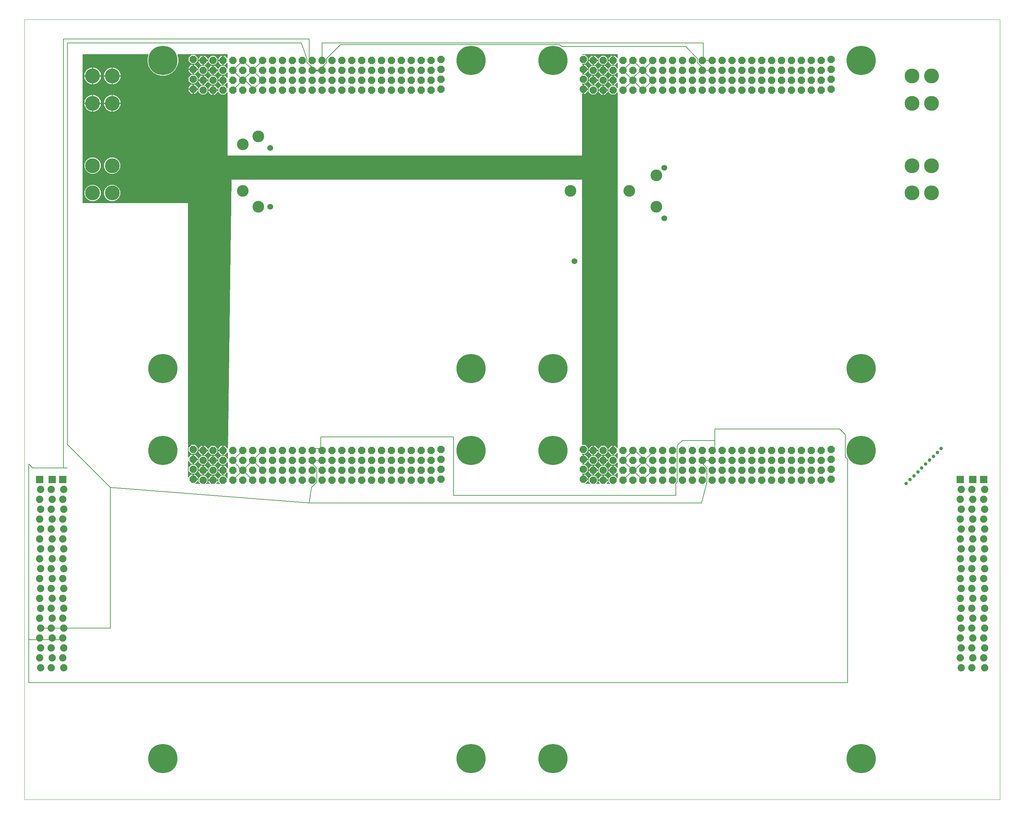
<source format=gbl>
G75*
%MOIN*%
%OFA0B0*%
%FSLAX25Y25*%
%IPPOS*%
%LPD*%
%AMOC8*
5,1,8,0,0,1.08239X$1,22.5*
%
%ADD10C,0.00000*%
%ADD11C,0.29528*%
%ADD12OC8,0.07400*%
%ADD13C,0.15000*%
%ADD14R,0.07400X0.07400*%
%ADD15C,0.07400*%
%ADD16C,0.00800*%
%ADD17C,0.11811*%
%ADD18C,0.00600*%
%ADD19C,0.05906*%
%ADD20C,0.03569*%
%ADD21C,0.01600*%
D10*
X0001000Y0002000D02*
X0001000Y0789402D01*
X0985252Y0789402D01*
X0985252Y0002000D01*
X0001000Y0002000D01*
D11*
X0140764Y0043339D03*
X0451787Y0043339D03*
X0534465Y0043339D03*
X0845488Y0043339D03*
X0845488Y0354362D03*
X0845488Y0437039D03*
X0534465Y0437039D03*
X0451787Y0437039D03*
X0451787Y0354362D03*
X0534465Y0354362D03*
X0140764Y0354362D03*
X0140764Y0437039D03*
X0140764Y0748063D03*
X0451787Y0748063D03*
X0534465Y0748063D03*
X0845488Y0748063D03*
D12*
X0814976Y0749063D03*
X0814976Y0739063D03*
X0814976Y0729063D03*
X0804976Y0728063D03*
X0794976Y0728063D03*
X0784976Y0728063D03*
X0774976Y0728063D03*
X0764976Y0728063D03*
X0754976Y0728063D03*
X0744976Y0728063D03*
X0734976Y0728063D03*
X0724976Y0728063D03*
X0714976Y0728063D03*
X0704976Y0728063D03*
X0694976Y0728063D03*
X0684976Y0728063D03*
X0674976Y0728063D03*
X0664976Y0728063D03*
X0654976Y0728063D03*
X0644976Y0728063D03*
X0634976Y0728063D03*
X0624976Y0728063D03*
X0614976Y0728063D03*
X0604976Y0728063D03*
X0594976Y0728063D03*
X0584976Y0728063D03*
X0574976Y0728063D03*
X0574976Y0738063D03*
X0574976Y0748063D03*
X0584976Y0748063D03*
X0584976Y0738063D03*
X0594976Y0738063D03*
X0594976Y0748063D03*
X0604976Y0748063D03*
X0604976Y0738063D03*
X0614976Y0738063D03*
X0614976Y0748063D03*
X0624976Y0748063D03*
X0624976Y0738063D03*
X0634976Y0738063D03*
X0634976Y0748063D03*
X0644976Y0748063D03*
X0644976Y0738063D03*
X0654976Y0738063D03*
X0654976Y0748063D03*
X0664976Y0748063D03*
X0664976Y0738063D03*
X0674976Y0738063D03*
X0674976Y0748063D03*
X0684976Y0748063D03*
X0684976Y0738063D03*
X0694976Y0738063D03*
X0694976Y0748063D03*
X0704976Y0748063D03*
X0704976Y0738063D03*
X0714976Y0738063D03*
X0714976Y0748063D03*
X0724976Y0748063D03*
X0724976Y0738063D03*
X0734976Y0738063D03*
X0734976Y0748063D03*
X0744976Y0748063D03*
X0744976Y0738063D03*
X0754976Y0738063D03*
X0754976Y0748063D03*
X0764976Y0748063D03*
X0764976Y0738063D03*
X0774976Y0738063D03*
X0774976Y0748063D03*
X0784976Y0748063D03*
X0784976Y0738063D03*
X0794976Y0738063D03*
X0794976Y0748063D03*
X0804976Y0748063D03*
X0804976Y0738063D03*
X0804976Y0718063D03*
X0794976Y0718063D03*
X0784976Y0718063D03*
X0774976Y0718063D03*
X0764976Y0718063D03*
X0754976Y0718063D03*
X0744976Y0718063D03*
X0734976Y0718063D03*
X0724976Y0718063D03*
X0714976Y0718063D03*
X0704976Y0718063D03*
X0694976Y0718063D03*
X0684976Y0718063D03*
X0674976Y0718063D03*
X0664976Y0718063D03*
X0654976Y0718063D03*
X0644976Y0718063D03*
X0634976Y0718063D03*
X0624976Y0718063D03*
X0614976Y0718063D03*
X0604976Y0718063D03*
X0594976Y0718063D03*
X0584976Y0718063D03*
X0574976Y0718063D03*
X0564976Y0719063D03*
X0564976Y0729063D03*
X0564976Y0739063D03*
X0564976Y0749063D03*
X0421276Y0749063D03*
X0421276Y0739063D03*
X0421276Y0729063D03*
X0411276Y0728063D03*
X0411276Y0738063D03*
X0411276Y0748063D03*
X0401276Y0748063D03*
X0401276Y0738063D03*
X0401276Y0728063D03*
X0391276Y0728063D03*
X0391276Y0738063D03*
X0391276Y0748063D03*
X0381276Y0748063D03*
X0381276Y0738063D03*
X0381276Y0728063D03*
X0371276Y0728063D03*
X0371276Y0738063D03*
X0371276Y0748063D03*
X0361276Y0748063D03*
X0361276Y0738063D03*
X0361276Y0728063D03*
X0351276Y0728063D03*
X0351276Y0738063D03*
X0351276Y0748063D03*
X0341276Y0748063D03*
X0341276Y0738063D03*
X0341276Y0728063D03*
X0331276Y0728063D03*
X0331276Y0738063D03*
X0331276Y0748063D03*
X0321276Y0748063D03*
X0321276Y0738063D03*
X0321276Y0728063D03*
X0311276Y0728063D03*
X0311276Y0738063D03*
X0311276Y0748063D03*
X0301276Y0748063D03*
X0301276Y0738063D03*
X0301276Y0728063D03*
X0291276Y0728063D03*
X0291276Y0738063D03*
X0291276Y0748063D03*
X0281276Y0748063D03*
X0281276Y0738063D03*
X0281276Y0728063D03*
X0271276Y0728063D03*
X0271276Y0738063D03*
X0271276Y0748063D03*
X0261276Y0748063D03*
X0261276Y0738063D03*
X0261276Y0728063D03*
X0251276Y0728063D03*
X0251276Y0738063D03*
X0251276Y0748063D03*
X0241276Y0748063D03*
X0241276Y0738063D03*
X0241276Y0728063D03*
X0231276Y0728063D03*
X0231276Y0738063D03*
X0231276Y0748063D03*
X0221276Y0748063D03*
X0221276Y0738063D03*
X0221276Y0728063D03*
X0211276Y0728063D03*
X0211276Y0738063D03*
X0211276Y0748063D03*
X0201276Y0748063D03*
X0201276Y0738063D03*
X0201276Y0728063D03*
X0191276Y0728063D03*
X0191276Y0738063D03*
X0191276Y0748063D03*
X0181276Y0748063D03*
X0181276Y0738063D03*
X0181276Y0728063D03*
X0171276Y0729063D03*
X0171276Y0739063D03*
X0171276Y0749063D03*
X0171276Y0719063D03*
X0181276Y0718063D03*
X0191276Y0718063D03*
X0201276Y0718063D03*
X0211276Y0718063D03*
X0221276Y0718063D03*
X0231276Y0718063D03*
X0241276Y0718063D03*
X0251276Y0718063D03*
X0261276Y0718063D03*
X0271276Y0718063D03*
X0281276Y0718063D03*
X0291276Y0718063D03*
X0301276Y0718063D03*
X0311276Y0718063D03*
X0321276Y0718063D03*
X0331276Y0718063D03*
X0341276Y0718063D03*
X0351276Y0718063D03*
X0361276Y0718063D03*
X0371276Y0718063D03*
X0381276Y0718063D03*
X0391276Y0718063D03*
X0401276Y0718063D03*
X0411276Y0718063D03*
X0421276Y0719063D03*
X0814976Y0719063D03*
X0814976Y0355362D03*
X0814976Y0345362D03*
X0814976Y0335362D03*
X0814976Y0325362D03*
X0804976Y0324362D03*
X0794976Y0324362D03*
X0784976Y0324362D03*
X0774976Y0324362D03*
X0764976Y0324362D03*
X0754976Y0324362D03*
X0744976Y0324362D03*
X0734976Y0324362D03*
X0724976Y0324362D03*
X0714976Y0324362D03*
X0704976Y0324362D03*
X0694976Y0324362D03*
X0684976Y0324362D03*
X0674976Y0324362D03*
X0664976Y0324362D03*
X0654976Y0324362D03*
X0644976Y0324362D03*
X0634976Y0324362D03*
X0624976Y0324362D03*
X0614976Y0324362D03*
X0604976Y0324362D03*
X0594976Y0324362D03*
X0584976Y0324362D03*
X0574976Y0324362D03*
X0574976Y0334362D03*
X0574976Y0344362D03*
X0574976Y0354362D03*
X0584976Y0354362D03*
X0584976Y0344362D03*
X0584976Y0334362D03*
X0594976Y0334362D03*
X0594976Y0344362D03*
X0594976Y0354362D03*
X0604976Y0354362D03*
X0604976Y0344362D03*
X0604976Y0334362D03*
X0614976Y0334362D03*
X0614976Y0344362D03*
X0614976Y0354362D03*
X0624976Y0354362D03*
X0624976Y0344362D03*
X0624976Y0334362D03*
X0634976Y0334362D03*
X0634976Y0344362D03*
X0634976Y0354362D03*
X0644976Y0354362D03*
X0644976Y0344362D03*
X0644976Y0334362D03*
X0654976Y0334362D03*
X0654976Y0344362D03*
X0654976Y0354362D03*
X0664976Y0354362D03*
X0664976Y0344362D03*
X0664976Y0334362D03*
X0674976Y0334362D03*
X0674976Y0344362D03*
X0674976Y0354362D03*
X0684976Y0354362D03*
X0684976Y0344362D03*
X0684976Y0334362D03*
X0694976Y0334362D03*
X0694976Y0344362D03*
X0694976Y0354362D03*
X0704976Y0354362D03*
X0704976Y0344362D03*
X0704976Y0334362D03*
X0714976Y0334362D03*
X0714976Y0344362D03*
X0714976Y0354362D03*
X0724976Y0354362D03*
X0724976Y0344362D03*
X0724976Y0334362D03*
X0734976Y0334362D03*
X0734976Y0344362D03*
X0734976Y0354362D03*
X0744976Y0354362D03*
X0744976Y0344362D03*
X0744976Y0334362D03*
X0754976Y0334362D03*
X0754976Y0344362D03*
X0754976Y0354362D03*
X0764976Y0354362D03*
X0764976Y0344362D03*
X0764976Y0334362D03*
X0774976Y0334362D03*
X0774976Y0344362D03*
X0774976Y0354362D03*
X0784976Y0354362D03*
X0784976Y0344362D03*
X0784976Y0334362D03*
X0794976Y0334362D03*
X0794976Y0344362D03*
X0794976Y0354362D03*
X0804976Y0354362D03*
X0804976Y0344362D03*
X0804976Y0334362D03*
X0564976Y0335362D03*
X0564976Y0325362D03*
X0564976Y0345362D03*
X0564976Y0355362D03*
X0421276Y0355362D03*
X0421276Y0345362D03*
X0421276Y0335362D03*
X0421276Y0325362D03*
X0411276Y0324362D03*
X0411276Y0334362D03*
X0411276Y0344362D03*
X0411276Y0354362D03*
X0401276Y0354362D03*
X0401276Y0344362D03*
X0401276Y0334362D03*
X0401276Y0324362D03*
X0391276Y0324362D03*
X0391276Y0334362D03*
X0391276Y0344362D03*
X0391276Y0354362D03*
X0381276Y0354362D03*
X0381276Y0344362D03*
X0381276Y0334362D03*
X0381276Y0324362D03*
X0371276Y0324362D03*
X0371276Y0334362D03*
X0371276Y0344362D03*
X0371276Y0354362D03*
X0361276Y0354362D03*
X0361276Y0344362D03*
X0361276Y0334362D03*
X0361276Y0324362D03*
X0351276Y0324362D03*
X0351276Y0334362D03*
X0351276Y0344362D03*
X0351276Y0354362D03*
X0341276Y0354362D03*
X0341276Y0344362D03*
X0341276Y0334362D03*
X0341276Y0324362D03*
X0331276Y0324362D03*
X0331276Y0334362D03*
X0331276Y0344362D03*
X0331276Y0354362D03*
X0321276Y0354362D03*
X0321276Y0344362D03*
X0321276Y0334362D03*
X0321276Y0324362D03*
X0311276Y0324362D03*
X0311276Y0334362D03*
X0311276Y0344362D03*
X0311276Y0354362D03*
X0301276Y0354362D03*
X0301276Y0344362D03*
X0301276Y0334362D03*
X0301276Y0324362D03*
X0291276Y0324362D03*
X0291276Y0334362D03*
X0291276Y0344362D03*
X0291276Y0354362D03*
X0281276Y0354362D03*
X0281276Y0344362D03*
X0281276Y0334362D03*
X0281276Y0324362D03*
X0271276Y0324362D03*
X0271276Y0334362D03*
X0271276Y0344362D03*
X0271276Y0354362D03*
X0261276Y0354362D03*
X0261276Y0344362D03*
X0261276Y0334362D03*
X0261276Y0324362D03*
X0251276Y0324362D03*
X0251276Y0334362D03*
X0251276Y0344362D03*
X0251276Y0354362D03*
X0241276Y0354362D03*
X0241276Y0344362D03*
X0241276Y0334362D03*
X0241276Y0324362D03*
X0231276Y0324362D03*
X0231276Y0334362D03*
X0231276Y0344362D03*
X0231276Y0354362D03*
X0221276Y0354362D03*
X0221276Y0344362D03*
X0221276Y0334362D03*
X0221276Y0324362D03*
X0211276Y0324362D03*
X0211276Y0334362D03*
X0211276Y0344362D03*
X0211276Y0354362D03*
X0201276Y0354362D03*
X0201276Y0344362D03*
X0201276Y0334362D03*
X0201276Y0324362D03*
X0191276Y0324362D03*
X0191276Y0334362D03*
X0191276Y0344362D03*
X0191276Y0354362D03*
X0181276Y0354362D03*
X0181276Y0344362D03*
X0181276Y0334362D03*
X0181276Y0324362D03*
X0171276Y0325362D03*
X0171276Y0335362D03*
X0171276Y0345362D03*
X0171276Y0355362D03*
D13*
X0089590Y0614184D03*
X0069890Y0614184D03*
X0069890Y0641784D03*
X0089590Y0641784D03*
X0089590Y0704735D03*
X0069890Y0704735D03*
X0069890Y0732335D03*
X0089590Y0732335D03*
X0896662Y0732335D03*
X0916362Y0732335D03*
X0916362Y0704735D03*
X0896662Y0704735D03*
X0896662Y0641784D03*
X0916362Y0641784D03*
X0916362Y0614184D03*
X0896662Y0614184D03*
D14*
X0945382Y0324835D03*
X0958193Y0324835D03*
X0969004Y0324835D03*
X0039870Y0324835D03*
X0029059Y0324835D03*
X0016248Y0324835D03*
D15*
X0017248Y0314835D03*
X0016248Y0304835D03*
X0017248Y0294835D03*
X0016248Y0284835D03*
X0029059Y0284835D03*
X0028059Y0294835D03*
X0029059Y0304835D03*
X0028059Y0314835D03*
X0040870Y0314835D03*
X0039870Y0304835D03*
X0040870Y0294835D03*
X0039870Y0284835D03*
X0040870Y0274835D03*
X0039870Y0264835D03*
X0040870Y0254835D03*
X0039870Y0244835D03*
X0040870Y0234835D03*
X0039870Y0224835D03*
X0040870Y0214835D03*
X0039870Y0204835D03*
X0040870Y0194835D03*
X0039870Y0184835D03*
X0040870Y0174835D03*
X0039870Y0164835D03*
X0040870Y0154835D03*
X0039870Y0144835D03*
X0040870Y0134835D03*
X0028059Y0134835D03*
X0029059Y0144835D03*
X0028059Y0154835D03*
X0029059Y0164835D03*
X0016248Y0164835D03*
X0017248Y0154835D03*
X0016248Y0144835D03*
X0017248Y0134835D03*
X0017248Y0174835D03*
X0016248Y0184835D03*
X0017248Y0194835D03*
X0016248Y0204835D03*
X0029059Y0204835D03*
X0028059Y0194835D03*
X0029059Y0184835D03*
X0028059Y0174835D03*
X0028059Y0214835D03*
X0029059Y0224835D03*
X0028059Y0234835D03*
X0029059Y0244835D03*
X0016248Y0244835D03*
X0017248Y0234835D03*
X0016248Y0224835D03*
X0017248Y0214835D03*
X0017248Y0254835D03*
X0016248Y0264835D03*
X0017248Y0274835D03*
X0028059Y0274835D03*
X0029059Y0264835D03*
X0028059Y0254835D03*
X0945382Y0264835D03*
X0946382Y0274835D03*
X0957193Y0274835D03*
X0958193Y0264835D03*
X0957193Y0254835D03*
X0946382Y0254835D03*
X0945382Y0244835D03*
X0946382Y0234835D03*
X0945382Y0224835D03*
X0946382Y0214835D03*
X0957193Y0214835D03*
X0958193Y0224835D03*
X0957193Y0234835D03*
X0958193Y0244835D03*
X0969004Y0244835D03*
X0970004Y0234835D03*
X0969004Y0224835D03*
X0970004Y0214835D03*
X0969004Y0204835D03*
X0970004Y0194835D03*
X0969004Y0184835D03*
X0970004Y0174835D03*
X0958193Y0184835D03*
X0957193Y0194835D03*
X0958193Y0204835D03*
X0945382Y0204835D03*
X0946382Y0194835D03*
X0945382Y0184835D03*
X0946382Y0174835D03*
X0957193Y0174835D03*
X0958193Y0164835D03*
X0957193Y0154835D03*
X0958193Y0144835D03*
X0957193Y0134835D03*
X0946382Y0134835D03*
X0945382Y0144835D03*
X0946382Y0154835D03*
X0945382Y0164835D03*
X0969004Y0164835D03*
X0970004Y0154835D03*
X0969004Y0144835D03*
X0970004Y0134835D03*
X0970004Y0254835D03*
X0969004Y0264835D03*
X0970004Y0274835D03*
X0969004Y0284835D03*
X0970004Y0294835D03*
X0969004Y0304835D03*
X0970004Y0314835D03*
X0958193Y0304835D03*
X0957193Y0314835D03*
X0946382Y0314835D03*
X0945382Y0304835D03*
X0946382Y0294835D03*
X0945382Y0284835D03*
X0957193Y0294835D03*
X0958193Y0284835D03*
D16*
X0831709Y0345566D02*
X0831709Y0120110D01*
X0005400Y0120110D01*
X0005400Y0163417D01*
X0039870Y0163417D01*
X0039870Y0164835D01*
X0017248Y0174835D02*
X0087614Y0174835D01*
X0087614Y0316961D01*
X0288402Y0301213D01*
X0684504Y0301213D01*
X0689876Y0322333D01*
X0689876Y0336392D01*
X0686039Y0340229D01*
X0686039Y0344520D01*
X0684976Y0344520D01*
X0684976Y0344362D01*
X0694976Y0344362D01*
X0697850Y0352394D02*
X0697850Y0364205D01*
X0664897Y0364205D01*
X0659876Y0359184D01*
X0659876Y0322333D01*
X0658480Y0320936D01*
X0658480Y0309087D01*
X0434071Y0309087D01*
X0434071Y0368142D01*
X0300213Y0368142D01*
X0300213Y0356331D01*
X0291276Y0356331D01*
X0291276Y0354362D01*
X0291276Y0344362D02*
X0301276Y0344362D01*
X0296176Y0336392D02*
X0296176Y0322333D01*
X0290804Y0316961D01*
X0288402Y0301213D01*
X0296176Y0336392D02*
X0291276Y0341292D01*
X0291276Y0344362D01*
X0241276Y0334362D02*
X0231276Y0344362D01*
X0241276Y0354362D01*
X0231276Y0344362D02*
X0221276Y0334362D01*
X0211276Y0324362D01*
X0217535Y0336646D02*
X0221276Y0336646D01*
X0221276Y0334362D01*
X0231276Y0324362D01*
X0217535Y0336646D02*
X0217535Y0338102D01*
X0211276Y0344362D01*
X0221276Y0354362D01*
X0087614Y0316961D02*
X0044307Y0360268D01*
X0044307Y0765780D01*
X0280489Y0765780D01*
X0286176Y0750093D01*
X0286176Y0746033D01*
X0291276Y0741133D01*
X0291276Y0738063D01*
X0301276Y0738063D02*
X0301276Y0741133D01*
X0306176Y0746033D01*
X0306176Y0750093D01*
X0320110Y0764027D01*
X0541077Y0764027D01*
X0543261Y0761843D01*
X0668327Y0761843D01*
X0680076Y0750093D01*
X0680076Y0746033D01*
X0684976Y0741133D01*
X0684976Y0738220D01*
X0684976Y0738063D01*
X0694976Y0738063D01*
X0694976Y0748063D02*
X0684976Y0748063D01*
X0686039Y0748063D01*
X0686039Y0765780D01*
X0301276Y0765780D01*
X0301276Y0748063D01*
X0291276Y0748063D02*
X0288402Y0748063D01*
X0288402Y0769717D01*
X0040370Y0769717D01*
X0040370Y0336646D01*
X0044307Y0336646D01*
X0009337Y0336646D01*
X0005400Y0340583D01*
X0005400Y0163417D01*
X0604976Y0324362D02*
X0613323Y0332709D01*
X0615173Y0332709D01*
X0615173Y0334362D02*
X0605173Y0344362D01*
X0604976Y0344362D01*
X0614976Y0354362D01*
X0617142Y0354362D01*
X0626984Y0344520D01*
X0634976Y0352512D01*
X0634976Y0354362D01*
X0626984Y0344520D02*
X0626984Y0344362D01*
X0624976Y0344362D01*
X0634976Y0334362D01*
X0624976Y0324362D01*
X0614976Y0334362D01*
X0615173Y0334362D01*
X0616827Y0334362D01*
X0623047Y0340583D01*
X0697850Y0364205D02*
X0697850Y0376016D01*
X0823835Y0376016D01*
X0829524Y0370326D01*
X0829524Y0347750D01*
X0831709Y0345566D01*
X0624976Y0718063D02*
X0634976Y0728063D01*
X0624819Y0738220D01*
X0626984Y0738220D01*
X0626984Y0738063D01*
X0624976Y0738063D01*
X0634976Y0748063D01*
X0624819Y0738220D02*
X0623933Y0739106D01*
X0614976Y0730150D01*
X0614976Y0728063D01*
X0624976Y0718063D01*
X0614976Y0728063D02*
X0604976Y0738063D01*
X0614976Y0748063D01*
X0623933Y0739106D01*
X0614976Y0728063D02*
X0604976Y0718063D01*
X0241276Y0728063D02*
X0232516Y0719303D01*
X0223756Y0728063D01*
X0221276Y0728063D01*
X0231276Y0738063D01*
X0241276Y0728063D01*
X0232516Y0719303D02*
X0231276Y0718063D01*
X0220232Y0727020D02*
X0220232Y0729106D01*
X0211276Y0738063D01*
X0221276Y0748063D01*
X0231276Y0738063D01*
X0241276Y0748063D01*
X0221276Y0728063D02*
X0220232Y0729106D01*
X0220232Y0727020D02*
X0211276Y0718063D01*
D17*
X0237220Y0671291D03*
X0221472Y0663417D03*
X0221472Y0616173D03*
X0237220Y0600425D03*
X0552181Y0616173D03*
X0611236Y0616173D03*
X0638795Y0600425D03*
X0638795Y0631921D03*
D18*
X0599425Y0632113D02*
X0060055Y0632113D01*
X0060055Y0632711D02*
X0599425Y0632711D01*
X0599425Y0633310D02*
X0091604Y0633310D01*
X0091301Y0633184D02*
X0094462Y0634494D01*
X0096881Y0636913D01*
X0098190Y0640074D01*
X0098190Y0643495D01*
X0096881Y0646656D01*
X0094462Y0649075D01*
X0091301Y0650384D01*
X0087880Y0650384D01*
X0084719Y0649075D01*
X0082299Y0646656D01*
X0080990Y0643495D01*
X0080990Y0640074D01*
X0082299Y0636913D01*
X0084719Y0634494D01*
X0087880Y0633184D01*
X0091301Y0633184D01*
X0093049Y0633908D02*
X0599425Y0633908D01*
X0599425Y0634507D02*
X0094475Y0634507D01*
X0095073Y0635105D02*
X0599425Y0635105D01*
X0599425Y0635704D02*
X0095672Y0635704D01*
X0096270Y0636302D02*
X0599425Y0636302D01*
X0599425Y0636901D02*
X0096869Y0636901D01*
X0097124Y0637499D02*
X0599425Y0637499D01*
X0599425Y0638098D02*
X0097372Y0638098D01*
X0097620Y0638696D02*
X0599425Y0638696D01*
X0599425Y0639295D02*
X0097868Y0639295D01*
X0098116Y0639893D02*
X0599425Y0639893D01*
X0599425Y0640492D02*
X0098190Y0640492D01*
X0098190Y0641090D02*
X0599425Y0641090D01*
X0599425Y0641689D02*
X0098190Y0641689D01*
X0098190Y0642287D02*
X0599425Y0642287D01*
X0599425Y0642886D02*
X0098190Y0642886D01*
X0098190Y0643484D02*
X0599425Y0643484D01*
X0599425Y0644083D02*
X0097947Y0644083D01*
X0097699Y0644681D02*
X0599425Y0644681D01*
X0599425Y0645280D02*
X0097451Y0645280D01*
X0097203Y0645879D02*
X0599425Y0645879D01*
X0599425Y0646477D02*
X0096955Y0646477D01*
X0096461Y0647076D02*
X0599425Y0647076D01*
X0599425Y0647674D02*
X0095863Y0647674D01*
X0095264Y0648273D02*
X0599425Y0648273D01*
X0599425Y0648871D02*
X0094666Y0648871D01*
X0093509Y0649470D02*
X0599425Y0649470D01*
X0599425Y0650068D02*
X0092064Y0650068D01*
X0087116Y0650068D02*
X0072364Y0650068D01*
X0071601Y0650384D02*
X0068180Y0650384D01*
X0065019Y0649075D01*
X0062599Y0646656D01*
X0061290Y0643495D01*
X0061290Y0640074D01*
X0062599Y0636913D01*
X0065019Y0634494D01*
X0068180Y0633184D01*
X0071601Y0633184D01*
X0074762Y0634494D01*
X0077181Y0636913D01*
X0078490Y0640074D01*
X0078490Y0643495D01*
X0077181Y0646656D01*
X0074762Y0649075D01*
X0071601Y0650384D01*
X0073809Y0649470D02*
X0085671Y0649470D01*
X0084515Y0648871D02*
X0074966Y0648871D01*
X0075564Y0648273D02*
X0083916Y0648273D01*
X0083318Y0647674D02*
X0076163Y0647674D01*
X0076761Y0647076D02*
X0082719Y0647076D01*
X0082225Y0646477D02*
X0077255Y0646477D01*
X0077503Y0645879D02*
X0081977Y0645879D01*
X0081730Y0645280D02*
X0077751Y0645280D01*
X0077999Y0644681D02*
X0081482Y0644681D01*
X0081234Y0644083D02*
X0078247Y0644083D01*
X0078490Y0643484D02*
X0080990Y0643484D01*
X0080990Y0642886D02*
X0078490Y0642886D01*
X0078490Y0642287D02*
X0080990Y0642287D01*
X0080990Y0641689D02*
X0078490Y0641689D01*
X0078490Y0641090D02*
X0080990Y0641090D01*
X0080990Y0640492D02*
X0078490Y0640492D01*
X0078416Y0639893D02*
X0081065Y0639893D01*
X0081313Y0639295D02*
X0078168Y0639295D01*
X0077920Y0638696D02*
X0081561Y0638696D01*
X0081809Y0638098D02*
X0077672Y0638098D01*
X0077424Y0637499D02*
X0082056Y0637499D01*
X0082311Y0636901D02*
X0077169Y0636901D01*
X0076570Y0636302D02*
X0082910Y0636302D01*
X0083508Y0635704D02*
X0075972Y0635704D01*
X0075373Y0635105D02*
X0084107Y0635105D01*
X0084705Y0634507D02*
X0074775Y0634507D01*
X0073349Y0633908D02*
X0086131Y0633908D01*
X0087576Y0633310D02*
X0071904Y0633310D01*
X0067876Y0633310D02*
X0060055Y0633310D01*
X0060055Y0633908D02*
X0066431Y0633908D01*
X0065005Y0634507D02*
X0060055Y0634507D01*
X0060055Y0635105D02*
X0064407Y0635105D01*
X0063808Y0635704D02*
X0060055Y0635704D01*
X0060055Y0636302D02*
X0063210Y0636302D01*
X0062611Y0636901D02*
X0060055Y0636901D01*
X0060055Y0637499D02*
X0062356Y0637499D01*
X0062109Y0638098D02*
X0060055Y0638098D01*
X0060055Y0638696D02*
X0061861Y0638696D01*
X0061613Y0639295D02*
X0060055Y0639295D01*
X0060055Y0639893D02*
X0061365Y0639893D01*
X0061290Y0640492D02*
X0060055Y0640492D01*
X0060055Y0641090D02*
X0061290Y0641090D01*
X0061290Y0641689D02*
X0060055Y0641689D01*
X0060055Y0642287D02*
X0061290Y0642287D01*
X0061290Y0642886D02*
X0060055Y0642886D01*
X0060055Y0643484D02*
X0061290Y0643484D01*
X0061534Y0644083D02*
X0060055Y0644083D01*
X0060055Y0644681D02*
X0061782Y0644681D01*
X0062030Y0645280D02*
X0060055Y0645280D01*
X0060055Y0645879D02*
X0062277Y0645879D01*
X0062525Y0646477D02*
X0060055Y0646477D01*
X0060055Y0647076D02*
X0063019Y0647076D01*
X0063618Y0647674D02*
X0060055Y0647674D01*
X0060055Y0648273D02*
X0064216Y0648273D01*
X0064815Y0648871D02*
X0060055Y0648871D01*
X0060055Y0649470D02*
X0065971Y0649470D01*
X0067416Y0650068D02*
X0060055Y0650068D01*
X0060055Y0650667D02*
X0599425Y0650667D01*
X0599425Y0651265D02*
X0060055Y0651265D01*
X0060055Y0651864D02*
X0205724Y0651864D01*
X0205724Y0651606D02*
X0563992Y0651606D01*
X0563992Y0714063D01*
X0564676Y0714063D01*
X0564676Y0718763D01*
X0565276Y0718763D01*
X0565276Y0714063D01*
X0567047Y0714063D01*
X0569976Y0716992D01*
X0569976Y0718763D01*
X0565276Y0718763D01*
X0565276Y0719363D01*
X0564676Y0719363D01*
X0564676Y0724063D01*
X0563992Y0724063D01*
X0563992Y0724263D01*
X0566965Y0724263D01*
X0569776Y0727075D01*
X0569776Y0731051D01*
X0566965Y0733863D01*
X0563992Y0733863D01*
X0563992Y0734063D01*
X0564676Y0734063D01*
X0564676Y0738763D01*
X0565276Y0738763D01*
X0565276Y0734063D01*
X0567047Y0734063D01*
X0569976Y0736992D01*
X0569976Y0738763D01*
X0565276Y0738763D01*
X0565276Y0739363D01*
X0564676Y0739363D01*
X0564676Y0744063D01*
X0563992Y0744063D01*
X0563992Y0744263D01*
X0566965Y0744263D01*
X0569776Y0747075D01*
X0569776Y0751051D01*
X0566965Y0753863D01*
X0563992Y0753863D01*
X0563992Y0753969D01*
X0599425Y0753969D01*
X0599425Y0750685D01*
X0597047Y0753063D01*
X0595276Y0753063D01*
X0595276Y0748363D01*
X0594676Y0748363D01*
X0594676Y0747763D01*
X0589976Y0747763D01*
X0589976Y0745992D01*
X0592905Y0743063D01*
X0594676Y0743063D01*
X0594676Y0747763D01*
X0595276Y0747763D01*
X0595276Y0743063D01*
X0597047Y0743063D01*
X0599425Y0745441D01*
X0599425Y0740402D01*
X0596965Y0742863D01*
X0592988Y0742863D01*
X0590176Y0740051D01*
X0590176Y0736075D01*
X0592988Y0733263D01*
X0596965Y0733263D01*
X0599425Y0735724D01*
X0599425Y0730685D01*
X0597047Y0733063D01*
X0595276Y0733063D01*
X0595276Y0728363D01*
X0594676Y0728363D01*
X0594676Y0727763D01*
X0589976Y0727763D01*
X0589976Y0725992D01*
X0592905Y0723063D01*
X0594676Y0723063D01*
X0594676Y0727763D01*
X0595276Y0727763D01*
X0595276Y0723063D01*
X0597047Y0723063D01*
X0599425Y0725441D01*
X0599425Y0720402D01*
X0596965Y0722863D01*
X0592988Y0722863D01*
X0590176Y0720051D01*
X0590176Y0716075D01*
X0592988Y0713263D01*
X0596965Y0713263D01*
X0599425Y0715724D01*
X0599425Y0356984D01*
X0597047Y0359362D01*
X0595276Y0359362D01*
X0595276Y0354662D01*
X0594676Y0354662D01*
X0594676Y0354062D01*
X0589976Y0354062D01*
X0589976Y0352291D01*
X0592905Y0349362D01*
X0594676Y0349362D01*
X0594676Y0354062D01*
X0595276Y0354062D01*
X0595276Y0349362D01*
X0597047Y0349362D01*
X0599425Y0351740D01*
X0599425Y0346702D01*
X0596965Y0349162D01*
X0592988Y0349162D01*
X0590176Y0346350D01*
X0590176Y0342374D01*
X0592988Y0339562D01*
X0596965Y0339562D01*
X0599425Y0342023D01*
X0599425Y0336984D01*
X0597047Y0339362D01*
X0595276Y0339362D01*
X0595276Y0334662D01*
X0594676Y0334662D01*
X0594676Y0334062D01*
X0589976Y0334062D01*
X0589976Y0332291D01*
X0592905Y0329362D01*
X0594676Y0329362D01*
X0594676Y0334062D01*
X0595276Y0334062D01*
X0595276Y0329362D01*
X0597047Y0329362D01*
X0599425Y0331740D01*
X0599425Y0326702D01*
X0596965Y0329162D01*
X0592988Y0329162D01*
X0590176Y0326350D01*
X0590176Y0322374D01*
X0591653Y0320898D01*
X0588583Y0320898D01*
X0589976Y0322291D01*
X0589976Y0324062D01*
X0585276Y0324062D01*
X0585276Y0324662D01*
X0584676Y0324662D01*
X0584676Y0324062D01*
X0579976Y0324062D01*
X0579976Y0322291D01*
X0581370Y0320898D01*
X0578300Y0320898D01*
X0579776Y0322374D01*
X0579776Y0326350D01*
X0576965Y0329162D01*
X0572988Y0329162D01*
X0570176Y0326350D01*
X0570176Y0322374D01*
X0571653Y0320898D01*
X0567583Y0320898D01*
X0569976Y0323291D01*
X0569976Y0325062D01*
X0565276Y0325062D01*
X0565276Y0325662D01*
X0564676Y0325662D01*
X0564676Y0330362D01*
X0563992Y0330362D01*
X0563992Y0330562D01*
X0566965Y0330562D01*
X0569776Y0333374D01*
X0569776Y0337350D01*
X0566965Y0340162D01*
X0563992Y0340162D01*
X0563992Y0340362D01*
X0564676Y0340362D01*
X0564676Y0345062D01*
X0565276Y0345062D01*
X0565276Y0340362D01*
X0567047Y0340362D01*
X0569976Y0343291D01*
X0569976Y0345062D01*
X0565276Y0345062D01*
X0565276Y0345662D01*
X0564676Y0345662D01*
X0564676Y0350362D01*
X0563992Y0350362D01*
X0563992Y0350562D01*
X0566965Y0350562D01*
X0569776Y0353374D01*
X0569776Y0357350D01*
X0566965Y0360162D01*
X0563992Y0360162D01*
X0563992Y0627984D01*
X0209661Y0627984D01*
X0206181Y0356528D01*
X0203347Y0359362D01*
X0201576Y0359362D01*
X0201576Y0354662D01*
X0200976Y0354662D01*
X0200976Y0359362D01*
X0199205Y0359362D01*
X0196276Y0356433D01*
X0196276Y0354662D01*
X0200976Y0354662D01*
X0200976Y0354062D01*
X0201576Y0354062D01*
X0201576Y0349362D01*
X0203347Y0349362D01*
X0206125Y0352141D01*
X0206051Y0346375D01*
X0203264Y0349162D01*
X0199287Y0349162D01*
X0196476Y0346350D01*
X0196476Y0342374D01*
X0199287Y0339562D01*
X0203264Y0339562D01*
X0205999Y0342297D01*
X0205928Y0336781D01*
X0203347Y0339362D01*
X0201576Y0339362D01*
X0201576Y0334662D01*
X0200976Y0334662D01*
X0200976Y0339362D01*
X0199205Y0339362D01*
X0196276Y0336433D01*
X0196276Y0334662D01*
X0200976Y0334662D01*
X0200976Y0334062D01*
X0201576Y0334062D01*
X0201576Y0329362D01*
X0203347Y0329362D01*
X0205865Y0331881D01*
X0205798Y0326628D01*
X0203264Y0329162D01*
X0199287Y0329162D01*
X0196476Y0326350D01*
X0196476Y0322374D01*
X0197952Y0320898D01*
X0194882Y0320898D01*
X0196276Y0322291D01*
X0196276Y0324062D01*
X0191576Y0324062D01*
X0191576Y0324662D01*
X0196276Y0324662D01*
X0196276Y0326433D01*
X0193347Y0329362D01*
X0191576Y0329362D01*
X0191576Y0324662D01*
X0190976Y0324662D01*
X0190976Y0329362D01*
X0189205Y0329362D01*
X0186276Y0326433D01*
X0186276Y0324662D01*
X0190976Y0324662D01*
X0190976Y0324062D01*
X0186276Y0324062D01*
X0186276Y0322291D01*
X0187669Y0320898D01*
X0184599Y0320898D01*
X0186076Y0322374D01*
X0186076Y0326350D01*
X0183264Y0329162D01*
X0179287Y0329162D01*
X0176476Y0326350D01*
X0176476Y0322374D01*
X0177952Y0320898D01*
X0173882Y0320898D01*
X0176276Y0323291D01*
X0176276Y0325062D01*
X0171576Y0325062D01*
X0171576Y0325662D01*
X0176276Y0325662D01*
X0176276Y0327433D01*
X0173347Y0330362D01*
X0171576Y0330362D01*
X0171576Y0325662D01*
X0170976Y0325662D01*
X0170976Y0330362D01*
X0169205Y0330362D01*
X0166354Y0327512D01*
X0166354Y0343212D01*
X0169205Y0340362D01*
X0170976Y0340362D01*
X0170976Y0345062D01*
X0171576Y0345062D01*
X0171576Y0345662D01*
X0176276Y0345662D01*
X0176276Y0347433D01*
X0173347Y0350362D01*
X0171576Y0350362D01*
X0171576Y0345662D01*
X0170976Y0345662D01*
X0170976Y0350362D01*
X0169205Y0350362D01*
X0166354Y0347512D01*
X0166354Y0604362D01*
X0060055Y0604362D01*
X0060055Y0753969D01*
X0125923Y0753969D01*
X0124900Y0750152D01*
X0124900Y0745974D01*
X0125981Y0741940D01*
X0128070Y0738322D01*
X0131023Y0735369D01*
X0134641Y0733280D01*
X0138675Y0732199D01*
X0142852Y0732199D01*
X0146887Y0733280D01*
X0150504Y0735369D01*
X0153458Y0738322D01*
X0155546Y0741940D01*
X0156628Y0745974D01*
X0156628Y0750152D01*
X0155605Y0753969D01*
X0205724Y0753969D01*
X0205724Y0750685D01*
X0203347Y0753063D01*
X0201576Y0753063D01*
X0201576Y0748363D01*
X0200976Y0748363D01*
X0200976Y0753063D01*
X0199205Y0753063D01*
X0196276Y0750134D01*
X0196276Y0748363D01*
X0200976Y0748363D01*
X0200976Y0747763D01*
X0201576Y0747763D01*
X0201576Y0743063D01*
X0203347Y0743063D01*
X0205724Y0745441D01*
X0205724Y0740402D01*
X0203264Y0742863D01*
X0199287Y0742863D01*
X0196476Y0740051D01*
X0196476Y0736075D01*
X0199287Y0733263D01*
X0203264Y0733263D01*
X0205724Y0735724D01*
X0205724Y0730685D01*
X0203347Y0733063D01*
X0201576Y0733063D01*
X0201576Y0728363D01*
X0200976Y0728363D01*
X0200976Y0733063D01*
X0199205Y0733063D01*
X0196276Y0730134D01*
X0196276Y0728363D01*
X0200976Y0728363D01*
X0200976Y0727763D01*
X0201576Y0727763D01*
X0201576Y0723063D01*
X0203347Y0723063D01*
X0205724Y0725441D01*
X0205724Y0720402D01*
X0203264Y0722863D01*
X0199287Y0722863D01*
X0196476Y0720051D01*
X0196476Y0716075D01*
X0199287Y0713263D01*
X0203264Y0713263D01*
X0205724Y0715724D01*
X0205724Y0651606D01*
X0205724Y0652462D02*
X0060055Y0652462D01*
X0060055Y0653061D02*
X0205724Y0653061D01*
X0205724Y0653659D02*
X0060055Y0653659D01*
X0060055Y0654258D02*
X0205724Y0654258D01*
X0205724Y0654856D02*
X0060055Y0654856D01*
X0060055Y0655455D02*
X0205724Y0655455D01*
X0205724Y0656053D02*
X0060055Y0656053D01*
X0060055Y0656652D02*
X0205724Y0656652D01*
X0205724Y0657250D02*
X0060055Y0657250D01*
X0060055Y0657849D02*
X0205724Y0657849D01*
X0205724Y0658447D02*
X0060055Y0658447D01*
X0060055Y0659046D02*
X0205724Y0659046D01*
X0205724Y0659644D02*
X0060055Y0659644D01*
X0060055Y0660243D02*
X0205724Y0660243D01*
X0205724Y0660841D02*
X0060055Y0660841D01*
X0060055Y0661440D02*
X0205724Y0661440D01*
X0205724Y0662038D02*
X0060055Y0662038D01*
X0060055Y0662637D02*
X0205724Y0662637D01*
X0205724Y0663235D02*
X0060055Y0663235D01*
X0060055Y0663834D02*
X0205724Y0663834D01*
X0205724Y0664432D02*
X0060055Y0664432D01*
X0060055Y0665031D02*
X0205724Y0665031D01*
X0205724Y0665629D02*
X0060055Y0665629D01*
X0060055Y0666228D02*
X0205724Y0666228D01*
X0205724Y0666826D02*
X0060055Y0666826D01*
X0060055Y0667425D02*
X0205724Y0667425D01*
X0205724Y0668023D02*
X0060055Y0668023D01*
X0060055Y0668622D02*
X0205724Y0668622D01*
X0205724Y0669220D02*
X0060055Y0669220D01*
X0060055Y0669819D02*
X0205724Y0669819D01*
X0205724Y0670417D02*
X0060055Y0670417D01*
X0060055Y0671016D02*
X0205724Y0671016D01*
X0205724Y0671615D02*
X0060055Y0671615D01*
X0060055Y0672213D02*
X0205724Y0672213D01*
X0205724Y0672812D02*
X0060055Y0672812D01*
X0060055Y0673410D02*
X0205724Y0673410D01*
X0205724Y0674009D02*
X0060055Y0674009D01*
X0060055Y0674607D02*
X0205724Y0674607D01*
X0205724Y0675206D02*
X0060055Y0675206D01*
X0060055Y0675804D02*
X0205724Y0675804D01*
X0205724Y0676403D02*
X0060055Y0676403D01*
X0060055Y0677001D02*
X0205724Y0677001D01*
X0205724Y0677600D02*
X0060055Y0677600D01*
X0060055Y0678198D02*
X0205724Y0678198D01*
X0205724Y0678797D02*
X0060055Y0678797D01*
X0060055Y0679395D02*
X0205724Y0679395D01*
X0205724Y0679994D02*
X0060055Y0679994D01*
X0060055Y0680592D02*
X0205724Y0680592D01*
X0205724Y0681191D02*
X0060055Y0681191D01*
X0060055Y0681789D02*
X0205724Y0681789D01*
X0205724Y0682388D02*
X0060055Y0682388D01*
X0060055Y0682986D02*
X0205724Y0682986D01*
X0205724Y0683585D02*
X0060055Y0683585D01*
X0060055Y0684183D02*
X0205724Y0684183D01*
X0205724Y0684782D02*
X0060055Y0684782D01*
X0060055Y0685380D02*
X0205724Y0685380D01*
X0205724Y0685979D02*
X0060055Y0685979D01*
X0060055Y0686577D02*
X0205724Y0686577D01*
X0205724Y0687176D02*
X0060055Y0687176D01*
X0060055Y0687774D02*
X0205724Y0687774D01*
X0205724Y0688373D02*
X0060055Y0688373D01*
X0060055Y0688971D02*
X0205724Y0688971D01*
X0205724Y0689570D02*
X0060055Y0689570D01*
X0060055Y0690168D02*
X0205724Y0690168D01*
X0205724Y0690767D02*
X0060055Y0690767D01*
X0060055Y0691365D02*
X0205724Y0691365D01*
X0205724Y0691964D02*
X0060055Y0691964D01*
X0060055Y0692562D02*
X0205724Y0692562D01*
X0205724Y0693161D02*
X0060055Y0693161D01*
X0060055Y0693759D02*
X0205724Y0693759D01*
X0205724Y0694358D02*
X0060055Y0694358D01*
X0060055Y0694956D02*
X0205724Y0694956D01*
X0205724Y0695555D02*
X0060055Y0695555D01*
X0060055Y0696153D02*
X0067918Y0696153D01*
X0068170Y0696086D02*
X0069313Y0695935D01*
X0069590Y0695935D01*
X0069590Y0704435D01*
X0070190Y0704435D01*
X0070190Y0695935D01*
X0070467Y0695935D01*
X0071611Y0696086D01*
X0072725Y0696385D01*
X0073791Y0696826D01*
X0074790Y0697403D01*
X0075705Y0698105D01*
X0076521Y0698921D01*
X0077223Y0699836D01*
X0077800Y0700835D01*
X0078241Y0701901D01*
X0078540Y0703015D01*
X0078690Y0704159D01*
X0078690Y0704435D01*
X0070190Y0704435D01*
X0070190Y0705035D01*
X0078690Y0705035D01*
X0078690Y0705312D01*
X0078540Y0706456D01*
X0078241Y0707570D01*
X0077800Y0708636D01*
X0077223Y0709635D01*
X0076521Y0710550D01*
X0075705Y0711366D01*
X0074790Y0712068D01*
X0073791Y0712645D01*
X0072725Y0713086D01*
X0071611Y0713385D01*
X0070467Y0713535D01*
X0070190Y0713535D01*
X0070190Y0705035D01*
X0069590Y0705035D01*
X0069590Y0704435D01*
X0061090Y0704435D01*
X0061090Y0704159D01*
X0061241Y0703015D01*
X0061539Y0701901D01*
X0061981Y0700835D01*
X0062558Y0699836D01*
X0063260Y0698921D01*
X0064075Y0698105D01*
X0064991Y0697403D01*
X0065990Y0696826D01*
X0067055Y0696385D01*
X0068170Y0696086D01*
X0069590Y0696153D02*
X0070190Y0696153D01*
X0070190Y0696752D02*
X0069590Y0696752D01*
X0069590Y0697350D02*
X0070190Y0697350D01*
X0070190Y0697949D02*
X0069590Y0697949D01*
X0069590Y0698548D02*
X0070190Y0698548D01*
X0070190Y0699146D02*
X0069590Y0699146D01*
X0069590Y0699745D02*
X0070190Y0699745D01*
X0070190Y0700343D02*
X0069590Y0700343D01*
X0069590Y0700942D02*
X0070190Y0700942D01*
X0070190Y0701540D02*
X0069590Y0701540D01*
X0069590Y0702139D02*
X0070190Y0702139D01*
X0070190Y0702737D02*
X0069590Y0702737D01*
X0069590Y0703336D02*
X0070190Y0703336D01*
X0070190Y0703934D02*
X0069590Y0703934D01*
X0069590Y0704533D02*
X0060055Y0704533D01*
X0060055Y0705131D02*
X0061090Y0705131D01*
X0061090Y0705035D02*
X0069590Y0705035D01*
X0069590Y0713535D01*
X0069313Y0713535D01*
X0068170Y0713385D01*
X0067055Y0713086D01*
X0065990Y0712645D01*
X0064991Y0712068D01*
X0064075Y0711366D01*
X0063260Y0710550D01*
X0062558Y0709635D01*
X0061981Y0708636D01*
X0061539Y0707570D01*
X0061241Y0706456D01*
X0061090Y0705312D01*
X0061090Y0705035D01*
X0061145Y0705730D02*
X0060055Y0705730D01*
X0060055Y0706328D02*
X0061224Y0706328D01*
X0061367Y0706927D02*
X0060055Y0706927D01*
X0060055Y0707525D02*
X0061527Y0707525D01*
X0061769Y0708124D02*
X0060055Y0708124D01*
X0060055Y0708722D02*
X0062031Y0708722D01*
X0062376Y0709321D02*
X0060055Y0709321D01*
X0060055Y0709919D02*
X0062776Y0709919D01*
X0063235Y0710518D02*
X0060055Y0710518D01*
X0060055Y0711116D02*
X0063826Y0711116D01*
X0064530Y0711715D02*
X0060055Y0711715D01*
X0060055Y0712313D02*
X0065415Y0712313D01*
X0066634Y0712912D02*
X0060055Y0712912D01*
X0060055Y0713510D02*
X0069123Y0713510D01*
X0069590Y0713510D02*
X0070190Y0713510D01*
X0070658Y0713510D02*
X0088823Y0713510D01*
X0089013Y0713535D02*
X0087870Y0713385D01*
X0086755Y0713086D01*
X0085690Y0712645D01*
X0084691Y0712068D01*
X0083775Y0711366D01*
X0082960Y0710550D01*
X0082258Y0709635D01*
X0081681Y0708636D01*
X0081239Y0707570D01*
X0080941Y0706456D01*
X0080790Y0705312D01*
X0080790Y0705035D01*
X0089290Y0705035D01*
X0089290Y0704435D01*
X0089890Y0704435D01*
X0089890Y0695935D01*
X0090167Y0695935D01*
X0091311Y0696086D01*
X0092425Y0696385D01*
X0093491Y0696826D01*
X0094490Y0697403D01*
X0095405Y0698105D01*
X0096221Y0698921D01*
X0096923Y0699836D01*
X0097500Y0700835D01*
X0097941Y0701901D01*
X0098240Y0703015D01*
X0098390Y0704159D01*
X0098390Y0704435D01*
X0089890Y0704435D01*
X0089890Y0705035D01*
X0098390Y0705035D01*
X0098390Y0705312D01*
X0098240Y0706456D01*
X0097941Y0707570D01*
X0097500Y0708636D01*
X0096923Y0709635D01*
X0096221Y0710550D01*
X0095405Y0711366D01*
X0094490Y0712068D01*
X0093491Y0712645D01*
X0092425Y0713086D01*
X0091311Y0713385D01*
X0090167Y0713535D01*
X0089890Y0713535D01*
X0089890Y0705035D01*
X0089290Y0705035D01*
X0089290Y0713535D01*
X0089013Y0713535D01*
X0089290Y0713510D02*
X0089890Y0713510D01*
X0090358Y0713510D02*
X0179040Y0713510D01*
X0179287Y0713263D02*
X0183264Y0713263D01*
X0186076Y0716075D01*
X0186076Y0720051D01*
X0183264Y0722863D01*
X0179287Y0722863D01*
X0176476Y0720051D01*
X0176476Y0716075D01*
X0179287Y0713263D01*
X0178442Y0714109D02*
X0173392Y0714109D01*
X0173347Y0714063D02*
X0176276Y0716992D01*
X0176276Y0718763D01*
X0171576Y0718763D01*
X0171576Y0719363D01*
X0176276Y0719363D01*
X0176276Y0721134D01*
X0173347Y0724063D01*
X0171576Y0724063D01*
X0171576Y0719363D01*
X0170976Y0719363D01*
X0170976Y0724063D01*
X0169205Y0724063D01*
X0166276Y0721134D01*
X0166276Y0719363D01*
X0170976Y0719363D01*
X0170976Y0718763D01*
X0171576Y0718763D01*
X0171576Y0714063D01*
X0173347Y0714063D01*
X0173991Y0714707D02*
X0177843Y0714707D01*
X0177245Y0715306D02*
X0174589Y0715306D01*
X0175188Y0715904D02*
X0176646Y0715904D01*
X0176476Y0716503D02*
X0175787Y0716503D01*
X0176276Y0717101D02*
X0176476Y0717101D01*
X0176476Y0717700D02*
X0176276Y0717700D01*
X0176276Y0718298D02*
X0176476Y0718298D01*
X0176476Y0718897D02*
X0171576Y0718897D01*
X0171576Y0719495D02*
X0170976Y0719495D01*
X0170976Y0718897D02*
X0060055Y0718897D01*
X0060055Y0719495D02*
X0166276Y0719495D01*
X0166276Y0720094D02*
X0060055Y0720094D01*
X0060055Y0720692D02*
X0166276Y0720692D01*
X0166432Y0721291D02*
X0060055Y0721291D01*
X0060055Y0721889D02*
X0167031Y0721889D01*
X0167630Y0722488D02*
X0060055Y0722488D01*
X0060055Y0723086D02*
X0168228Y0723086D01*
X0168827Y0723685D02*
X0091303Y0723685D01*
X0091311Y0723686D02*
X0092425Y0723985D01*
X0093491Y0724426D01*
X0094490Y0725003D01*
X0095405Y0725705D01*
X0096221Y0726521D01*
X0096923Y0727436D01*
X0097500Y0728435D01*
X0097941Y0729501D01*
X0098240Y0730615D01*
X0098390Y0731759D01*
X0098390Y0732035D01*
X0089890Y0732035D01*
X0089890Y0723535D01*
X0090167Y0723535D01*
X0091311Y0723686D01*
X0089890Y0723685D02*
X0089290Y0723685D01*
X0089290Y0723535D02*
X0089290Y0732035D01*
X0089890Y0732035D01*
X0089890Y0732635D01*
X0098390Y0732635D01*
X0098390Y0732912D01*
X0098240Y0734056D01*
X0097941Y0735170D01*
X0097500Y0736236D01*
X0096923Y0737235D01*
X0096221Y0738150D01*
X0095405Y0738966D01*
X0094490Y0739668D01*
X0093491Y0740245D01*
X0092425Y0740686D01*
X0091311Y0740985D01*
X0090167Y0741135D01*
X0089890Y0741135D01*
X0089890Y0732635D01*
X0089290Y0732635D01*
X0089290Y0732035D01*
X0080790Y0732035D01*
X0080790Y0731759D01*
X0080941Y0730615D01*
X0081239Y0729501D01*
X0081681Y0728435D01*
X0082258Y0727436D01*
X0082960Y0726521D01*
X0083775Y0725705D01*
X0084691Y0725003D01*
X0085690Y0724426D01*
X0086755Y0723985D01*
X0087870Y0723686D01*
X0089013Y0723535D01*
X0089290Y0723535D01*
X0089290Y0724284D02*
X0089890Y0724284D01*
X0089890Y0724882D02*
X0089290Y0724882D01*
X0089290Y0725481D02*
X0089890Y0725481D01*
X0089890Y0726079D02*
X0089290Y0726079D01*
X0089290Y0726678D02*
X0089890Y0726678D01*
X0089890Y0727276D02*
X0089290Y0727276D01*
X0089290Y0727875D02*
X0089890Y0727875D01*
X0089890Y0728473D02*
X0089290Y0728473D01*
X0089290Y0729072D02*
X0089890Y0729072D01*
X0089890Y0729670D02*
X0089290Y0729670D01*
X0089290Y0730269D02*
X0089890Y0730269D01*
X0089890Y0730867D02*
X0089290Y0730867D01*
X0089290Y0731466D02*
X0089890Y0731466D01*
X0089890Y0732064D02*
X0167489Y0732064D01*
X0168087Y0732663D02*
X0144582Y0732663D01*
X0146816Y0733261D02*
X0168686Y0733261D01*
X0169284Y0733860D02*
X0147890Y0733860D01*
X0148927Y0734458D02*
X0168809Y0734458D01*
X0169205Y0734063D02*
X0170976Y0734063D01*
X0170976Y0738763D01*
X0171576Y0738763D01*
X0171576Y0739363D01*
X0176276Y0739363D01*
X0176276Y0741134D01*
X0173347Y0744063D01*
X0171576Y0744063D01*
X0171576Y0739363D01*
X0170976Y0739363D01*
X0170976Y0744063D01*
X0169205Y0744063D01*
X0166276Y0741134D01*
X0166276Y0739363D01*
X0170976Y0739363D01*
X0170976Y0738763D01*
X0166276Y0738763D01*
X0166276Y0736992D01*
X0169205Y0734063D01*
X0169287Y0733863D02*
X0166476Y0731051D01*
X0166476Y0727075D01*
X0169287Y0724263D01*
X0173264Y0724263D01*
X0176076Y0727075D01*
X0176076Y0731051D01*
X0173264Y0733863D01*
X0169287Y0733863D01*
X0168211Y0735057D02*
X0149964Y0735057D01*
X0150791Y0735655D02*
X0167612Y0735655D01*
X0167014Y0736254D02*
X0151389Y0736254D01*
X0151988Y0736852D02*
X0166415Y0736852D01*
X0166276Y0737451D02*
X0152586Y0737451D01*
X0153185Y0738049D02*
X0166276Y0738049D01*
X0166276Y0738648D02*
X0153646Y0738648D01*
X0153991Y0739246D02*
X0170976Y0739246D01*
X0170976Y0738648D02*
X0171576Y0738648D01*
X0171576Y0738763D02*
X0171576Y0734063D01*
X0173347Y0734063D01*
X0176276Y0736992D01*
X0176276Y0738763D01*
X0171576Y0738763D01*
X0171576Y0739246D02*
X0176476Y0739246D01*
X0176476Y0738648D02*
X0176276Y0738648D01*
X0176276Y0738049D02*
X0176476Y0738049D01*
X0176476Y0737451D02*
X0176276Y0737451D01*
X0176136Y0736852D02*
X0176476Y0736852D01*
X0176476Y0736254D02*
X0175537Y0736254D01*
X0174939Y0735655D02*
X0176895Y0735655D01*
X0176476Y0736075D02*
X0179287Y0733263D01*
X0183264Y0733263D01*
X0186076Y0736075D01*
X0186076Y0740051D01*
X0183264Y0742863D01*
X0179287Y0742863D01*
X0176476Y0740051D01*
X0176476Y0736075D01*
X0177494Y0735057D02*
X0174340Y0735057D01*
X0173742Y0734458D02*
X0178092Y0734458D01*
X0178691Y0733860D02*
X0173267Y0733860D01*
X0173866Y0733261D02*
X0189006Y0733261D01*
X0189205Y0733063D02*
X0190976Y0733063D01*
X0190976Y0737763D01*
X0191576Y0737763D01*
X0191576Y0738363D01*
X0196276Y0738363D01*
X0196276Y0740134D01*
X0193347Y0743063D01*
X0191576Y0743063D01*
X0191576Y0738363D01*
X0190976Y0738363D01*
X0190976Y0743063D01*
X0189205Y0743063D01*
X0186276Y0740134D01*
X0186276Y0738363D01*
X0190976Y0738363D01*
X0190976Y0737763D01*
X0186276Y0737763D01*
X0186276Y0735992D01*
X0189205Y0733063D01*
X0189287Y0732863D02*
X0186476Y0730051D01*
X0186476Y0726075D01*
X0189287Y0723263D01*
X0193264Y0723263D01*
X0196076Y0726075D01*
X0196076Y0730051D01*
X0193264Y0732863D01*
X0189287Y0732863D01*
X0189087Y0732663D02*
X0183747Y0732663D01*
X0183347Y0733063D02*
X0181576Y0733063D01*
X0181576Y0728363D01*
X0186276Y0728363D01*
X0186276Y0730134D01*
X0183347Y0733063D01*
X0183860Y0733860D02*
X0188408Y0733860D01*
X0187809Y0734458D02*
X0184459Y0734458D01*
X0185058Y0735057D02*
X0187211Y0735057D01*
X0186612Y0735655D02*
X0185656Y0735655D01*
X0186076Y0736254D02*
X0186276Y0736254D01*
X0186276Y0736852D02*
X0186076Y0736852D01*
X0186076Y0737451D02*
X0186276Y0737451D01*
X0186076Y0738049D02*
X0190976Y0738049D01*
X0190976Y0737451D02*
X0191576Y0737451D01*
X0191576Y0737763D02*
X0191576Y0733063D01*
X0193347Y0733063D01*
X0196276Y0735992D01*
X0196276Y0737763D01*
X0191576Y0737763D01*
X0191576Y0738049D02*
X0196476Y0738049D01*
X0196476Y0737451D02*
X0196276Y0737451D01*
X0196276Y0736852D02*
X0196476Y0736852D01*
X0196476Y0736254D02*
X0196276Y0736254D01*
X0195939Y0735655D02*
X0196895Y0735655D01*
X0197494Y0735057D02*
X0195340Y0735057D01*
X0194742Y0734458D02*
X0198092Y0734458D01*
X0198691Y0733860D02*
X0194143Y0733860D01*
X0193545Y0733261D02*
X0205724Y0733261D01*
X0205724Y0732663D02*
X0203747Y0732663D01*
X0204345Y0732064D02*
X0205724Y0732064D01*
X0205724Y0731466D02*
X0204944Y0731466D01*
X0205542Y0730867D02*
X0205724Y0730867D01*
X0205724Y0733860D02*
X0203860Y0733860D01*
X0204459Y0734458D02*
X0205724Y0734458D01*
X0205724Y0735057D02*
X0205058Y0735057D01*
X0205656Y0735655D02*
X0205724Y0735655D01*
X0205683Y0740443D02*
X0205724Y0740443D01*
X0205724Y0741042D02*
X0205085Y0741042D01*
X0204486Y0741640D02*
X0205724Y0741640D01*
X0205724Y0742239D02*
X0203888Y0742239D01*
X0203289Y0742837D02*
X0205724Y0742837D01*
X0205724Y0743436D02*
X0203720Y0743436D01*
X0204318Y0744034D02*
X0205724Y0744034D01*
X0205724Y0744633D02*
X0204917Y0744633D01*
X0205515Y0745231D02*
X0205724Y0745231D01*
X0201576Y0745231D02*
X0200976Y0745231D01*
X0200976Y0744633D02*
X0201576Y0744633D01*
X0201576Y0744034D02*
X0200976Y0744034D01*
X0200976Y0743436D02*
X0201576Y0743436D01*
X0200976Y0743063D02*
X0200976Y0747763D01*
X0196276Y0747763D01*
X0196276Y0745992D01*
X0199205Y0743063D01*
X0200976Y0743063D01*
X0199262Y0742837D02*
X0193572Y0742837D01*
X0193264Y0743263D02*
X0196076Y0746075D01*
X0196076Y0750051D01*
X0193264Y0752863D01*
X0189287Y0752863D01*
X0186476Y0750051D01*
X0186476Y0746075D01*
X0189287Y0743263D01*
X0193264Y0743263D01*
X0193437Y0743436D02*
X0198832Y0743436D01*
X0198233Y0744034D02*
X0194035Y0744034D01*
X0194634Y0744633D02*
X0197635Y0744633D01*
X0197036Y0745231D02*
X0195232Y0745231D01*
X0195831Y0745830D02*
X0196438Y0745830D01*
X0196276Y0746428D02*
X0196076Y0746428D01*
X0196076Y0747027D02*
X0196276Y0747027D01*
X0196276Y0747625D02*
X0196076Y0747625D01*
X0196076Y0748224D02*
X0200976Y0748224D01*
X0200976Y0748822D02*
X0201576Y0748822D01*
X0201576Y0749421D02*
X0200976Y0749421D01*
X0200976Y0750019D02*
X0201576Y0750019D01*
X0201576Y0750618D02*
X0200976Y0750618D01*
X0200976Y0751217D02*
X0201576Y0751217D01*
X0201576Y0751815D02*
X0200976Y0751815D01*
X0200976Y0752414D02*
X0201576Y0752414D01*
X0201576Y0753012D02*
X0200976Y0753012D01*
X0199154Y0753012D02*
X0183398Y0753012D01*
X0183347Y0753063D02*
X0181576Y0753063D01*
X0181576Y0748363D01*
X0186276Y0748363D01*
X0186276Y0750134D01*
X0183347Y0753063D01*
X0183996Y0752414D02*
X0188838Y0752414D01*
X0188239Y0751815D02*
X0184595Y0751815D01*
X0185193Y0751217D02*
X0187641Y0751217D01*
X0187042Y0750618D02*
X0185792Y0750618D01*
X0186276Y0750019D02*
X0186476Y0750019D01*
X0186476Y0749421D02*
X0186276Y0749421D01*
X0186276Y0748822D02*
X0186476Y0748822D01*
X0186476Y0748224D02*
X0181576Y0748224D01*
X0181576Y0748363D02*
X0181576Y0747763D01*
X0186276Y0747763D01*
X0186276Y0745992D01*
X0183347Y0743063D01*
X0181576Y0743063D01*
X0181576Y0747763D01*
X0180976Y0747763D01*
X0180976Y0743063D01*
X0179205Y0743063D01*
X0176276Y0745992D01*
X0176276Y0747763D01*
X0180976Y0747763D01*
X0180976Y0748363D01*
X0180976Y0753063D01*
X0179205Y0753063D01*
X0176276Y0750134D01*
X0176276Y0748363D01*
X0180976Y0748363D01*
X0181576Y0748363D01*
X0181576Y0748822D02*
X0180976Y0748822D01*
X0180976Y0748224D02*
X0176076Y0748224D01*
X0176076Y0748822D02*
X0176276Y0748822D01*
X0176276Y0749421D02*
X0176076Y0749421D01*
X0176076Y0750019D02*
X0176276Y0750019D01*
X0176076Y0750618D02*
X0176760Y0750618D01*
X0176076Y0751051D02*
X0176076Y0747075D01*
X0173264Y0744263D01*
X0169287Y0744263D01*
X0166476Y0747075D01*
X0166476Y0751051D01*
X0169287Y0753863D01*
X0173264Y0753863D01*
X0176076Y0751051D01*
X0175910Y0751217D02*
X0177358Y0751217D01*
X0177957Y0751815D02*
X0175312Y0751815D01*
X0174713Y0752414D02*
X0178555Y0752414D01*
X0179154Y0753012D02*
X0174115Y0753012D01*
X0173516Y0753611D02*
X0205724Y0753611D01*
X0205724Y0753012D02*
X0203398Y0753012D01*
X0203996Y0752414D02*
X0205724Y0752414D01*
X0205724Y0751815D02*
X0204595Y0751815D01*
X0205193Y0751217D02*
X0205724Y0751217D01*
X0201576Y0747625D02*
X0200976Y0747625D01*
X0200976Y0747027D02*
X0201576Y0747027D01*
X0201576Y0746428D02*
X0200976Y0746428D01*
X0200976Y0745830D02*
X0201576Y0745830D01*
X0198663Y0742239D02*
X0194171Y0742239D01*
X0194769Y0741640D02*
X0198065Y0741640D01*
X0197466Y0741042D02*
X0195368Y0741042D01*
X0195966Y0740443D02*
X0196868Y0740443D01*
X0196476Y0739845D02*
X0196276Y0739845D01*
X0196276Y0739246D02*
X0196476Y0739246D01*
X0196476Y0738648D02*
X0196276Y0738648D01*
X0191576Y0738648D02*
X0190976Y0738648D01*
X0190976Y0739246D02*
X0191576Y0739246D01*
X0191576Y0739845D02*
X0190976Y0739845D01*
X0190976Y0740443D02*
X0191576Y0740443D01*
X0191576Y0741042D02*
X0190976Y0741042D01*
X0190976Y0741640D02*
X0191576Y0741640D01*
X0191576Y0742239D02*
X0190976Y0742239D01*
X0190976Y0742837D02*
X0191576Y0742837D01*
X0189114Y0743436D02*
X0183720Y0743436D01*
X0183289Y0742837D02*
X0188979Y0742837D01*
X0188380Y0742239D02*
X0183888Y0742239D01*
X0184486Y0741640D02*
X0187782Y0741640D01*
X0187183Y0741042D02*
X0185085Y0741042D01*
X0185683Y0740443D02*
X0186585Y0740443D01*
X0186276Y0739845D02*
X0186076Y0739845D01*
X0186076Y0739246D02*
X0186276Y0739246D01*
X0186276Y0738648D02*
X0186076Y0738648D01*
X0190976Y0736852D02*
X0191576Y0736852D01*
X0191576Y0736254D02*
X0190976Y0736254D01*
X0190976Y0735655D02*
X0191576Y0735655D01*
X0191576Y0735057D02*
X0190976Y0735057D01*
X0190976Y0734458D02*
X0191576Y0734458D01*
X0191576Y0733860D02*
X0190976Y0733860D01*
X0190976Y0733261D02*
X0191576Y0733261D01*
X0193464Y0732663D02*
X0198804Y0732663D01*
X0198206Y0732064D02*
X0194063Y0732064D01*
X0194661Y0731466D02*
X0197607Y0731466D01*
X0197009Y0730867D02*
X0195260Y0730867D01*
X0195858Y0730269D02*
X0196410Y0730269D01*
X0196276Y0729670D02*
X0196076Y0729670D01*
X0196076Y0729072D02*
X0196276Y0729072D01*
X0196276Y0728473D02*
X0196076Y0728473D01*
X0196076Y0727875D02*
X0200976Y0727875D01*
X0200976Y0727763D02*
X0196276Y0727763D01*
X0196276Y0725992D01*
X0199205Y0723063D01*
X0200976Y0723063D01*
X0200976Y0727763D01*
X0200976Y0727276D02*
X0201576Y0727276D01*
X0201576Y0726678D02*
X0200976Y0726678D01*
X0200976Y0726079D02*
X0201576Y0726079D01*
X0201576Y0725481D02*
X0200976Y0725481D01*
X0200976Y0724882D02*
X0201576Y0724882D01*
X0201576Y0724284D02*
X0200976Y0724284D01*
X0200976Y0723685D02*
X0201576Y0723685D01*
X0201576Y0723086D02*
X0200976Y0723086D01*
X0199181Y0723086D02*
X0183370Y0723086D01*
X0183347Y0723063D02*
X0186276Y0725992D01*
X0186276Y0727763D01*
X0181576Y0727763D01*
X0181576Y0728363D01*
X0180976Y0728363D01*
X0180976Y0733063D01*
X0179205Y0733063D01*
X0176276Y0730134D01*
X0176276Y0728363D01*
X0180976Y0728363D01*
X0180976Y0727763D01*
X0181576Y0727763D01*
X0181576Y0723063D01*
X0183347Y0723063D01*
X0183639Y0722488D02*
X0188630Y0722488D01*
X0189205Y0723063D02*
X0186276Y0720134D01*
X0186276Y0718363D01*
X0190976Y0718363D01*
X0190976Y0723063D01*
X0189205Y0723063D01*
X0188865Y0723685D02*
X0183969Y0723685D01*
X0184567Y0724284D02*
X0188267Y0724284D01*
X0187668Y0724882D02*
X0185166Y0724882D01*
X0185764Y0725481D02*
X0187070Y0725481D01*
X0186476Y0726079D02*
X0186276Y0726079D01*
X0186276Y0726678D02*
X0186476Y0726678D01*
X0186476Y0727276D02*
X0186276Y0727276D01*
X0186476Y0727875D02*
X0181576Y0727875D01*
X0181576Y0728473D02*
X0180976Y0728473D01*
X0180976Y0727875D02*
X0176076Y0727875D01*
X0176276Y0727763D02*
X0176276Y0725992D01*
X0179205Y0723063D01*
X0180976Y0723063D01*
X0180976Y0727763D01*
X0176276Y0727763D01*
X0176276Y0727276D02*
X0176076Y0727276D01*
X0176276Y0726678D02*
X0175678Y0726678D01*
X0175080Y0726079D02*
X0176276Y0726079D01*
X0176787Y0725481D02*
X0174481Y0725481D01*
X0173883Y0724882D02*
X0177386Y0724882D01*
X0177984Y0724284D02*
X0173284Y0724284D01*
X0173725Y0723685D02*
X0178583Y0723685D01*
X0179181Y0723086D02*
X0174323Y0723086D01*
X0174922Y0722488D02*
X0178912Y0722488D01*
X0178314Y0721889D02*
X0175520Y0721889D01*
X0176119Y0721291D02*
X0177715Y0721291D01*
X0177117Y0720692D02*
X0176276Y0720692D01*
X0176276Y0720094D02*
X0176518Y0720094D01*
X0176476Y0719495D02*
X0176276Y0719495D01*
X0171576Y0720094D02*
X0170976Y0720094D01*
X0170976Y0720692D02*
X0171576Y0720692D01*
X0171576Y0721291D02*
X0170976Y0721291D01*
X0170976Y0721889D02*
X0171576Y0721889D01*
X0171576Y0722488D02*
X0170976Y0722488D01*
X0170976Y0723086D02*
X0171576Y0723086D01*
X0171576Y0723685D02*
X0170976Y0723685D01*
X0169267Y0724284D02*
X0093147Y0724284D01*
X0094280Y0724882D02*
X0168668Y0724882D01*
X0168070Y0725481D02*
X0095112Y0725481D01*
X0095779Y0726079D02*
X0167471Y0726079D01*
X0166873Y0726678D02*
X0096341Y0726678D01*
X0096800Y0727276D02*
X0166476Y0727276D01*
X0166476Y0727875D02*
X0097176Y0727875D01*
X0097515Y0728473D02*
X0166476Y0728473D01*
X0166476Y0729072D02*
X0097763Y0729072D01*
X0097986Y0729670D02*
X0166476Y0729670D01*
X0166476Y0730269D02*
X0098147Y0730269D01*
X0098273Y0730867D02*
X0166476Y0730867D01*
X0166890Y0731466D02*
X0098352Y0731466D01*
X0098390Y0732663D02*
X0136946Y0732663D01*
X0134712Y0733261D02*
X0098344Y0733261D01*
X0098265Y0733860D02*
X0133637Y0733860D01*
X0132600Y0734458D02*
X0098132Y0734458D01*
X0097971Y0735057D02*
X0131564Y0735057D01*
X0130737Y0735655D02*
X0097740Y0735655D01*
X0097489Y0736254D02*
X0130138Y0736254D01*
X0129540Y0736852D02*
X0097144Y0736852D01*
X0096757Y0737451D02*
X0128941Y0737451D01*
X0128343Y0738049D02*
X0096298Y0738049D01*
X0095723Y0738648D02*
X0127882Y0738648D01*
X0127536Y0739246D02*
X0095039Y0739246D01*
X0094184Y0739845D02*
X0127191Y0739845D01*
X0126845Y0740443D02*
X0093011Y0740443D01*
X0090878Y0741042D02*
X0126500Y0741042D01*
X0126154Y0741640D02*
X0060055Y0741640D01*
X0060055Y0741042D02*
X0068602Y0741042D01*
X0068170Y0740985D02*
X0067055Y0740686D01*
X0065990Y0740245D01*
X0064991Y0739668D01*
X0064075Y0738966D01*
X0063260Y0738150D01*
X0062558Y0737235D01*
X0061981Y0736236D01*
X0061539Y0735170D01*
X0061241Y0734056D01*
X0061090Y0732912D01*
X0061090Y0732635D01*
X0069590Y0732635D01*
X0069590Y0732035D01*
X0070190Y0732035D01*
X0070190Y0723535D01*
X0070467Y0723535D01*
X0071611Y0723686D01*
X0072725Y0723985D01*
X0073791Y0724426D01*
X0074790Y0725003D01*
X0075705Y0725705D01*
X0076521Y0726521D01*
X0077223Y0727436D01*
X0077800Y0728435D01*
X0078241Y0729501D01*
X0078540Y0730615D01*
X0078690Y0731759D01*
X0078690Y0732035D01*
X0070190Y0732035D01*
X0070190Y0732635D01*
X0078690Y0732635D01*
X0078690Y0732912D01*
X0078540Y0734056D01*
X0078241Y0735170D01*
X0077800Y0736236D01*
X0077223Y0737235D01*
X0076521Y0738150D01*
X0075705Y0738966D01*
X0074790Y0739668D01*
X0073791Y0740245D01*
X0072725Y0740686D01*
X0071611Y0740985D01*
X0070467Y0741135D01*
X0070190Y0741135D01*
X0070190Y0732635D01*
X0069590Y0732635D01*
X0069590Y0741135D01*
X0069313Y0741135D01*
X0068170Y0740985D01*
X0069590Y0741042D02*
X0070190Y0741042D01*
X0070190Y0740443D02*
X0069590Y0740443D01*
X0069590Y0739845D02*
X0070190Y0739845D01*
X0070190Y0739246D02*
X0069590Y0739246D01*
X0069590Y0738648D02*
X0070190Y0738648D01*
X0070190Y0738049D02*
X0069590Y0738049D01*
X0069590Y0737451D02*
X0070190Y0737451D01*
X0070190Y0736852D02*
X0069590Y0736852D01*
X0069590Y0736254D02*
X0070190Y0736254D01*
X0070190Y0735655D02*
X0069590Y0735655D01*
X0069590Y0735057D02*
X0070190Y0735057D01*
X0070190Y0734458D02*
X0069590Y0734458D01*
X0069590Y0733860D02*
X0070190Y0733860D01*
X0070190Y0733261D02*
X0069590Y0733261D01*
X0069590Y0732663D02*
X0070190Y0732663D01*
X0070190Y0732064D02*
X0089290Y0732064D01*
X0089290Y0732635D02*
X0080790Y0732635D01*
X0080790Y0732912D01*
X0080941Y0734056D01*
X0081239Y0735170D01*
X0081681Y0736236D01*
X0082258Y0737235D01*
X0082960Y0738150D01*
X0083775Y0738966D01*
X0084691Y0739668D01*
X0085690Y0740245D01*
X0086755Y0740686D01*
X0087870Y0740985D01*
X0089013Y0741135D01*
X0089290Y0741135D01*
X0089290Y0732635D01*
X0089290Y0732663D02*
X0089890Y0732663D01*
X0089890Y0733261D02*
X0089290Y0733261D01*
X0089290Y0733860D02*
X0089890Y0733860D01*
X0089890Y0734458D02*
X0089290Y0734458D01*
X0089290Y0735057D02*
X0089890Y0735057D01*
X0089890Y0735655D02*
X0089290Y0735655D01*
X0089290Y0736254D02*
X0089890Y0736254D01*
X0089890Y0736852D02*
X0089290Y0736852D01*
X0089290Y0737451D02*
X0089890Y0737451D01*
X0089890Y0738049D02*
X0089290Y0738049D01*
X0089290Y0738648D02*
X0089890Y0738648D01*
X0089890Y0739246D02*
X0089290Y0739246D01*
X0089290Y0739845D02*
X0089890Y0739845D01*
X0089890Y0740443D02*
X0089290Y0740443D01*
X0089290Y0741042D02*
X0089890Y0741042D01*
X0088302Y0741042D02*
X0071178Y0741042D01*
X0073311Y0740443D02*
X0086169Y0740443D01*
X0084997Y0739845D02*
X0074484Y0739845D01*
X0075339Y0739246D02*
X0084141Y0739246D01*
X0083457Y0738648D02*
X0076023Y0738648D01*
X0076598Y0738049D02*
X0082882Y0738049D01*
X0082423Y0737451D02*
X0077057Y0737451D01*
X0077444Y0736852D02*
X0082037Y0736852D01*
X0081691Y0736254D02*
X0077789Y0736254D01*
X0078040Y0735655D02*
X0081440Y0735655D01*
X0081209Y0735057D02*
X0078271Y0735057D01*
X0078432Y0734458D02*
X0081049Y0734458D01*
X0080915Y0733860D02*
X0078565Y0733860D01*
X0078644Y0733261D02*
X0080836Y0733261D01*
X0080790Y0732663D02*
X0078690Y0732663D01*
X0078652Y0731466D02*
X0080829Y0731466D01*
X0080908Y0730867D02*
X0078573Y0730867D01*
X0078447Y0730269D02*
X0081034Y0730269D01*
X0081194Y0729670D02*
X0078286Y0729670D01*
X0078063Y0729072D02*
X0081417Y0729072D01*
X0081665Y0728473D02*
X0077815Y0728473D01*
X0077476Y0727875D02*
X0082004Y0727875D01*
X0082380Y0727276D02*
X0077100Y0727276D01*
X0076641Y0726678D02*
X0082839Y0726678D01*
X0083401Y0726079D02*
X0076079Y0726079D01*
X0075412Y0725481D02*
X0084068Y0725481D01*
X0084900Y0724882D02*
X0074580Y0724882D01*
X0073447Y0724284D02*
X0086034Y0724284D01*
X0087877Y0723685D02*
X0071603Y0723685D01*
X0070190Y0723685D02*
X0069590Y0723685D01*
X0069590Y0723535D02*
X0069590Y0732035D01*
X0061090Y0732035D01*
X0061090Y0731759D01*
X0061241Y0730615D01*
X0061539Y0729501D01*
X0061981Y0728435D01*
X0062558Y0727436D01*
X0063260Y0726521D01*
X0064075Y0725705D01*
X0064991Y0725003D01*
X0065990Y0724426D01*
X0067055Y0723985D01*
X0068170Y0723686D01*
X0069313Y0723535D01*
X0069590Y0723535D01*
X0069590Y0724284D02*
X0070190Y0724284D01*
X0070190Y0724882D02*
X0069590Y0724882D01*
X0069590Y0725481D02*
X0070190Y0725481D01*
X0070190Y0726079D02*
X0069590Y0726079D01*
X0069590Y0726678D02*
X0070190Y0726678D01*
X0070190Y0727276D02*
X0069590Y0727276D01*
X0069590Y0727875D02*
X0070190Y0727875D01*
X0070190Y0728473D02*
X0069590Y0728473D01*
X0069590Y0729072D02*
X0070190Y0729072D01*
X0070190Y0729670D02*
X0069590Y0729670D01*
X0069590Y0730269D02*
X0070190Y0730269D01*
X0070190Y0730867D02*
X0069590Y0730867D01*
X0069590Y0731466D02*
X0070190Y0731466D01*
X0069590Y0732064D02*
X0060055Y0732064D01*
X0060055Y0731466D02*
X0061129Y0731466D01*
X0061208Y0730867D02*
X0060055Y0730867D01*
X0060055Y0730269D02*
X0061334Y0730269D01*
X0061494Y0729670D02*
X0060055Y0729670D01*
X0060055Y0729072D02*
X0061717Y0729072D01*
X0061965Y0728473D02*
X0060055Y0728473D01*
X0060055Y0727875D02*
X0062304Y0727875D01*
X0062680Y0727276D02*
X0060055Y0727276D01*
X0060055Y0726678D02*
X0063139Y0726678D01*
X0063701Y0726079D02*
X0060055Y0726079D01*
X0060055Y0725481D02*
X0064368Y0725481D01*
X0065200Y0724882D02*
X0060055Y0724882D01*
X0060055Y0724284D02*
X0066334Y0724284D01*
X0068177Y0723685D02*
X0060055Y0723685D01*
X0060055Y0718298D02*
X0166276Y0718298D01*
X0166276Y0718763D02*
X0166276Y0716992D01*
X0169205Y0714063D01*
X0170976Y0714063D01*
X0170976Y0718763D01*
X0166276Y0718763D01*
X0166276Y0717700D02*
X0060055Y0717700D01*
X0060055Y0717101D02*
X0166276Y0717101D01*
X0166765Y0716503D02*
X0060055Y0716503D01*
X0060055Y0715904D02*
X0167363Y0715904D01*
X0167962Y0715306D02*
X0060055Y0715306D01*
X0060055Y0714707D02*
X0168560Y0714707D01*
X0169159Y0714109D02*
X0060055Y0714109D01*
X0069590Y0712912D02*
X0070190Y0712912D01*
X0070190Y0712313D02*
X0069590Y0712313D01*
X0069590Y0711715D02*
X0070190Y0711715D01*
X0070190Y0711116D02*
X0069590Y0711116D01*
X0069590Y0710518D02*
X0070190Y0710518D01*
X0070190Y0709919D02*
X0069590Y0709919D01*
X0069590Y0709321D02*
X0070190Y0709321D01*
X0070190Y0708722D02*
X0069590Y0708722D01*
X0069590Y0708124D02*
X0070190Y0708124D01*
X0070190Y0707525D02*
X0069590Y0707525D01*
X0069590Y0706927D02*
X0070190Y0706927D01*
X0070190Y0706328D02*
X0069590Y0706328D01*
X0069590Y0705730D02*
X0070190Y0705730D01*
X0070190Y0705131D02*
X0069590Y0705131D01*
X0070190Y0704533D02*
X0089290Y0704533D01*
X0089290Y0704435D02*
X0080790Y0704435D01*
X0080790Y0704159D01*
X0080941Y0703015D01*
X0081239Y0701901D01*
X0081681Y0700835D01*
X0082258Y0699836D01*
X0082960Y0698921D01*
X0083775Y0698105D01*
X0084691Y0697403D01*
X0085690Y0696826D01*
X0086755Y0696385D01*
X0087870Y0696086D01*
X0089013Y0695935D01*
X0089290Y0695935D01*
X0089290Y0704435D01*
X0089290Y0703934D02*
X0089890Y0703934D01*
X0089890Y0703336D02*
X0089290Y0703336D01*
X0089290Y0702737D02*
X0089890Y0702737D01*
X0089890Y0702139D02*
X0089290Y0702139D01*
X0089290Y0701540D02*
X0089890Y0701540D01*
X0089890Y0700942D02*
X0089290Y0700942D01*
X0089290Y0700343D02*
X0089890Y0700343D01*
X0089890Y0699745D02*
X0089290Y0699745D01*
X0089290Y0699146D02*
X0089890Y0699146D01*
X0089890Y0698548D02*
X0089290Y0698548D01*
X0089290Y0697949D02*
X0089890Y0697949D01*
X0089890Y0697350D02*
X0089290Y0697350D01*
X0089290Y0696752D02*
X0089890Y0696752D01*
X0089890Y0696153D02*
X0089290Y0696153D01*
X0087618Y0696153D02*
X0071862Y0696153D01*
X0073612Y0696752D02*
X0085868Y0696752D01*
X0084781Y0697350D02*
X0074699Y0697350D01*
X0075501Y0697949D02*
X0083979Y0697949D01*
X0083333Y0698548D02*
X0076147Y0698548D01*
X0076693Y0699146D02*
X0082787Y0699146D01*
X0082328Y0699745D02*
X0077153Y0699745D01*
X0077516Y0700343D02*
X0081965Y0700343D01*
X0081637Y0700942D02*
X0077844Y0700942D01*
X0078092Y0701540D02*
X0081389Y0701540D01*
X0081176Y0702139D02*
X0078305Y0702139D01*
X0078465Y0702737D02*
X0081015Y0702737D01*
X0080898Y0703336D02*
X0078582Y0703336D01*
X0078661Y0703934D02*
X0080820Y0703934D01*
X0080790Y0705131D02*
X0078690Y0705131D01*
X0078635Y0705730D02*
X0080845Y0705730D01*
X0080924Y0706328D02*
X0078556Y0706328D01*
X0078413Y0706927D02*
X0081067Y0706927D01*
X0081227Y0707525D02*
X0078253Y0707525D01*
X0078012Y0708124D02*
X0081469Y0708124D01*
X0081731Y0708722D02*
X0077750Y0708722D01*
X0077404Y0709321D02*
X0082076Y0709321D01*
X0082476Y0709919D02*
X0077005Y0709919D01*
X0076545Y0710518D02*
X0082935Y0710518D01*
X0083526Y0711116D02*
X0075954Y0711116D01*
X0075250Y0711715D02*
X0084230Y0711715D01*
X0085115Y0712313D02*
X0074365Y0712313D01*
X0073146Y0712912D02*
X0086334Y0712912D01*
X0089290Y0712912D02*
X0089890Y0712912D01*
X0089890Y0712313D02*
X0089290Y0712313D01*
X0089290Y0711715D02*
X0089890Y0711715D01*
X0089890Y0711116D02*
X0089290Y0711116D01*
X0089290Y0710518D02*
X0089890Y0710518D01*
X0089890Y0709919D02*
X0089290Y0709919D01*
X0089290Y0709321D02*
X0089890Y0709321D01*
X0089890Y0708722D02*
X0089290Y0708722D01*
X0089290Y0708124D02*
X0089890Y0708124D01*
X0089890Y0707525D02*
X0089290Y0707525D01*
X0089290Y0706927D02*
X0089890Y0706927D01*
X0089890Y0706328D02*
X0089290Y0706328D01*
X0089290Y0705730D02*
X0089890Y0705730D01*
X0089890Y0705131D02*
X0089290Y0705131D01*
X0089890Y0704533D02*
X0205724Y0704533D01*
X0205724Y0705131D02*
X0098390Y0705131D01*
X0098335Y0705730D02*
X0205724Y0705730D01*
X0205724Y0706328D02*
X0098256Y0706328D01*
X0098113Y0706927D02*
X0205724Y0706927D01*
X0205724Y0707525D02*
X0097953Y0707525D01*
X0097712Y0708124D02*
X0205724Y0708124D01*
X0205724Y0708722D02*
X0097450Y0708722D01*
X0097104Y0709321D02*
X0205724Y0709321D01*
X0205724Y0709919D02*
X0096705Y0709919D01*
X0096245Y0710518D02*
X0205724Y0710518D01*
X0205724Y0711116D02*
X0095654Y0711116D01*
X0094950Y0711715D02*
X0205724Y0711715D01*
X0205724Y0712313D02*
X0094065Y0712313D01*
X0092846Y0712912D02*
X0205724Y0712912D01*
X0205724Y0713510D02*
X0203511Y0713510D01*
X0204110Y0714109D02*
X0205724Y0714109D01*
X0205724Y0714707D02*
X0204708Y0714707D01*
X0205307Y0715306D02*
X0205724Y0715306D01*
X0205724Y0720692D02*
X0205434Y0720692D01*
X0205724Y0721291D02*
X0204836Y0721291D01*
X0204237Y0721889D02*
X0205724Y0721889D01*
X0205724Y0722488D02*
X0203639Y0722488D01*
X0203370Y0723086D02*
X0205724Y0723086D01*
X0205724Y0723685D02*
X0203969Y0723685D01*
X0204567Y0724284D02*
X0205724Y0724284D01*
X0205724Y0724882D02*
X0205166Y0724882D01*
X0201576Y0728473D02*
X0200976Y0728473D01*
X0200976Y0729072D02*
X0201576Y0729072D01*
X0201576Y0729670D02*
X0200976Y0729670D01*
X0200976Y0730269D02*
X0201576Y0730269D01*
X0201576Y0730867D02*
X0200976Y0730867D01*
X0200976Y0731466D02*
X0201576Y0731466D01*
X0201576Y0732064D02*
X0200976Y0732064D01*
X0200976Y0732663D02*
X0201576Y0732663D01*
X0196276Y0727276D02*
X0196076Y0727276D01*
X0196076Y0726678D02*
X0196276Y0726678D01*
X0196276Y0726079D02*
X0196076Y0726079D01*
X0195481Y0725481D02*
X0196787Y0725481D01*
X0197386Y0724882D02*
X0194883Y0724882D01*
X0194284Y0724284D02*
X0197984Y0724284D01*
X0198583Y0723685D02*
X0193686Y0723685D01*
X0193347Y0723063D02*
X0191576Y0723063D01*
X0191576Y0718363D01*
X0196276Y0718363D01*
X0196276Y0720134D01*
X0193347Y0723063D01*
X0193922Y0722488D02*
X0198912Y0722488D01*
X0198314Y0721889D02*
X0194520Y0721889D01*
X0195119Y0721291D02*
X0197715Y0721291D01*
X0197117Y0720692D02*
X0195717Y0720692D01*
X0196276Y0720094D02*
X0196518Y0720094D01*
X0196476Y0719495D02*
X0196276Y0719495D01*
X0196276Y0718897D02*
X0196476Y0718897D01*
X0196476Y0718298D02*
X0191576Y0718298D01*
X0191576Y0718363D02*
X0191576Y0717763D01*
X0196276Y0717763D01*
X0196276Y0715992D01*
X0193347Y0713063D01*
X0191576Y0713063D01*
X0191576Y0717763D01*
X0190976Y0717763D01*
X0190976Y0713063D01*
X0189205Y0713063D01*
X0186276Y0715992D01*
X0186276Y0717763D01*
X0190976Y0717763D01*
X0190976Y0718363D01*
X0191576Y0718363D01*
X0191576Y0718897D02*
X0190976Y0718897D01*
X0190976Y0719495D02*
X0191576Y0719495D01*
X0191576Y0720094D02*
X0190976Y0720094D01*
X0190976Y0720692D02*
X0191576Y0720692D01*
X0191576Y0721291D02*
X0190976Y0721291D01*
X0190976Y0721889D02*
X0191576Y0721889D01*
X0191576Y0722488D02*
X0190976Y0722488D01*
X0188031Y0721889D02*
X0184237Y0721889D01*
X0184836Y0721291D02*
X0187432Y0721291D01*
X0186834Y0720692D02*
X0185434Y0720692D01*
X0186033Y0720094D02*
X0186276Y0720094D01*
X0186276Y0719495D02*
X0186076Y0719495D01*
X0186076Y0718897D02*
X0186276Y0718897D01*
X0186076Y0718298D02*
X0190976Y0718298D01*
X0190976Y0717700D02*
X0191576Y0717700D01*
X0191576Y0717101D02*
X0190976Y0717101D01*
X0190976Y0716503D02*
X0191576Y0716503D01*
X0191576Y0715904D02*
X0190976Y0715904D01*
X0190976Y0715306D02*
X0191576Y0715306D01*
X0191576Y0714707D02*
X0190976Y0714707D01*
X0190976Y0714109D02*
X0191576Y0714109D01*
X0191576Y0713510D02*
X0190976Y0713510D01*
X0188757Y0713510D02*
X0183511Y0713510D01*
X0184110Y0714109D02*
X0188159Y0714109D01*
X0187560Y0714707D02*
X0184708Y0714707D01*
X0185307Y0715306D02*
X0186962Y0715306D01*
X0186363Y0715904D02*
X0185905Y0715904D01*
X0186076Y0716503D02*
X0186276Y0716503D01*
X0186276Y0717101D02*
X0186076Y0717101D01*
X0186076Y0717700D02*
X0186276Y0717700D01*
X0181576Y0723086D02*
X0180976Y0723086D01*
X0180976Y0723685D02*
X0181576Y0723685D01*
X0181576Y0724284D02*
X0180976Y0724284D01*
X0180976Y0724882D02*
X0181576Y0724882D01*
X0181576Y0725481D02*
X0180976Y0725481D01*
X0180976Y0726079D02*
X0181576Y0726079D01*
X0181576Y0726678D02*
X0180976Y0726678D01*
X0180976Y0727276D02*
X0181576Y0727276D01*
X0181576Y0729072D02*
X0180976Y0729072D01*
X0180976Y0729670D02*
X0181576Y0729670D01*
X0181576Y0730269D02*
X0180976Y0730269D01*
X0180976Y0730867D02*
X0181576Y0730867D01*
X0181576Y0731466D02*
X0180976Y0731466D01*
X0180976Y0732064D02*
X0181576Y0732064D01*
X0181576Y0732663D02*
X0180976Y0732663D01*
X0178804Y0732663D02*
X0174464Y0732663D01*
X0175063Y0732064D02*
X0178206Y0732064D01*
X0177607Y0731466D02*
X0175661Y0731466D01*
X0176076Y0730867D02*
X0177009Y0730867D01*
X0176410Y0730269D02*
X0176076Y0730269D01*
X0176076Y0729670D02*
X0176276Y0729670D01*
X0176276Y0729072D02*
X0176076Y0729072D01*
X0176076Y0728473D02*
X0176276Y0728473D01*
X0171576Y0734458D02*
X0170976Y0734458D01*
X0170976Y0735057D02*
X0171576Y0735057D01*
X0171576Y0735655D02*
X0170976Y0735655D01*
X0170976Y0736254D02*
X0171576Y0736254D01*
X0171576Y0736852D02*
X0170976Y0736852D01*
X0170976Y0737451D02*
X0171576Y0737451D01*
X0171576Y0738049D02*
X0170976Y0738049D01*
X0170976Y0739845D02*
X0171576Y0739845D01*
X0171576Y0740443D02*
X0170976Y0740443D01*
X0170976Y0741042D02*
X0171576Y0741042D01*
X0171576Y0741640D02*
X0170976Y0741640D01*
X0170976Y0742239D02*
X0171576Y0742239D01*
X0171576Y0742837D02*
X0170976Y0742837D01*
X0170976Y0743436D02*
X0171576Y0743436D01*
X0171576Y0744034D02*
X0170976Y0744034D01*
X0169176Y0744034D02*
X0156108Y0744034D01*
X0155947Y0743436D02*
X0168577Y0743436D01*
X0167979Y0742837D02*
X0155787Y0742837D01*
X0155627Y0742239D02*
X0167380Y0742239D01*
X0166782Y0741640D02*
X0155374Y0741640D01*
X0155028Y0741042D02*
X0166276Y0741042D01*
X0166276Y0740443D02*
X0154682Y0740443D01*
X0154337Y0739845D02*
X0166276Y0739845D01*
X0168917Y0744633D02*
X0156268Y0744633D01*
X0156428Y0745231D02*
X0168319Y0745231D01*
X0167720Y0745830D02*
X0156589Y0745830D01*
X0156628Y0746428D02*
X0167122Y0746428D01*
X0166523Y0747027D02*
X0156628Y0747027D01*
X0156628Y0747625D02*
X0166476Y0747625D01*
X0166476Y0748224D02*
X0156628Y0748224D01*
X0156628Y0748822D02*
X0166476Y0748822D01*
X0166476Y0749421D02*
X0156628Y0749421D01*
X0156628Y0750019D02*
X0166476Y0750019D01*
X0166476Y0750618D02*
X0156503Y0750618D01*
X0156342Y0751217D02*
X0166641Y0751217D01*
X0167239Y0751815D02*
X0156182Y0751815D01*
X0156021Y0752414D02*
X0167838Y0752414D01*
X0168436Y0753012D02*
X0155861Y0753012D01*
X0155701Y0753611D02*
X0169035Y0753611D01*
X0176076Y0747625D02*
X0176276Y0747625D01*
X0176276Y0747027D02*
X0176028Y0747027D01*
X0176276Y0746428D02*
X0175429Y0746428D01*
X0174831Y0745830D02*
X0176438Y0745830D01*
X0177036Y0745231D02*
X0174232Y0745231D01*
X0173634Y0744633D02*
X0177635Y0744633D01*
X0178233Y0744034D02*
X0173375Y0744034D01*
X0173974Y0743436D02*
X0178832Y0743436D01*
X0179262Y0742837D02*
X0174572Y0742837D01*
X0175171Y0742239D02*
X0178663Y0742239D01*
X0178065Y0741640D02*
X0175769Y0741640D01*
X0176276Y0741042D02*
X0177466Y0741042D01*
X0176868Y0740443D02*
X0176276Y0740443D01*
X0176276Y0739845D02*
X0176476Y0739845D01*
X0180976Y0743436D02*
X0181576Y0743436D01*
X0181576Y0744034D02*
X0180976Y0744034D01*
X0180976Y0744633D02*
X0181576Y0744633D01*
X0181576Y0745231D02*
X0180976Y0745231D01*
X0180976Y0745830D02*
X0181576Y0745830D01*
X0181576Y0746428D02*
X0180976Y0746428D01*
X0180976Y0747027D02*
X0181576Y0747027D01*
X0181576Y0747625D02*
X0180976Y0747625D01*
X0180976Y0749421D02*
X0181576Y0749421D01*
X0181576Y0750019D02*
X0180976Y0750019D01*
X0180976Y0750618D02*
X0181576Y0750618D01*
X0181576Y0751217D02*
X0180976Y0751217D01*
X0180976Y0751815D02*
X0181576Y0751815D01*
X0181576Y0752414D02*
X0180976Y0752414D01*
X0180976Y0753012D02*
X0181576Y0753012D01*
X0186276Y0747625D02*
X0186476Y0747625D01*
X0186476Y0747027D02*
X0186276Y0747027D01*
X0186276Y0746428D02*
X0186476Y0746428D01*
X0186720Y0745830D02*
X0186114Y0745830D01*
X0185515Y0745231D02*
X0187319Y0745231D01*
X0187917Y0744633D02*
X0184917Y0744633D01*
X0184318Y0744034D02*
X0188516Y0744034D01*
X0196076Y0748822D02*
X0196276Y0748822D01*
X0196276Y0749421D02*
X0196076Y0749421D01*
X0196076Y0750019D02*
X0196276Y0750019D01*
X0196760Y0750618D02*
X0195509Y0750618D01*
X0194910Y0751217D02*
X0197358Y0751217D01*
X0197957Y0751815D02*
X0194312Y0751815D01*
X0193713Y0752414D02*
X0198555Y0752414D01*
X0188489Y0732064D02*
X0184345Y0732064D01*
X0184944Y0731466D02*
X0187890Y0731466D01*
X0187292Y0730867D02*
X0185542Y0730867D01*
X0186141Y0730269D02*
X0186693Y0730269D01*
X0186476Y0729670D02*
X0186276Y0729670D01*
X0186276Y0729072D02*
X0186476Y0729072D01*
X0186476Y0728473D02*
X0186276Y0728473D01*
X0196276Y0717700D02*
X0196476Y0717700D01*
X0196476Y0717101D02*
X0196276Y0717101D01*
X0196276Y0716503D02*
X0196476Y0716503D01*
X0196646Y0715904D02*
X0196188Y0715904D01*
X0195589Y0715306D02*
X0197245Y0715306D01*
X0197843Y0714707D02*
X0194991Y0714707D01*
X0194392Y0714109D02*
X0198442Y0714109D01*
X0199040Y0713510D02*
X0193794Y0713510D01*
X0205724Y0703934D02*
X0098361Y0703934D01*
X0098282Y0703336D02*
X0205724Y0703336D01*
X0205724Y0702737D02*
X0098165Y0702737D01*
X0098005Y0702139D02*
X0205724Y0702139D01*
X0205724Y0701540D02*
X0097792Y0701540D01*
X0097544Y0700942D02*
X0205724Y0700942D01*
X0205724Y0700343D02*
X0097216Y0700343D01*
X0096853Y0699745D02*
X0205724Y0699745D01*
X0205724Y0699146D02*
X0096393Y0699146D01*
X0095847Y0698548D02*
X0205724Y0698548D01*
X0205724Y0697949D02*
X0095201Y0697949D01*
X0094399Y0697350D02*
X0205724Y0697350D01*
X0205724Y0696752D02*
X0093312Y0696752D01*
X0091562Y0696153D02*
X0205724Y0696153D01*
X0171576Y0714109D02*
X0170976Y0714109D01*
X0170976Y0714707D02*
X0171576Y0714707D01*
X0171576Y0715306D02*
X0170976Y0715306D01*
X0170976Y0715904D02*
X0171576Y0715904D01*
X0171576Y0716503D02*
X0170976Y0716503D01*
X0170976Y0717101D02*
X0171576Y0717101D01*
X0171576Y0717700D02*
X0170976Y0717700D01*
X0170976Y0718298D02*
X0171576Y0718298D01*
X0125901Y0742239D02*
X0060055Y0742239D01*
X0060055Y0742837D02*
X0125741Y0742837D01*
X0125580Y0743436D02*
X0060055Y0743436D01*
X0060055Y0744034D02*
X0125420Y0744034D01*
X0125259Y0744633D02*
X0060055Y0744633D01*
X0060055Y0745231D02*
X0125099Y0745231D01*
X0124939Y0745830D02*
X0060055Y0745830D01*
X0060055Y0746428D02*
X0124900Y0746428D01*
X0124900Y0747027D02*
X0060055Y0747027D01*
X0060055Y0747625D02*
X0124900Y0747625D01*
X0124900Y0748224D02*
X0060055Y0748224D01*
X0060055Y0748822D02*
X0124900Y0748822D01*
X0124900Y0749421D02*
X0060055Y0749421D01*
X0060055Y0750019D02*
X0124900Y0750019D01*
X0125025Y0750618D02*
X0060055Y0750618D01*
X0060055Y0751217D02*
X0125185Y0751217D01*
X0125346Y0751815D02*
X0060055Y0751815D01*
X0060055Y0752414D02*
X0125506Y0752414D01*
X0125666Y0753012D02*
X0060055Y0753012D01*
X0060055Y0753611D02*
X0125827Y0753611D01*
X0066469Y0740443D02*
X0060055Y0740443D01*
X0060055Y0739845D02*
X0065297Y0739845D01*
X0064441Y0739246D02*
X0060055Y0739246D01*
X0060055Y0738648D02*
X0063757Y0738648D01*
X0063182Y0738049D02*
X0060055Y0738049D01*
X0060055Y0737451D02*
X0062723Y0737451D01*
X0062337Y0736852D02*
X0060055Y0736852D01*
X0060055Y0736254D02*
X0061991Y0736254D01*
X0061740Y0735655D02*
X0060055Y0735655D01*
X0060055Y0735057D02*
X0061509Y0735057D01*
X0061349Y0734458D02*
X0060055Y0734458D01*
X0060055Y0733860D02*
X0061215Y0733860D01*
X0061136Y0733261D02*
X0060055Y0733261D01*
X0060055Y0732663D02*
X0061090Y0732663D01*
X0061120Y0703934D02*
X0060055Y0703934D01*
X0060055Y0703336D02*
X0061198Y0703336D01*
X0061315Y0702737D02*
X0060055Y0702737D01*
X0060055Y0702139D02*
X0061476Y0702139D01*
X0061689Y0701540D02*
X0060055Y0701540D01*
X0060055Y0700942D02*
X0061937Y0700942D01*
X0062265Y0700343D02*
X0060055Y0700343D01*
X0060055Y0699745D02*
X0062628Y0699745D01*
X0063087Y0699146D02*
X0060055Y0699146D01*
X0060055Y0698548D02*
X0063633Y0698548D01*
X0064279Y0697949D02*
X0060055Y0697949D01*
X0060055Y0697350D02*
X0065081Y0697350D01*
X0066168Y0696752D02*
X0060055Y0696752D01*
X0060055Y0631514D02*
X0599425Y0631514D01*
X0599425Y0630916D02*
X0060055Y0630916D01*
X0060055Y0630317D02*
X0599425Y0630317D01*
X0599425Y0629719D02*
X0060055Y0629719D01*
X0060055Y0629120D02*
X0599425Y0629120D01*
X0599425Y0628522D02*
X0060055Y0628522D01*
X0060055Y0627923D02*
X0209661Y0627923D01*
X0209653Y0627325D02*
X0060055Y0627325D01*
X0060055Y0626726D02*
X0209645Y0626726D01*
X0209638Y0626128D02*
X0060055Y0626128D01*
X0060055Y0625529D02*
X0209630Y0625529D01*
X0209622Y0624931D02*
X0060055Y0624931D01*
X0060055Y0624332D02*
X0209615Y0624332D01*
X0209607Y0623734D02*
X0060055Y0623734D01*
X0060055Y0623135D02*
X0209599Y0623135D01*
X0209592Y0622537D02*
X0091899Y0622537D01*
X0091301Y0622784D02*
X0087880Y0622784D01*
X0084719Y0621475D01*
X0082299Y0619056D01*
X0080990Y0615895D01*
X0080990Y0612474D01*
X0082299Y0609313D01*
X0084719Y0606894D01*
X0087880Y0605584D01*
X0091301Y0605584D01*
X0094462Y0606894D01*
X0096881Y0609313D01*
X0098190Y0612474D01*
X0098190Y0615895D01*
X0096881Y0619056D01*
X0094462Y0621475D01*
X0091301Y0622784D01*
X0093344Y0621938D02*
X0209584Y0621938D01*
X0209576Y0621340D02*
X0094597Y0621340D01*
X0095196Y0620741D02*
X0209569Y0620741D01*
X0209561Y0620143D02*
X0095794Y0620143D01*
X0096393Y0619544D02*
X0209553Y0619544D01*
X0209546Y0618946D02*
X0096927Y0618946D01*
X0097174Y0618347D02*
X0209538Y0618347D01*
X0209530Y0617748D02*
X0097422Y0617748D01*
X0097670Y0617150D02*
X0209523Y0617150D01*
X0209515Y0616551D02*
X0097918Y0616551D01*
X0098166Y0615953D02*
X0209507Y0615953D01*
X0209500Y0615354D02*
X0098190Y0615354D01*
X0098190Y0614756D02*
X0209492Y0614756D01*
X0209484Y0614157D02*
X0098190Y0614157D01*
X0098190Y0613559D02*
X0209476Y0613559D01*
X0209469Y0612960D02*
X0098190Y0612960D01*
X0098144Y0612362D02*
X0209461Y0612362D01*
X0209453Y0611763D02*
X0097896Y0611763D01*
X0097648Y0611165D02*
X0209446Y0611165D01*
X0209438Y0610566D02*
X0097400Y0610566D01*
X0097152Y0609968D02*
X0209430Y0609968D01*
X0209423Y0609369D02*
X0096904Y0609369D01*
X0096339Y0608771D02*
X0209415Y0608771D01*
X0209407Y0608172D02*
X0095740Y0608172D01*
X0095142Y0607574D02*
X0209400Y0607574D01*
X0209392Y0606975D02*
X0094543Y0606975D01*
X0093214Y0606377D02*
X0209384Y0606377D01*
X0209377Y0605778D02*
X0091769Y0605778D01*
X0087411Y0605778D02*
X0072069Y0605778D01*
X0071601Y0605584D02*
X0074762Y0606894D01*
X0077181Y0609313D01*
X0078490Y0612474D01*
X0078490Y0615895D01*
X0077181Y0619056D01*
X0074762Y0621475D01*
X0071601Y0622784D01*
X0068180Y0622784D01*
X0065019Y0621475D01*
X0062599Y0619056D01*
X0061290Y0615895D01*
X0061290Y0612474D01*
X0062599Y0609313D01*
X0065019Y0606894D01*
X0068180Y0605584D01*
X0071601Y0605584D01*
X0073514Y0606377D02*
X0085966Y0606377D01*
X0084637Y0606975D02*
X0074843Y0606975D01*
X0075442Y0607574D02*
X0084038Y0607574D01*
X0083440Y0608172D02*
X0076040Y0608172D01*
X0076639Y0608771D02*
X0082841Y0608771D01*
X0082276Y0609369D02*
X0077204Y0609369D01*
X0077452Y0609968D02*
X0082028Y0609968D01*
X0081780Y0610566D02*
X0077700Y0610566D01*
X0077948Y0611165D02*
X0081532Y0611165D01*
X0081284Y0611763D02*
X0078196Y0611763D01*
X0078444Y0612362D02*
X0081036Y0612362D01*
X0080990Y0612960D02*
X0078490Y0612960D01*
X0078490Y0613559D02*
X0080990Y0613559D01*
X0080990Y0614157D02*
X0078490Y0614157D01*
X0078490Y0614756D02*
X0080990Y0614756D01*
X0080990Y0615354D02*
X0078490Y0615354D01*
X0078466Y0615953D02*
X0081014Y0615953D01*
X0081262Y0616551D02*
X0078218Y0616551D01*
X0077970Y0617150D02*
X0081510Y0617150D01*
X0081758Y0617748D02*
X0077722Y0617748D01*
X0077474Y0618347D02*
X0082006Y0618347D01*
X0082254Y0618946D02*
X0077227Y0618946D01*
X0076693Y0619544D02*
X0082788Y0619544D01*
X0083386Y0620143D02*
X0076094Y0620143D01*
X0075496Y0620741D02*
X0083985Y0620741D01*
X0084583Y0621340D02*
X0074897Y0621340D01*
X0073644Y0621938D02*
X0085837Y0621938D01*
X0087282Y0622537D02*
X0072199Y0622537D01*
X0067582Y0622537D02*
X0060055Y0622537D01*
X0060055Y0621938D02*
X0066137Y0621938D01*
X0064883Y0621340D02*
X0060055Y0621340D01*
X0060055Y0620741D02*
X0064285Y0620741D01*
X0063686Y0620143D02*
X0060055Y0620143D01*
X0060055Y0619544D02*
X0063088Y0619544D01*
X0062554Y0618946D02*
X0060055Y0618946D01*
X0060055Y0618347D02*
X0062306Y0618347D01*
X0062058Y0617748D02*
X0060055Y0617748D01*
X0060055Y0617150D02*
X0061810Y0617150D01*
X0061562Y0616551D02*
X0060055Y0616551D01*
X0060055Y0615953D02*
X0061314Y0615953D01*
X0061290Y0615354D02*
X0060055Y0615354D01*
X0060055Y0614756D02*
X0061290Y0614756D01*
X0061290Y0614157D02*
X0060055Y0614157D01*
X0060055Y0613559D02*
X0061290Y0613559D01*
X0061290Y0612960D02*
X0060055Y0612960D01*
X0060055Y0612362D02*
X0061336Y0612362D01*
X0061584Y0611763D02*
X0060055Y0611763D01*
X0060055Y0611165D02*
X0061832Y0611165D01*
X0062080Y0610566D02*
X0060055Y0610566D01*
X0060055Y0609968D02*
X0062328Y0609968D01*
X0062576Y0609369D02*
X0060055Y0609369D01*
X0060055Y0608771D02*
X0063141Y0608771D01*
X0063740Y0608172D02*
X0060055Y0608172D01*
X0060055Y0607574D02*
X0064338Y0607574D01*
X0064937Y0606975D02*
X0060055Y0606975D01*
X0060055Y0606377D02*
X0066266Y0606377D01*
X0067711Y0605778D02*
X0060055Y0605778D01*
X0060055Y0605180D02*
X0209369Y0605180D01*
X0209361Y0604581D02*
X0060055Y0604581D01*
X0166354Y0603983D02*
X0209354Y0603983D01*
X0209346Y0603384D02*
X0166354Y0603384D01*
X0166354Y0602786D02*
X0209338Y0602786D01*
X0209331Y0602187D02*
X0166354Y0602187D01*
X0166354Y0601589D02*
X0209323Y0601589D01*
X0209315Y0600990D02*
X0166354Y0600990D01*
X0166354Y0600392D02*
X0209308Y0600392D01*
X0209300Y0599793D02*
X0166354Y0599793D01*
X0166354Y0599195D02*
X0209292Y0599195D01*
X0209285Y0598596D02*
X0166354Y0598596D01*
X0166354Y0597998D02*
X0209277Y0597998D01*
X0209269Y0597399D02*
X0166354Y0597399D01*
X0166354Y0596801D02*
X0209262Y0596801D01*
X0209254Y0596202D02*
X0166354Y0596202D01*
X0166354Y0595604D02*
X0209246Y0595604D01*
X0209239Y0595005D02*
X0166354Y0595005D01*
X0166354Y0594407D02*
X0209231Y0594407D01*
X0209223Y0593808D02*
X0166354Y0593808D01*
X0166354Y0593210D02*
X0209216Y0593210D01*
X0209208Y0592611D02*
X0166354Y0592611D01*
X0166354Y0592013D02*
X0209200Y0592013D01*
X0209193Y0591414D02*
X0166354Y0591414D01*
X0166354Y0590815D02*
X0209185Y0590815D01*
X0209177Y0590217D02*
X0166354Y0590217D01*
X0166354Y0589618D02*
X0209170Y0589618D01*
X0209162Y0589020D02*
X0166354Y0589020D01*
X0166354Y0588421D02*
X0209154Y0588421D01*
X0209147Y0587823D02*
X0166354Y0587823D01*
X0166354Y0587224D02*
X0209139Y0587224D01*
X0209131Y0586626D02*
X0166354Y0586626D01*
X0166354Y0586027D02*
X0209124Y0586027D01*
X0209116Y0585429D02*
X0166354Y0585429D01*
X0166354Y0584830D02*
X0209108Y0584830D01*
X0209100Y0584232D02*
X0166354Y0584232D01*
X0166354Y0583633D02*
X0209093Y0583633D01*
X0209085Y0583035D02*
X0166354Y0583035D01*
X0166354Y0582436D02*
X0209077Y0582436D01*
X0209070Y0581838D02*
X0166354Y0581838D01*
X0166354Y0581239D02*
X0209062Y0581239D01*
X0209054Y0580641D02*
X0166354Y0580641D01*
X0166354Y0580042D02*
X0209047Y0580042D01*
X0209039Y0579444D02*
X0166354Y0579444D01*
X0166354Y0578845D02*
X0209031Y0578845D01*
X0209024Y0578247D02*
X0166354Y0578247D01*
X0166354Y0577648D02*
X0209016Y0577648D01*
X0209008Y0577050D02*
X0166354Y0577050D01*
X0166354Y0576451D02*
X0209001Y0576451D01*
X0208993Y0575853D02*
X0166354Y0575853D01*
X0166354Y0575254D02*
X0208985Y0575254D01*
X0208978Y0574656D02*
X0166354Y0574656D01*
X0166354Y0574057D02*
X0208970Y0574057D01*
X0208962Y0573459D02*
X0166354Y0573459D01*
X0166354Y0572860D02*
X0208955Y0572860D01*
X0208947Y0572262D02*
X0166354Y0572262D01*
X0166354Y0571663D02*
X0208939Y0571663D01*
X0208932Y0571065D02*
X0166354Y0571065D01*
X0166354Y0570466D02*
X0208924Y0570466D01*
X0208916Y0569868D02*
X0166354Y0569868D01*
X0166354Y0569269D02*
X0208909Y0569269D01*
X0208901Y0568671D02*
X0166354Y0568671D01*
X0166354Y0568072D02*
X0208893Y0568072D01*
X0208886Y0567474D02*
X0166354Y0567474D01*
X0166354Y0566875D02*
X0208878Y0566875D01*
X0208870Y0566277D02*
X0166354Y0566277D01*
X0166354Y0565678D02*
X0208863Y0565678D01*
X0208855Y0565079D02*
X0166354Y0565079D01*
X0166354Y0564481D02*
X0208847Y0564481D01*
X0208840Y0563882D02*
X0166354Y0563882D01*
X0166354Y0563284D02*
X0208832Y0563284D01*
X0208824Y0562685D02*
X0166354Y0562685D01*
X0166354Y0562087D02*
X0208817Y0562087D01*
X0208809Y0561488D02*
X0166354Y0561488D01*
X0166354Y0560890D02*
X0208801Y0560890D01*
X0208794Y0560291D02*
X0166354Y0560291D01*
X0166354Y0559693D02*
X0208786Y0559693D01*
X0208778Y0559094D02*
X0166354Y0559094D01*
X0166354Y0558496D02*
X0208771Y0558496D01*
X0208763Y0557897D02*
X0166354Y0557897D01*
X0166354Y0557299D02*
X0208755Y0557299D01*
X0208748Y0556700D02*
X0166354Y0556700D01*
X0166354Y0556102D02*
X0208740Y0556102D01*
X0208732Y0555503D02*
X0166354Y0555503D01*
X0166354Y0554905D02*
X0208725Y0554905D01*
X0208717Y0554306D02*
X0166354Y0554306D01*
X0166354Y0553708D02*
X0208709Y0553708D01*
X0208701Y0553109D02*
X0166354Y0553109D01*
X0166354Y0552511D02*
X0208694Y0552511D01*
X0208686Y0551912D02*
X0166354Y0551912D01*
X0166354Y0551314D02*
X0208678Y0551314D01*
X0208671Y0550715D02*
X0166354Y0550715D01*
X0166354Y0550117D02*
X0208663Y0550117D01*
X0208655Y0549518D02*
X0166354Y0549518D01*
X0166354Y0548920D02*
X0208648Y0548920D01*
X0208640Y0548321D02*
X0166354Y0548321D01*
X0166354Y0547723D02*
X0208632Y0547723D01*
X0208625Y0547124D02*
X0166354Y0547124D01*
X0166354Y0546526D02*
X0208617Y0546526D01*
X0208609Y0545927D02*
X0166354Y0545927D01*
X0166354Y0545329D02*
X0208602Y0545329D01*
X0208594Y0544730D02*
X0166354Y0544730D01*
X0166354Y0544132D02*
X0208586Y0544132D01*
X0208579Y0543533D02*
X0166354Y0543533D01*
X0166354Y0542935D02*
X0208571Y0542935D01*
X0208563Y0542336D02*
X0166354Y0542336D01*
X0166354Y0541738D02*
X0208556Y0541738D01*
X0208548Y0541139D02*
X0166354Y0541139D01*
X0166354Y0540541D02*
X0208540Y0540541D01*
X0208533Y0539942D02*
X0166354Y0539942D01*
X0166354Y0539344D02*
X0208525Y0539344D01*
X0208517Y0538745D02*
X0166354Y0538745D01*
X0166354Y0538146D02*
X0208510Y0538146D01*
X0208502Y0537548D02*
X0166354Y0537548D01*
X0166354Y0536949D02*
X0208494Y0536949D01*
X0208487Y0536351D02*
X0166354Y0536351D01*
X0166354Y0535752D02*
X0208479Y0535752D01*
X0208471Y0535154D02*
X0166354Y0535154D01*
X0166354Y0534555D02*
X0208464Y0534555D01*
X0208456Y0533957D02*
X0166354Y0533957D01*
X0166354Y0533358D02*
X0208448Y0533358D01*
X0208441Y0532760D02*
X0166354Y0532760D01*
X0166354Y0532161D02*
X0208433Y0532161D01*
X0208425Y0531563D02*
X0166354Y0531563D01*
X0166354Y0530964D02*
X0208418Y0530964D01*
X0208410Y0530366D02*
X0166354Y0530366D01*
X0166354Y0529767D02*
X0208402Y0529767D01*
X0208395Y0529169D02*
X0166354Y0529169D01*
X0166354Y0528570D02*
X0208387Y0528570D01*
X0208379Y0527972D02*
X0166354Y0527972D01*
X0166354Y0527373D02*
X0208372Y0527373D01*
X0208364Y0526775D02*
X0166354Y0526775D01*
X0166354Y0526176D02*
X0208356Y0526176D01*
X0208349Y0525578D02*
X0166354Y0525578D01*
X0166354Y0524979D02*
X0208341Y0524979D01*
X0208333Y0524381D02*
X0166354Y0524381D01*
X0166354Y0523782D02*
X0208326Y0523782D01*
X0208318Y0523184D02*
X0166354Y0523184D01*
X0166354Y0522585D02*
X0208310Y0522585D01*
X0208302Y0521987D02*
X0166354Y0521987D01*
X0166354Y0521388D02*
X0208295Y0521388D01*
X0208287Y0520790D02*
X0166354Y0520790D01*
X0166354Y0520191D02*
X0208279Y0520191D01*
X0208272Y0519593D02*
X0166354Y0519593D01*
X0166354Y0518994D02*
X0208264Y0518994D01*
X0208256Y0518396D02*
X0166354Y0518396D01*
X0166354Y0517797D02*
X0208249Y0517797D01*
X0208241Y0517199D02*
X0166354Y0517199D01*
X0166354Y0516600D02*
X0208233Y0516600D01*
X0208226Y0516002D02*
X0166354Y0516002D01*
X0166354Y0515403D02*
X0208218Y0515403D01*
X0208210Y0514805D02*
X0166354Y0514805D01*
X0166354Y0514206D02*
X0208203Y0514206D01*
X0208195Y0513608D02*
X0166354Y0513608D01*
X0166354Y0513009D02*
X0208187Y0513009D01*
X0208180Y0512410D02*
X0166354Y0512410D01*
X0166354Y0511812D02*
X0208172Y0511812D01*
X0208164Y0511213D02*
X0166354Y0511213D01*
X0166354Y0510615D02*
X0208157Y0510615D01*
X0208149Y0510016D02*
X0166354Y0510016D01*
X0166354Y0509418D02*
X0208141Y0509418D01*
X0208134Y0508819D02*
X0166354Y0508819D01*
X0166354Y0508221D02*
X0208126Y0508221D01*
X0208118Y0507622D02*
X0166354Y0507622D01*
X0166354Y0507024D02*
X0208111Y0507024D01*
X0208103Y0506425D02*
X0166354Y0506425D01*
X0166354Y0505827D02*
X0208095Y0505827D01*
X0208088Y0505228D02*
X0166354Y0505228D01*
X0166354Y0504630D02*
X0208080Y0504630D01*
X0208072Y0504031D02*
X0166354Y0504031D01*
X0166354Y0503433D02*
X0208065Y0503433D01*
X0208057Y0502834D02*
X0166354Y0502834D01*
X0166354Y0502236D02*
X0208049Y0502236D01*
X0208042Y0501637D02*
X0166354Y0501637D01*
X0166354Y0501039D02*
X0208034Y0501039D01*
X0208026Y0500440D02*
X0166354Y0500440D01*
X0166354Y0499842D02*
X0208019Y0499842D01*
X0208011Y0499243D02*
X0166354Y0499243D01*
X0166354Y0498645D02*
X0208003Y0498645D01*
X0207996Y0498046D02*
X0166354Y0498046D01*
X0166354Y0497448D02*
X0207988Y0497448D01*
X0207980Y0496849D02*
X0166354Y0496849D01*
X0166354Y0496251D02*
X0207973Y0496251D01*
X0207965Y0495652D02*
X0166354Y0495652D01*
X0166354Y0495054D02*
X0207957Y0495054D01*
X0207950Y0494455D02*
X0166354Y0494455D01*
X0166354Y0493857D02*
X0207942Y0493857D01*
X0207934Y0493258D02*
X0166354Y0493258D01*
X0166354Y0492660D02*
X0207926Y0492660D01*
X0207919Y0492061D02*
X0166354Y0492061D01*
X0166354Y0491463D02*
X0207911Y0491463D01*
X0207903Y0490864D02*
X0166354Y0490864D01*
X0166354Y0490266D02*
X0207896Y0490266D01*
X0207888Y0489667D02*
X0166354Y0489667D01*
X0166354Y0489069D02*
X0207880Y0489069D01*
X0207873Y0488470D02*
X0166354Y0488470D01*
X0166354Y0487872D02*
X0207865Y0487872D01*
X0207857Y0487273D02*
X0166354Y0487273D01*
X0166354Y0486675D02*
X0207850Y0486675D01*
X0207842Y0486076D02*
X0166354Y0486076D01*
X0166354Y0485477D02*
X0207834Y0485477D01*
X0207827Y0484879D02*
X0166354Y0484879D01*
X0166354Y0484280D02*
X0207819Y0484280D01*
X0207811Y0483682D02*
X0166354Y0483682D01*
X0166354Y0483083D02*
X0207804Y0483083D01*
X0207796Y0482485D02*
X0166354Y0482485D01*
X0166354Y0481886D02*
X0207788Y0481886D01*
X0207781Y0481288D02*
X0166354Y0481288D01*
X0166354Y0480689D02*
X0207773Y0480689D01*
X0207765Y0480091D02*
X0166354Y0480091D01*
X0166354Y0479492D02*
X0207758Y0479492D01*
X0207750Y0478894D02*
X0166354Y0478894D01*
X0166354Y0478295D02*
X0207742Y0478295D01*
X0207735Y0477697D02*
X0166354Y0477697D01*
X0166354Y0477098D02*
X0207727Y0477098D01*
X0207719Y0476500D02*
X0166354Y0476500D01*
X0166354Y0475901D02*
X0207712Y0475901D01*
X0207704Y0475303D02*
X0166354Y0475303D01*
X0166354Y0474704D02*
X0207696Y0474704D01*
X0207689Y0474106D02*
X0166354Y0474106D01*
X0166354Y0473507D02*
X0207681Y0473507D01*
X0207673Y0472909D02*
X0166354Y0472909D01*
X0166354Y0472310D02*
X0207666Y0472310D01*
X0207658Y0471712D02*
X0166354Y0471712D01*
X0166354Y0471113D02*
X0207650Y0471113D01*
X0207643Y0470515D02*
X0166354Y0470515D01*
X0166354Y0469916D02*
X0207635Y0469916D01*
X0207627Y0469318D02*
X0166354Y0469318D01*
X0166354Y0468719D02*
X0207620Y0468719D01*
X0207612Y0468121D02*
X0166354Y0468121D01*
X0166354Y0467522D02*
X0207604Y0467522D01*
X0207597Y0466924D02*
X0166354Y0466924D01*
X0166354Y0466325D02*
X0207589Y0466325D01*
X0207581Y0465727D02*
X0166354Y0465727D01*
X0166354Y0465128D02*
X0207574Y0465128D01*
X0207566Y0464530D02*
X0166354Y0464530D01*
X0166354Y0463931D02*
X0207558Y0463931D01*
X0207551Y0463333D02*
X0166354Y0463333D01*
X0166354Y0462734D02*
X0207543Y0462734D01*
X0207535Y0462136D02*
X0166354Y0462136D01*
X0166354Y0461537D02*
X0207527Y0461537D01*
X0207520Y0460939D02*
X0166354Y0460939D01*
X0166354Y0460340D02*
X0207512Y0460340D01*
X0207504Y0459741D02*
X0166354Y0459741D01*
X0166354Y0459143D02*
X0207497Y0459143D01*
X0207489Y0458544D02*
X0166354Y0458544D01*
X0166354Y0457946D02*
X0207481Y0457946D01*
X0207474Y0457347D02*
X0166354Y0457347D01*
X0166354Y0456749D02*
X0207466Y0456749D01*
X0207458Y0456150D02*
X0166354Y0456150D01*
X0166354Y0455552D02*
X0207451Y0455552D01*
X0207443Y0454953D02*
X0166354Y0454953D01*
X0166354Y0454355D02*
X0207435Y0454355D01*
X0207428Y0453756D02*
X0166354Y0453756D01*
X0166354Y0453158D02*
X0207420Y0453158D01*
X0207412Y0452559D02*
X0166354Y0452559D01*
X0166354Y0451961D02*
X0207405Y0451961D01*
X0207397Y0451362D02*
X0166354Y0451362D01*
X0166354Y0450764D02*
X0207389Y0450764D01*
X0207382Y0450165D02*
X0166354Y0450165D01*
X0166354Y0449567D02*
X0207374Y0449567D01*
X0207366Y0448968D02*
X0166354Y0448968D01*
X0166354Y0448370D02*
X0207359Y0448370D01*
X0207351Y0447771D02*
X0166354Y0447771D01*
X0166354Y0447173D02*
X0207343Y0447173D01*
X0207336Y0446574D02*
X0166354Y0446574D01*
X0166354Y0445976D02*
X0207328Y0445976D01*
X0207320Y0445377D02*
X0166354Y0445377D01*
X0166354Y0444779D02*
X0207313Y0444779D01*
X0207305Y0444180D02*
X0166354Y0444180D01*
X0166354Y0443582D02*
X0207297Y0443582D01*
X0207290Y0442983D02*
X0166354Y0442983D01*
X0166354Y0442385D02*
X0207282Y0442385D01*
X0207274Y0441786D02*
X0166354Y0441786D01*
X0166354Y0441188D02*
X0207267Y0441188D01*
X0207259Y0440589D02*
X0166354Y0440589D01*
X0166354Y0439991D02*
X0207251Y0439991D01*
X0207244Y0439392D02*
X0166354Y0439392D01*
X0166354Y0438794D02*
X0207236Y0438794D01*
X0207228Y0438195D02*
X0166354Y0438195D01*
X0166354Y0437597D02*
X0207221Y0437597D01*
X0207213Y0436998D02*
X0166354Y0436998D01*
X0166354Y0436400D02*
X0207205Y0436400D01*
X0207198Y0435801D02*
X0166354Y0435801D01*
X0166354Y0435203D02*
X0207190Y0435203D01*
X0207182Y0434604D02*
X0166354Y0434604D01*
X0166354Y0434006D02*
X0207175Y0434006D01*
X0207167Y0433407D02*
X0166354Y0433407D01*
X0166354Y0432808D02*
X0207159Y0432808D01*
X0207151Y0432210D02*
X0166354Y0432210D01*
X0166354Y0431611D02*
X0207144Y0431611D01*
X0207136Y0431013D02*
X0166354Y0431013D01*
X0166354Y0430414D02*
X0207128Y0430414D01*
X0207121Y0429816D02*
X0166354Y0429816D01*
X0166354Y0429217D02*
X0207113Y0429217D01*
X0207105Y0428619D02*
X0166354Y0428619D01*
X0166354Y0428020D02*
X0207098Y0428020D01*
X0207090Y0427422D02*
X0166354Y0427422D01*
X0166354Y0426823D02*
X0207082Y0426823D01*
X0207075Y0426225D02*
X0166354Y0426225D01*
X0166354Y0425626D02*
X0207067Y0425626D01*
X0207059Y0425028D02*
X0166354Y0425028D01*
X0166354Y0424429D02*
X0207052Y0424429D01*
X0207044Y0423831D02*
X0166354Y0423831D01*
X0166354Y0423232D02*
X0207036Y0423232D01*
X0207029Y0422634D02*
X0166354Y0422634D01*
X0166354Y0422035D02*
X0207021Y0422035D01*
X0207013Y0421437D02*
X0166354Y0421437D01*
X0166354Y0420838D02*
X0207006Y0420838D01*
X0206998Y0420240D02*
X0166354Y0420240D01*
X0166354Y0419641D02*
X0206990Y0419641D01*
X0206983Y0419043D02*
X0166354Y0419043D01*
X0166354Y0418444D02*
X0206975Y0418444D01*
X0206967Y0417846D02*
X0166354Y0417846D01*
X0166354Y0417247D02*
X0206960Y0417247D01*
X0206952Y0416649D02*
X0166354Y0416649D01*
X0166354Y0416050D02*
X0206944Y0416050D01*
X0206937Y0415452D02*
X0166354Y0415452D01*
X0166354Y0414853D02*
X0206929Y0414853D01*
X0206921Y0414255D02*
X0166354Y0414255D01*
X0166354Y0413656D02*
X0206914Y0413656D01*
X0206906Y0413058D02*
X0166354Y0413058D01*
X0166354Y0412459D02*
X0206898Y0412459D01*
X0206891Y0411861D02*
X0166354Y0411861D01*
X0166354Y0411262D02*
X0206883Y0411262D01*
X0206875Y0410664D02*
X0166354Y0410664D01*
X0166354Y0410065D02*
X0206868Y0410065D01*
X0206860Y0409467D02*
X0166354Y0409467D01*
X0166354Y0408868D02*
X0206852Y0408868D01*
X0206845Y0408270D02*
X0166354Y0408270D01*
X0166354Y0407671D02*
X0206837Y0407671D01*
X0206829Y0407073D02*
X0166354Y0407073D01*
X0166354Y0406474D02*
X0206822Y0406474D01*
X0206814Y0405875D02*
X0166354Y0405875D01*
X0166354Y0405277D02*
X0206806Y0405277D01*
X0206799Y0404678D02*
X0166354Y0404678D01*
X0166354Y0404080D02*
X0206791Y0404080D01*
X0206783Y0403481D02*
X0166354Y0403481D01*
X0166354Y0402883D02*
X0206776Y0402883D01*
X0206768Y0402284D02*
X0166354Y0402284D01*
X0166354Y0401686D02*
X0206760Y0401686D01*
X0206752Y0401087D02*
X0166354Y0401087D01*
X0166354Y0400489D02*
X0206745Y0400489D01*
X0206737Y0399890D02*
X0166354Y0399890D01*
X0166354Y0399292D02*
X0206729Y0399292D01*
X0206722Y0398693D02*
X0166354Y0398693D01*
X0166354Y0398095D02*
X0206714Y0398095D01*
X0206706Y0397496D02*
X0166354Y0397496D01*
X0166354Y0396898D02*
X0206699Y0396898D01*
X0206691Y0396299D02*
X0166354Y0396299D01*
X0166354Y0395701D02*
X0206683Y0395701D01*
X0206676Y0395102D02*
X0166354Y0395102D01*
X0166354Y0394504D02*
X0206668Y0394504D01*
X0206660Y0393905D02*
X0166354Y0393905D01*
X0166354Y0393307D02*
X0206653Y0393307D01*
X0206645Y0392708D02*
X0166354Y0392708D01*
X0166354Y0392110D02*
X0206637Y0392110D01*
X0206630Y0391511D02*
X0166354Y0391511D01*
X0166354Y0390913D02*
X0206622Y0390913D01*
X0206614Y0390314D02*
X0166354Y0390314D01*
X0166354Y0389716D02*
X0206607Y0389716D01*
X0206599Y0389117D02*
X0166354Y0389117D01*
X0166354Y0388519D02*
X0206591Y0388519D01*
X0206584Y0387920D02*
X0166354Y0387920D01*
X0166354Y0387322D02*
X0206576Y0387322D01*
X0206568Y0386723D02*
X0166354Y0386723D01*
X0166354Y0386125D02*
X0206561Y0386125D01*
X0206553Y0385526D02*
X0166354Y0385526D01*
X0166354Y0384928D02*
X0206545Y0384928D01*
X0206538Y0384329D02*
X0166354Y0384329D01*
X0166354Y0383731D02*
X0206530Y0383731D01*
X0206522Y0383132D02*
X0166354Y0383132D01*
X0166354Y0382534D02*
X0206515Y0382534D01*
X0206507Y0381935D02*
X0166354Y0381935D01*
X0166354Y0381337D02*
X0206499Y0381337D01*
X0206492Y0380738D02*
X0166354Y0380738D01*
X0166354Y0380139D02*
X0206484Y0380139D01*
X0206476Y0379541D02*
X0166354Y0379541D01*
X0166354Y0378942D02*
X0206469Y0378942D01*
X0206461Y0378344D02*
X0166354Y0378344D01*
X0166354Y0377745D02*
X0206453Y0377745D01*
X0206446Y0377147D02*
X0166354Y0377147D01*
X0166354Y0376548D02*
X0206438Y0376548D01*
X0206430Y0375950D02*
X0166354Y0375950D01*
X0166354Y0375351D02*
X0206423Y0375351D01*
X0206415Y0374753D02*
X0166354Y0374753D01*
X0166354Y0374154D02*
X0206407Y0374154D01*
X0206400Y0373556D02*
X0166354Y0373556D01*
X0166354Y0372957D02*
X0206392Y0372957D01*
X0206384Y0372359D02*
X0166354Y0372359D01*
X0166354Y0371760D02*
X0206377Y0371760D01*
X0206369Y0371162D02*
X0166354Y0371162D01*
X0166354Y0370563D02*
X0206361Y0370563D01*
X0206353Y0369965D02*
X0166354Y0369965D01*
X0166354Y0369366D02*
X0206346Y0369366D01*
X0206338Y0368768D02*
X0166354Y0368768D01*
X0166354Y0368169D02*
X0206330Y0368169D01*
X0206323Y0367571D02*
X0166354Y0367571D01*
X0166354Y0366972D02*
X0206315Y0366972D01*
X0206307Y0366374D02*
X0166354Y0366374D01*
X0166354Y0365775D02*
X0206300Y0365775D01*
X0206292Y0365177D02*
X0166354Y0365177D01*
X0166354Y0364578D02*
X0206284Y0364578D01*
X0206277Y0363980D02*
X0166354Y0363980D01*
X0166354Y0363381D02*
X0206269Y0363381D01*
X0206261Y0362783D02*
X0166354Y0362783D01*
X0166354Y0362184D02*
X0206254Y0362184D01*
X0206246Y0361586D02*
X0166354Y0361586D01*
X0166354Y0360987D02*
X0206238Y0360987D01*
X0206231Y0360389D02*
X0166354Y0360389D01*
X0166354Y0359790D02*
X0168915Y0359790D01*
X0169287Y0360162D02*
X0166476Y0357350D01*
X0166476Y0353374D01*
X0169287Y0350562D01*
X0173264Y0350562D01*
X0176076Y0353374D01*
X0176076Y0357350D01*
X0173264Y0360162D01*
X0169287Y0360162D01*
X0168317Y0359192D02*
X0166354Y0359192D01*
X0166354Y0358593D02*
X0167718Y0358593D01*
X0167120Y0357995D02*
X0166354Y0357995D01*
X0166354Y0357396D02*
X0166521Y0357396D01*
X0166476Y0356798D02*
X0166354Y0356798D01*
X0166354Y0356199D02*
X0166476Y0356199D01*
X0166476Y0355601D02*
X0166354Y0355601D01*
X0166354Y0355002D02*
X0166476Y0355002D01*
X0166476Y0354404D02*
X0166354Y0354404D01*
X0166354Y0353805D02*
X0166476Y0353805D01*
X0166354Y0353206D02*
X0166643Y0353206D01*
X0166354Y0352608D02*
X0167242Y0352608D01*
X0167840Y0352009D02*
X0166354Y0352009D01*
X0166354Y0351411D02*
X0168439Y0351411D01*
X0169037Y0350812D02*
X0166354Y0350812D01*
X0166354Y0350214D02*
X0169056Y0350214D01*
X0168458Y0349615D02*
X0166354Y0349615D01*
X0166354Y0349017D02*
X0167859Y0349017D01*
X0167261Y0348418D02*
X0166354Y0348418D01*
X0166354Y0347820D02*
X0166662Y0347820D01*
X0170976Y0347820D02*
X0171576Y0347820D01*
X0171576Y0348418D02*
X0170976Y0348418D01*
X0170976Y0349017D02*
X0171576Y0349017D01*
X0171576Y0349615D02*
X0170976Y0349615D01*
X0170976Y0350214D02*
X0171576Y0350214D01*
X0173495Y0350214D02*
X0178353Y0350214D01*
X0178951Y0349615D02*
X0174093Y0349615D01*
X0174692Y0349017D02*
X0179142Y0349017D01*
X0179287Y0349162D02*
X0176476Y0346350D01*
X0176476Y0342374D01*
X0179287Y0339562D01*
X0183264Y0339562D01*
X0186076Y0342374D01*
X0186076Y0346350D01*
X0183264Y0349162D01*
X0179287Y0349162D01*
X0179205Y0349362D02*
X0180976Y0349362D01*
X0180976Y0354062D01*
X0181576Y0354062D01*
X0181576Y0354662D01*
X0186276Y0354662D01*
X0186276Y0356433D01*
X0183347Y0359362D01*
X0181576Y0359362D01*
X0181576Y0354662D01*
X0180976Y0354662D01*
X0180976Y0359362D01*
X0179205Y0359362D01*
X0176276Y0356433D01*
X0176276Y0354662D01*
X0180976Y0354662D01*
X0180976Y0354062D01*
X0176276Y0354062D01*
X0176276Y0352291D01*
X0179205Y0349362D01*
X0178544Y0348418D02*
X0175290Y0348418D01*
X0175889Y0347820D02*
X0177945Y0347820D01*
X0177347Y0347221D02*
X0176276Y0347221D01*
X0176276Y0346623D02*
X0176748Y0346623D01*
X0176476Y0346024D02*
X0176276Y0346024D01*
X0176476Y0345426D02*
X0171576Y0345426D01*
X0171576Y0345062D02*
X0176276Y0345062D01*
X0176276Y0343291D01*
X0173347Y0340362D01*
X0171576Y0340362D01*
X0171576Y0345062D01*
X0171576Y0344827D02*
X0170976Y0344827D01*
X0170976Y0344229D02*
X0171576Y0344229D01*
X0171576Y0343630D02*
X0170976Y0343630D01*
X0170976Y0343032D02*
X0171576Y0343032D01*
X0171576Y0342433D02*
X0170976Y0342433D01*
X0170976Y0341835D02*
X0171576Y0341835D01*
X0171576Y0341236D02*
X0170976Y0341236D01*
X0170976Y0340638D02*
X0171576Y0340638D01*
X0173264Y0340162D02*
X0169287Y0340162D01*
X0166476Y0337350D01*
X0166476Y0333374D01*
X0169287Y0330562D01*
X0173264Y0330562D01*
X0176076Y0333374D01*
X0176076Y0337350D01*
X0173264Y0340162D01*
X0173387Y0340039D02*
X0178810Y0340039D01*
X0179205Y0339362D02*
X0176276Y0336433D01*
X0176276Y0334662D01*
X0180976Y0334662D01*
X0180976Y0339362D01*
X0179205Y0339362D01*
X0178685Y0338842D02*
X0174584Y0338842D01*
X0175182Y0338244D02*
X0178086Y0338244D01*
X0177488Y0337645D02*
X0175781Y0337645D01*
X0176076Y0337047D02*
X0176889Y0337047D01*
X0176291Y0336448D02*
X0176076Y0336448D01*
X0176076Y0335850D02*
X0176276Y0335850D01*
X0176276Y0335251D02*
X0176076Y0335251D01*
X0176076Y0334653D02*
X0180976Y0334653D01*
X0180976Y0334662D02*
X0180976Y0334062D01*
X0181576Y0334062D01*
X0181576Y0334662D01*
X0186276Y0334662D01*
X0186276Y0336433D01*
X0183347Y0339362D01*
X0181576Y0339362D01*
X0181576Y0334662D01*
X0180976Y0334662D01*
X0180976Y0335251D02*
X0181576Y0335251D01*
X0181576Y0334653D02*
X0186476Y0334653D01*
X0186476Y0335251D02*
X0186276Y0335251D01*
X0186276Y0335850D02*
X0186476Y0335850D01*
X0186476Y0336350D02*
X0186476Y0332374D01*
X0189287Y0329562D01*
X0193264Y0329562D01*
X0196076Y0332374D01*
X0196076Y0336350D01*
X0193264Y0339162D01*
X0189287Y0339162D01*
X0186476Y0336350D01*
X0186573Y0336448D02*
X0186261Y0336448D01*
X0185662Y0337047D02*
X0187172Y0337047D01*
X0187770Y0337645D02*
X0185064Y0337645D01*
X0184465Y0338244D02*
X0188369Y0338244D01*
X0188967Y0338842D02*
X0183867Y0338842D01*
X0183741Y0340039D02*
X0188527Y0340039D01*
X0187929Y0340638D02*
X0184339Y0340638D01*
X0184938Y0341236D02*
X0187330Y0341236D01*
X0186732Y0341835D02*
X0185536Y0341835D01*
X0186076Y0342433D02*
X0186276Y0342433D01*
X0186276Y0342291D02*
X0189205Y0339362D01*
X0190976Y0339362D01*
X0190976Y0344062D01*
X0191576Y0344062D01*
X0191576Y0344662D01*
X0196276Y0344662D01*
X0196276Y0346433D01*
X0193347Y0349362D01*
X0191576Y0349362D01*
X0191576Y0344662D01*
X0190976Y0344662D01*
X0190976Y0349362D01*
X0189205Y0349362D01*
X0186276Y0346433D01*
X0186276Y0344662D01*
X0190976Y0344662D01*
X0190976Y0344062D01*
X0186276Y0344062D01*
X0186276Y0342291D01*
X0186276Y0343032D02*
X0186076Y0343032D01*
X0186076Y0343630D02*
X0186276Y0343630D01*
X0186076Y0344229D02*
X0190976Y0344229D01*
X0190976Y0344827D02*
X0191576Y0344827D01*
X0191576Y0344229D02*
X0196476Y0344229D01*
X0196276Y0344062D02*
X0191576Y0344062D01*
X0191576Y0339362D01*
X0193347Y0339362D01*
X0196276Y0342291D01*
X0196276Y0344062D01*
X0196276Y0343630D02*
X0196476Y0343630D01*
X0196476Y0343032D02*
X0196276Y0343032D01*
X0196276Y0342433D02*
X0196476Y0342433D01*
X0197015Y0341835D02*
X0195819Y0341835D01*
X0195221Y0341236D02*
X0197613Y0341236D01*
X0198212Y0340638D02*
X0194622Y0340638D01*
X0194024Y0340039D02*
X0198810Y0340039D01*
X0198685Y0338842D02*
X0193584Y0338842D01*
X0193425Y0339441D02*
X0205962Y0339441D01*
X0205970Y0340039D02*
X0203741Y0340039D01*
X0204339Y0340638D02*
X0205977Y0340638D01*
X0205985Y0341236D02*
X0204938Y0341236D01*
X0205536Y0341835D02*
X0205993Y0341835D01*
X0205954Y0338842D02*
X0203867Y0338842D01*
X0204465Y0338244D02*
X0205947Y0338244D01*
X0205939Y0337645D02*
X0205064Y0337645D01*
X0205662Y0337047D02*
X0205931Y0337047D01*
X0201576Y0337047D02*
X0200976Y0337047D01*
X0200976Y0337645D02*
X0201576Y0337645D01*
X0201576Y0338244D02*
X0200976Y0338244D01*
X0200976Y0338842D02*
X0201576Y0338842D01*
X0201576Y0336448D02*
X0200976Y0336448D01*
X0200976Y0335850D02*
X0201576Y0335850D01*
X0201576Y0335251D02*
X0200976Y0335251D01*
X0200976Y0334653D02*
X0196076Y0334653D01*
X0196076Y0335251D02*
X0196276Y0335251D01*
X0196276Y0335850D02*
X0196076Y0335850D01*
X0195978Y0336448D02*
X0196291Y0336448D01*
X0196889Y0337047D02*
X0195379Y0337047D01*
X0194781Y0337645D02*
X0197488Y0337645D01*
X0198086Y0338244D02*
X0194182Y0338244D01*
X0191576Y0339441D02*
X0190976Y0339441D01*
X0190976Y0340039D02*
X0191576Y0340039D01*
X0191576Y0340638D02*
X0190976Y0340638D01*
X0190976Y0341236D02*
X0191576Y0341236D01*
X0191576Y0341835D02*
X0190976Y0341835D01*
X0190976Y0342433D02*
X0191576Y0342433D01*
X0191576Y0343032D02*
X0190976Y0343032D01*
X0190976Y0343630D02*
X0191576Y0343630D01*
X0191576Y0345426D02*
X0190976Y0345426D01*
X0190976Y0346024D02*
X0191576Y0346024D01*
X0191576Y0346623D02*
X0190976Y0346623D01*
X0190976Y0347221D02*
X0191576Y0347221D01*
X0191576Y0347820D02*
X0190976Y0347820D01*
X0190976Y0348418D02*
X0191576Y0348418D01*
X0191576Y0349017D02*
X0190976Y0349017D01*
X0189287Y0349562D02*
X0193264Y0349562D01*
X0196076Y0352374D01*
X0196076Y0356350D01*
X0193264Y0359162D01*
X0189287Y0359162D01*
X0186476Y0356350D01*
X0186476Y0352374D01*
X0189287Y0349562D01*
X0189234Y0349615D02*
X0183600Y0349615D01*
X0183347Y0349362D02*
X0186276Y0352291D01*
X0186276Y0354062D01*
X0181576Y0354062D01*
X0181576Y0349362D01*
X0183347Y0349362D01*
X0183409Y0349017D02*
X0188859Y0349017D01*
X0188261Y0348418D02*
X0184008Y0348418D01*
X0184606Y0347820D02*
X0187662Y0347820D01*
X0187064Y0347221D02*
X0185205Y0347221D01*
X0185803Y0346623D02*
X0186465Y0346623D01*
X0186276Y0346024D02*
X0186076Y0346024D01*
X0186076Y0345426D02*
X0186276Y0345426D01*
X0186276Y0344827D02*
X0186076Y0344827D01*
X0184198Y0350214D02*
X0188636Y0350214D01*
X0188037Y0350812D02*
X0184797Y0350812D01*
X0185395Y0351411D02*
X0187439Y0351411D01*
X0186840Y0352009D02*
X0185994Y0352009D01*
X0186276Y0352608D02*
X0186476Y0352608D01*
X0186476Y0353206D02*
X0186276Y0353206D01*
X0186276Y0353805D02*
X0186476Y0353805D01*
X0186476Y0354404D02*
X0181576Y0354404D01*
X0181576Y0355002D02*
X0180976Y0355002D01*
X0180976Y0354404D02*
X0176076Y0354404D01*
X0176076Y0355002D02*
X0176276Y0355002D01*
X0176276Y0355601D02*
X0176076Y0355601D01*
X0176076Y0356199D02*
X0176276Y0356199D01*
X0176076Y0356798D02*
X0176640Y0356798D01*
X0177238Y0357396D02*
X0176030Y0357396D01*
X0175431Y0357995D02*
X0177837Y0357995D01*
X0178435Y0358593D02*
X0174833Y0358593D01*
X0174234Y0359192D02*
X0179034Y0359192D01*
X0180976Y0359192D02*
X0181576Y0359192D01*
X0181576Y0358593D02*
X0180976Y0358593D01*
X0180976Y0357995D02*
X0181576Y0357995D01*
X0181576Y0357396D02*
X0180976Y0357396D01*
X0180976Y0356798D02*
X0181576Y0356798D01*
X0181576Y0356199D02*
X0180976Y0356199D01*
X0180976Y0355601D02*
X0181576Y0355601D01*
X0181576Y0353805D02*
X0180976Y0353805D01*
X0180976Y0353206D02*
X0181576Y0353206D01*
X0181576Y0352608D02*
X0180976Y0352608D01*
X0180976Y0352009D02*
X0181576Y0352009D01*
X0181576Y0351411D02*
X0180976Y0351411D01*
X0180976Y0350812D02*
X0181576Y0350812D01*
X0181576Y0350214D02*
X0180976Y0350214D01*
X0180976Y0349615D02*
X0181576Y0349615D01*
X0177754Y0350812D02*
X0173514Y0350812D01*
X0174113Y0351411D02*
X0177156Y0351411D01*
X0176557Y0352009D02*
X0174711Y0352009D01*
X0175310Y0352608D02*
X0176276Y0352608D01*
X0176276Y0353206D02*
X0175908Y0353206D01*
X0176076Y0353805D02*
X0176276Y0353805D01*
X0173636Y0359790D02*
X0206223Y0359790D01*
X0206215Y0359192D02*
X0203517Y0359192D01*
X0204116Y0358593D02*
X0206208Y0358593D01*
X0206200Y0357995D02*
X0204714Y0357995D01*
X0205313Y0357396D02*
X0206192Y0357396D01*
X0206185Y0356798D02*
X0205911Y0356798D01*
X0201576Y0356798D02*
X0200976Y0356798D01*
X0200976Y0357396D02*
X0201576Y0357396D01*
X0201576Y0357995D02*
X0200976Y0357995D01*
X0200976Y0358593D02*
X0201576Y0358593D01*
X0201576Y0359192D02*
X0200976Y0359192D01*
X0199034Y0359192D02*
X0183517Y0359192D01*
X0184116Y0358593D02*
X0188718Y0358593D01*
X0188120Y0357995D02*
X0184714Y0357995D01*
X0185313Y0357396D02*
X0187521Y0357396D01*
X0186923Y0356798D02*
X0185911Y0356798D01*
X0186276Y0356199D02*
X0186476Y0356199D01*
X0186476Y0355601D02*
X0186276Y0355601D01*
X0186276Y0355002D02*
X0186476Y0355002D01*
X0193833Y0358593D02*
X0198435Y0358593D01*
X0197837Y0357995D02*
X0194431Y0357995D01*
X0195030Y0357396D02*
X0197238Y0357396D01*
X0196640Y0356798D02*
X0195628Y0356798D01*
X0196076Y0356199D02*
X0196276Y0356199D01*
X0196276Y0355601D02*
X0196076Y0355601D01*
X0196076Y0355002D02*
X0196276Y0355002D01*
X0196076Y0354404D02*
X0200976Y0354404D01*
X0200976Y0354062D02*
X0196276Y0354062D01*
X0196276Y0352291D01*
X0199205Y0349362D01*
X0200976Y0349362D01*
X0200976Y0354062D01*
X0200976Y0353805D02*
X0201576Y0353805D01*
X0201576Y0353206D02*
X0200976Y0353206D01*
X0200976Y0352608D02*
X0201576Y0352608D01*
X0201576Y0352009D02*
X0200976Y0352009D01*
X0200976Y0351411D02*
X0201576Y0351411D01*
X0201576Y0350812D02*
X0200976Y0350812D01*
X0200976Y0350214D02*
X0201576Y0350214D01*
X0201576Y0349615D02*
X0200976Y0349615D01*
X0199142Y0349017D02*
X0193692Y0349017D01*
X0193317Y0349615D02*
X0198951Y0349615D01*
X0198353Y0350214D02*
X0193916Y0350214D01*
X0194514Y0350812D02*
X0197754Y0350812D01*
X0197156Y0351411D02*
X0195113Y0351411D01*
X0195711Y0352009D02*
X0196557Y0352009D01*
X0196276Y0352608D02*
X0196076Y0352608D01*
X0196076Y0353206D02*
X0196276Y0353206D01*
X0196276Y0353805D02*
X0196076Y0353805D01*
X0200976Y0355002D02*
X0201576Y0355002D01*
X0201576Y0355601D02*
X0200976Y0355601D01*
X0200976Y0356199D02*
X0201576Y0356199D01*
X0205994Y0352009D02*
X0206123Y0352009D01*
X0206116Y0351411D02*
X0205395Y0351411D01*
X0204797Y0350812D02*
X0206108Y0350812D01*
X0206100Y0350214D02*
X0204198Y0350214D01*
X0203600Y0349615D02*
X0206093Y0349615D01*
X0206085Y0349017D02*
X0203409Y0349017D01*
X0204008Y0348418D02*
X0206077Y0348418D01*
X0206070Y0347820D02*
X0204606Y0347820D01*
X0205205Y0347221D02*
X0206062Y0347221D01*
X0206054Y0346623D02*
X0205803Y0346623D01*
X0198544Y0348418D02*
X0194290Y0348418D01*
X0194889Y0347820D02*
X0197945Y0347820D01*
X0197347Y0347221D02*
X0195487Y0347221D01*
X0196086Y0346623D02*
X0196748Y0346623D01*
X0196476Y0346024D02*
X0196276Y0346024D01*
X0196276Y0345426D02*
X0196476Y0345426D01*
X0196476Y0344827D02*
X0196276Y0344827D01*
X0189126Y0339441D02*
X0173985Y0339441D01*
X0173622Y0340638D02*
X0178212Y0340638D01*
X0177613Y0341236D02*
X0174221Y0341236D01*
X0174819Y0341835D02*
X0177015Y0341835D01*
X0176476Y0342433D02*
X0175418Y0342433D01*
X0176016Y0343032D02*
X0176476Y0343032D01*
X0176476Y0343630D02*
X0176276Y0343630D01*
X0176276Y0344229D02*
X0176476Y0344229D01*
X0176476Y0344827D02*
X0176276Y0344827D01*
X0171576Y0346024D02*
X0170976Y0346024D01*
X0170976Y0346623D02*
X0171576Y0346623D01*
X0171576Y0347221D02*
X0170976Y0347221D01*
X0166535Y0343032D02*
X0166354Y0343032D01*
X0166354Y0342433D02*
X0167133Y0342433D01*
X0167732Y0341835D02*
X0166354Y0341835D01*
X0166354Y0341236D02*
X0168330Y0341236D01*
X0168929Y0340638D02*
X0166354Y0340638D01*
X0166354Y0340039D02*
X0169164Y0340039D01*
X0168566Y0339441D02*
X0166354Y0339441D01*
X0166354Y0338842D02*
X0167967Y0338842D01*
X0167369Y0338244D02*
X0166354Y0338244D01*
X0166354Y0337645D02*
X0166770Y0337645D01*
X0166476Y0337047D02*
X0166354Y0337047D01*
X0166354Y0336448D02*
X0166476Y0336448D01*
X0166476Y0335850D02*
X0166354Y0335850D01*
X0166354Y0335251D02*
X0166476Y0335251D01*
X0166476Y0334653D02*
X0166354Y0334653D01*
X0166354Y0334054D02*
X0166476Y0334054D01*
X0166476Y0333456D02*
X0166354Y0333456D01*
X0166354Y0332857D02*
X0166992Y0332857D01*
X0167591Y0332259D02*
X0166354Y0332259D01*
X0166354Y0331660D02*
X0168189Y0331660D01*
X0168788Y0331062D02*
X0166354Y0331062D01*
X0166354Y0330463D02*
X0178104Y0330463D01*
X0178702Y0329865D02*
X0173844Y0329865D01*
X0174443Y0329266D02*
X0189108Y0329266D01*
X0188985Y0329865D02*
X0183849Y0329865D01*
X0183347Y0329362D02*
X0186276Y0332291D01*
X0186276Y0334062D01*
X0181576Y0334062D01*
X0181576Y0329362D01*
X0183347Y0329362D01*
X0183758Y0328668D02*
X0188510Y0328668D01*
X0187911Y0328069D02*
X0184357Y0328069D01*
X0184955Y0327470D02*
X0187313Y0327470D01*
X0186714Y0326872D02*
X0185554Y0326872D01*
X0186076Y0326273D02*
X0186276Y0326273D01*
X0186276Y0325675D02*
X0186076Y0325675D01*
X0186076Y0325076D02*
X0186276Y0325076D01*
X0186076Y0324478D02*
X0190976Y0324478D01*
X0190976Y0325076D02*
X0191576Y0325076D01*
X0191576Y0324478D02*
X0196476Y0324478D01*
X0196476Y0325076D02*
X0196276Y0325076D01*
X0196276Y0325675D02*
X0196476Y0325675D01*
X0196476Y0326273D02*
X0196276Y0326273D01*
X0195837Y0326872D02*
X0196997Y0326872D01*
X0197596Y0327470D02*
X0195238Y0327470D01*
X0194640Y0328069D02*
X0198194Y0328069D01*
X0198793Y0328668D02*
X0194041Y0328668D01*
X0193443Y0329266D02*
X0205832Y0329266D01*
X0205824Y0328668D02*
X0203758Y0328668D01*
X0204357Y0328069D02*
X0205816Y0328069D01*
X0205809Y0327470D02*
X0204955Y0327470D01*
X0205554Y0326872D02*
X0205801Y0326872D01*
X0205839Y0329865D02*
X0203849Y0329865D01*
X0204447Y0330463D02*
X0205847Y0330463D01*
X0205855Y0331062D02*
X0205046Y0331062D01*
X0205645Y0331660D02*
X0205862Y0331660D01*
X0201576Y0331660D02*
X0200976Y0331660D01*
X0200976Y0331062D02*
X0201576Y0331062D01*
X0201576Y0330463D02*
X0200976Y0330463D01*
X0200976Y0329865D02*
X0201576Y0329865D01*
X0200976Y0329362D02*
X0200976Y0334062D01*
X0196276Y0334062D01*
X0196276Y0332291D01*
X0199205Y0329362D01*
X0200976Y0329362D01*
X0198702Y0329865D02*
X0193566Y0329865D01*
X0194165Y0330463D02*
X0198104Y0330463D01*
X0197505Y0331062D02*
X0194763Y0331062D01*
X0195362Y0331660D02*
X0196907Y0331660D01*
X0196308Y0332259D02*
X0195960Y0332259D01*
X0196076Y0332857D02*
X0196276Y0332857D01*
X0196276Y0333456D02*
X0196076Y0333456D01*
X0196076Y0334054D02*
X0196276Y0334054D01*
X0200976Y0334054D02*
X0201576Y0334054D01*
X0201576Y0333456D02*
X0200976Y0333456D01*
X0200976Y0332857D02*
X0201576Y0332857D01*
X0201576Y0332259D02*
X0200976Y0332259D01*
X0191576Y0329266D02*
X0190976Y0329266D01*
X0190976Y0328668D02*
X0191576Y0328668D01*
X0191576Y0328069D02*
X0190976Y0328069D01*
X0190976Y0327470D02*
X0191576Y0327470D01*
X0191576Y0326872D02*
X0190976Y0326872D01*
X0190976Y0326273D02*
X0191576Y0326273D01*
X0191576Y0325675D02*
X0190976Y0325675D01*
X0186276Y0323879D02*
X0186076Y0323879D01*
X0186076Y0323281D02*
X0186276Y0323281D01*
X0186276Y0322682D02*
X0186076Y0322682D01*
X0185785Y0322084D02*
X0186483Y0322084D01*
X0187081Y0321485D02*
X0185187Y0321485D01*
X0177364Y0321485D02*
X0174470Y0321485D01*
X0175068Y0322084D02*
X0176766Y0322084D01*
X0176476Y0322682D02*
X0175667Y0322682D01*
X0176265Y0323281D02*
X0176476Y0323281D01*
X0176476Y0323879D02*
X0176276Y0323879D01*
X0176276Y0324478D02*
X0176476Y0324478D01*
X0176476Y0325076D02*
X0171576Y0325076D01*
X0171576Y0325675D02*
X0170976Y0325675D01*
X0170976Y0326273D02*
X0171576Y0326273D01*
X0171576Y0326872D02*
X0170976Y0326872D01*
X0170976Y0327470D02*
X0171576Y0327470D01*
X0171576Y0328069D02*
X0170976Y0328069D01*
X0170976Y0328668D02*
X0171576Y0328668D01*
X0171576Y0329266D02*
X0170976Y0329266D01*
X0170976Y0329865D02*
X0171576Y0329865D01*
X0173763Y0331062D02*
X0177505Y0331062D01*
X0176907Y0331660D02*
X0174362Y0331660D01*
X0174960Y0332259D02*
X0176308Y0332259D01*
X0176276Y0332291D02*
X0179205Y0329362D01*
X0180976Y0329362D01*
X0180976Y0334062D01*
X0176276Y0334062D01*
X0176276Y0332291D01*
X0176276Y0332857D02*
X0175559Y0332857D01*
X0176076Y0333456D02*
X0176276Y0333456D01*
X0176276Y0334054D02*
X0176076Y0334054D01*
X0180976Y0334054D02*
X0181576Y0334054D01*
X0181576Y0333456D02*
X0180976Y0333456D01*
X0180976Y0332857D02*
X0181576Y0332857D01*
X0181576Y0332259D02*
X0180976Y0332259D01*
X0180976Y0331660D02*
X0181576Y0331660D01*
X0181576Y0331062D02*
X0180976Y0331062D01*
X0180976Y0330463D02*
X0181576Y0330463D01*
X0181576Y0329865D02*
X0180976Y0329865D01*
X0178793Y0328668D02*
X0175041Y0328668D01*
X0175640Y0328069D02*
X0178194Y0328069D01*
X0177596Y0327470D02*
X0176238Y0327470D01*
X0176276Y0326872D02*
X0176997Y0326872D01*
X0176476Y0326273D02*
X0176276Y0326273D01*
X0176276Y0325675D02*
X0176476Y0325675D01*
X0168707Y0329865D02*
X0166354Y0329865D01*
X0166354Y0329266D02*
X0168108Y0329266D01*
X0167510Y0328668D02*
X0166354Y0328668D01*
X0166354Y0328069D02*
X0166911Y0328069D01*
X0180976Y0335850D02*
X0181576Y0335850D01*
X0181576Y0336448D02*
X0180976Y0336448D01*
X0180976Y0337047D02*
X0181576Y0337047D01*
X0181576Y0337645D02*
X0180976Y0337645D01*
X0180976Y0338244D02*
X0181576Y0338244D01*
X0181576Y0338842D02*
X0180976Y0338842D01*
X0186276Y0334054D02*
X0186476Y0334054D01*
X0186476Y0333456D02*
X0186276Y0333456D01*
X0186276Y0332857D02*
X0186476Y0332857D01*
X0186591Y0332259D02*
X0186243Y0332259D01*
X0185645Y0331660D02*
X0187189Y0331660D01*
X0187788Y0331062D02*
X0185046Y0331062D01*
X0184447Y0330463D02*
X0188387Y0330463D01*
X0196276Y0323879D02*
X0196476Y0323879D01*
X0196476Y0323281D02*
X0196276Y0323281D01*
X0196276Y0322682D02*
X0196476Y0322682D01*
X0196766Y0322084D02*
X0196068Y0322084D01*
X0195470Y0321485D02*
X0197364Y0321485D01*
X0563992Y0330463D02*
X0571804Y0330463D01*
X0571206Y0331062D02*
X0567464Y0331062D01*
X0567047Y0330362D02*
X0565276Y0330362D01*
X0565276Y0325662D01*
X0569976Y0325662D01*
X0569976Y0327433D01*
X0567047Y0330362D01*
X0567545Y0329865D02*
X0572403Y0329865D01*
X0572905Y0329362D02*
X0569976Y0332291D01*
X0569976Y0334062D01*
X0574676Y0334062D01*
X0574676Y0334662D01*
X0569976Y0334662D01*
X0569976Y0336433D01*
X0572905Y0339362D01*
X0574676Y0339362D01*
X0574676Y0334662D01*
X0575276Y0334662D01*
X0575276Y0339362D01*
X0577047Y0339362D01*
X0579976Y0336433D01*
X0579976Y0334662D01*
X0575276Y0334662D01*
X0575276Y0334062D01*
X0575276Y0329362D01*
X0577047Y0329362D01*
X0579976Y0332291D01*
X0579976Y0334062D01*
X0575276Y0334062D01*
X0574676Y0334062D01*
X0574676Y0329362D01*
X0572905Y0329362D01*
X0572493Y0328668D02*
X0568742Y0328668D01*
X0568144Y0329266D02*
X0582809Y0329266D01*
X0582905Y0329362D02*
X0579976Y0326433D01*
X0579976Y0324662D01*
X0584676Y0324662D01*
X0584676Y0329362D01*
X0582905Y0329362D01*
X0582988Y0329562D02*
X0586965Y0329562D01*
X0589776Y0332374D01*
X0589776Y0336350D01*
X0586965Y0339162D01*
X0582988Y0339162D01*
X0580176Y0336350D01*
X0580176Y0332374D01*
X0582988Y0329562D01*
X0582686Y0329865D02*
X0577550Y0329865D01*
X0578148Y0330463D02*
X0582087Y0330463D01*
X0581489Y0331062D02*
X0578747Y0331062D01*
X0579345Y0331660D02*
X0580890Y0331660D01*
X0580292Y0332259D02*
X0579944Y0332259D01*
X0579976Y0332857D02*
X0580176Y0332857D01*
X0580176Y0333456D02*
X0579976Y0333456D01*
X0579976Y0334054D02*
X0580176Y0334054D01*
X0580176Y0334653D02*
X0575276Y0334653D01*
X0575276Y0335251D02*
X0574676Y0335251D01*
X0574676Y0334653D02*
X0569776Y0334653D01*
X0569776Y0335251D02*
X0569976Y0335251D01*
X0569976Y0335850D02*
X0569776Y0335850D01*
X0569776Y0336448D02*
X0569991Y0336448D01*
X0569776Y0337047D02*
X0570590Y0337047D01*
X0571188Y0337645D02*
X0569482Y0337645D01*
X0568883Y0338244D02*
X0571787Y0338244D01*
X0572385Y0338842D02*
X0568285Y0338842D01*
X0567686Y0339441D02*
X0582827Y0339441D01*
X0582905Y0339362D02*
X0584676Y0339362D01*
X0584676Y0344062D01*
X0579976Y0344062D01*
X0579976Y0342291D01*
X0582905Y0339362D01*
X0582668Y0338842D02*
X0577567Y0338842D01*
X0578166Y0338244D02*
X0582070Y0338244D01*
X0581471Y0337645D02*
X0578764Y0337645D01*
X0579363Y0337047D02*
X0580873Y0337047D01*
X0580274Y0336448D02*
X0579961Y0336448D01*
X0579976Y0335850D02*
X0580176Y0335850D01*
X0580176Y0335251D02*
X0579976Y0335251D01*
X0575276Y0335850D02*
X0574676Y0335850D01*
X0574676Y0336448D02*
X0575276Y0336448D01*
X0575276Y0337047D02*
X0574676Y0337047D01*
X0574676Y0337645D02*
X0575276Y0337645D01*
X0575276Y0338244D02*
X0574676Y0338244D01*
X0574676Y0338842D02*
X0575276Y0338842D01*
X0576965Y0339562D02*
X0579776Y0342374D01*
X0579776Y0346350D01*
X0576965Y0349162D01*
X0572988Y0349162D01*
X0570176Y0346350D01*
X0570176Y0342374D01*
X0572988Y0339562D01*
X0576965Y0339562D01*
X0577442Y0340039D02*
X0582228Y0340039D01*
X0581630Y0340638D02*
X0578040Y0340638D01*
X0578639Y0341236D02*
X0581031Y0341236D01*
X0580433Y0341835D02*
X0579237Y0341835D01*
X0579776Y0342433D02*
X0579976Y0342433D01*
X0579976Y0343032D02*
X0579776Y0343032D01*
X0579776Y0343630D02*
X0579976Y0343630D01*
X0579776Y0344229D02*
X0584676Y0344229D01*
X0584676Y0344062D02*
X0584676Y0344662D01*
X0579976Y0344662D01*
X0579976Y0346433D01*
X0582905Y0349362D01*
X0584676Y0349362D01*
X0584676Y0344662D01*
X0585276Y0344662D01*
X0585276Y0349362D01*
X0587047Y0349362D01*
X0589976Y0346433D01*
X0589976Y0344662D01*
X0585276Y0344662D01*
X0585276Y0344062D01*
X0585276Y0339362D01*
X0587047Y0339362D01*
X0589976Y0342291D01*
X0589976Y0344062D01*
X0585276Y0344062D01*
X0584676Y0344062D01*
X0584676Y0343630D02*
X0585276Y0343630D01*
X0585276Y0343032D02*
X0584676Y0343032D01*
X0584676Y0342433D02*
X0585276Y0342433D01*
X0585276Y0341835D02*
X0584676Y0341835D01*
X0584676Y0341236D02*
X0585276Y0341236D01*
X0585276Y0340638D02*
X0584676Y0340638D01*
X0584676Y0340039D02*
X0585276Y0340039D01*
X0585276Y0339441D02*
X0584676Y0339441D01*
X0587126Y0339441D02*
X0599425Y0339441D01*
X0599425Y0340039D02*
X0597442Y0340039D01*
X0598040Y0340638D02*
X0599425Y0340638D01*
X0599425Y0341236D02*
X0598639Y0341236D01*
X0599237Y0341835D02*
X0599425Y0341835D01*
X0599425Y0338842D02*
X0597567Y0338842D01*
X0598166Y0338244D02*
X0599425Y0338244D01*
X0599425Y0337645D02*
X0598764Y0337645D01*
X0599363Y0337047D02*
X0599425Y0337047D01*
X0595276Y0337047D02*
X0594676Y0337047D01*
X0594676Y0337645D02*
X0595276Y0337645D01*
X0595276Y0338244D02*
X0594676Y0338244D01*
X0594676Y0338842D02*
X0595276Y0338842D01*
X0594676Y0339362D02*
X0592905Y0339362D01*
X0589976Y0336433D01*
X0589976Y0334662D01*
X0594676Y0334662D01*
X0594676Y0339362D01*
X0592511Y0340039D02*
X0587724Y0340039D01*
X0588323Y0340638D02*
X0591913Y0340638D01*
X0591314Y0341236D02*
X0588921Y0341236D01*
X0589520Y0341835D02*
X0590716Y0341835D01*
X0590176Y0342433D02*
X0589976Y0342433D01*
X0589976Y0343032D02*
X0590176Y0343032D01*
X0590176Y0343630D02*
X0589976Y0343630D01*
X0590176Y0344229D02*
X0585276Y0344229D01*
X0585276Y0344827D02*
X0584676Y0344827D01*
X0584676Y0345426D02*
X0585276Y0345426D01*
X0585276Y0346024D02*
X0584676Y0346024D01*
X0584676Y0346623D02*
X0585276Y0346623D01*
X0585276Y0347221D02*
X0584676Y0347221D01*
X0584676Y0347820D02*
X0585276Y0347820D01*
X0585276Y0348418D02*
X0584676Y0348418D01*
X0584676Y0349017D02*
X0585276Y0349017D01*
X0586965Y0349562D02*
X0589776Y0352374D01*
X0589776Y0356350D01*
X0586965Y0359162D01*
X0582988Y0359162D01*
X0580176Y0356350D01*
X0580176Y0352374D01*
X0582988Y0349562D01*
X0586965Y0349562D01*
X0587018Y0349615D02*
X0592652Y0349615D01*
X0592843Y0349017D02*
X0587393Y0349017D01*
X0587991Y0348418D02*
X0592244Y0348418D01*
X0591646Y0347820D02*
X0588590Y0347820D01*
X0589188Y0347221D02*
X0591047Y0347221D01*
X0590449Y0346623D02*
X0589787Y0346623D01*
X0589976Y0346024D02*
X0590176Y0346024D01*
X0590176Y0345426D02*
X0589976Y0345426D01*
X0589976Y0344827D02*
X0590176Y0344827D01*
X0592054Y0350214D02*
X0587616Y0350214D01*
X0588215Y0350812D02*
X0591455Y0350812D01*
X0590857Y0351411D02*
X0588813Y0351411D01*
X0589412Y0352009D02*
X0590258Y0352009D01*
X0589976Y0352608D02*
X0589776Y0352608D01*
X0589776Y0353206D02*
X0589976Y0353206D01*
X0589976Y0353805D02*
X0589776Y0353805D01*
X0589776Y0354404D02*
X0594676Y0354404D01*
X0594676Y0354662D02*
X0589976Y0354662D01*
X0589976Y0356433D01*
X0592905Y0359362D01*
X0594676Y0359362D01*
X0594676Y0354662D01*
X0594676Y0355002D02*
X0595276Y0355002D01*
X0595276Y0355601D02*
X0594676Y0355601D01*
X0594676Y0356199D02*
X0595276Y0356199D01*
X0595276Y0356798D02*
X0594676Y0356798D01*
X0594676Y0357396D02*
X0595276Y0357396D01*
X0595276Y0357995D02*
X0594676Y0357995D01*
X0594676Y0358593D02*
X0595276Y0358593D01*
X0595276Y0359192D02*
X0594676Y0359192D01*
X0592735Y0359192D02*
X0577218Y0359192D01*
X0577047Y0359362D02*
X0575276Y0359362D01*
X0575276Y0354662D01*
X0574676Y0354662D01*
X0574676Y0354062D01*
X0569976Y0354062D01*
X0569976Y0352291D01*
X0572905Y0349362D01*
X0574676Y0349362D01*
X0574676Y0354062D01*
X0575276Y0354062D01*
X0575276Y0349362D01*
X0577047Y0349362D01*
X0579976Y0352291D01*
X0579976Y0354062D01*
X0575276Y0354062D01*
X0575276Y0354662D01*
X0579976Y0354662D01*
X0579976Y0356433D01*
X0577047Y0359362D01*
X0577817Y0358593D02*
X0582419Y0358593D01*
X0581821Y0357995D02*
X0578415Y0357995D01*
X0579014Y0357396D02*
X0581222Y0357396D01*
X0580624Y0356798D02*
X0579612Y0356798D01*
X0579976Y0356199D02*
X0580176Y0356199D01*
X0580176Y0355601D02*
X0579976Y0355601D01*
X0579976Y0355002D02*
X0580176Y0355002D01*
X0580176Y0354404D02*
X0575276Y0354404D01*
X0575276Y0355002D02*
X0574676Y0355002D01*
X0574676Y0354662D02*
X0574676Y0359362D01*
X0572905Y0359362D01*
X0569976Y0356433D01*
X0569976Y0354662D01*
X0574676Y0354662D01*
X0574676Y0354404D02*
X0569776Y0354404D01*
X0569776Y0355002D02*
X0569976Y0355002D01*
X0569976Y0355601D02*
X0569776Y0355601D01*
X0569776Y0356199D02*
X0569976Y0356199D01*
X0569776Y0356798D02*
X0570341Y0356798D01*
X0570939Y0357396D02*
X0569731Y0357396D01*
X0569132Y0357995D02*
X0571538Y0357995D01*
X0572136Y0358593D02*
X0568534Y0358593D01*
X0567935Y0359192D02*
X0572735Y0359192D01*
X0574676Y0359192D02*
X0575276Y0359192D01*
X0575276Y0358593D02*
X0574676Y0358593D01*
X0574676Y0357995D02*
X0575276Y0357995D01*
X0575276Y0357396D02*
X0574676Y0357396D01*
X0574676Y0356798D02*
X0575276Y0356798D01*
X0575276Y0356199D02*
X0574676Y0356199D01*
X0574676Y0355601D02*
X0575276Y0355601D01*
X0575276Y0353805D02*
X0574676Y0353805D01*
X0574676Y0353206D02*
X0575276Y0353206D01*
X0575276Y0352608D02*
X0574676Y0352608D01*
X0574676Y0352009D02*
X0575276Y0352009D01*
X0575276Y0351411D02*
X0574676Y0351411D01*
X0574676Y0350812D02*
X0575276Y0350812D01*
X0575276Y0350214D02*
X0574676Y0350214D01*
X0574676Y0349615D02*
X0575276Y0349615D01*
X0577110Y0349017D02*
X0582560Y0349017D01*
X0582935Y0349615D02*
X0577301Y0349615D01*
X0577899Y0350214D02*
X0582336Y0350214D01*
X0581738Y0350812D02*
X0578498Y0350812D01*
X0579096Y0351411D02*
X0581139Y0351411D01*
X0580541Y0352009D02*
X0579695Y0352009D01*
X0579976Y0352608D02*
X0580176Y0352608D01*
X0580176Y0353206D02*
X0579976Y0353206D01*
X0579976Y0353805D02*
X0580176Y0353805D01*
X0581962Y0348418D02*
X0577708Y0348418D01*
X0578307Y0347820D02*
X0581363Y0347820D01*
X0580764Y0347221D02*
X0578905Y0347221D01*
X0579504Y0346623D02*
X0580166Y0346623D01*
X0579976Y0346024D02*
X0579776Y0346024D01*
X0579776Y0345426D02*
X0579976Y0345426D01*
X0579976Y0344827D02*
X0579776Y0344827D01*
X0572843Y0349017D02*
X0568393Y0349017D01*
X0568991Y0348418D02*
X0572244Y0348418D01*
X0571646Y0347820D02*
X0569590Y0347820D01*
X0569976Y0347433D02*
X0567047Y0350362D01*
X0565276Y0350362D01*
X0565276Y0345662D01*
X0569976Y0345662D01*
X0569976Y0347433D01*
X0569976Y0347221D02*
X0571047Y0347221D01*
X0570449Y0346623D02*
X0569976Y0346623D01*
X0569976Y0346024D02*
X0570176Y0346024D01*
X0570176Y0345426D02*
X0565276Y0345426D01*
X0565276Y0346024D02*
X0564676Y0346024D01*
X0564676Y0346623D02*
X0565276Y0346623D01*
X0565276Y0347221D02*
X0564676Y0347221D01*
X0564676Y0347820D02*
X0565276Y0347820D01*
X0565276Y0348418D02*
X0564676Y0348418D01*
X0564676Y0349017D02*
X0565276Y0349017D01*
X0565276Y0349615D02*
X0564676Y0349615D01*
X0564676Y0350214D02*
X0565276Y0350214D01*
X0567196Y0350214D02*
X0572054Y0350214D01*
X0572652Y0349615D02*
X0567794Y0349615D01*
X0567215Y0350812D02*
X0571455Y0350812D01*
X0570857Y0351411D02*
X0567813Y0351411D01*
X0568412Y0352009D02*
X0570258Y0352009D01*
X0569976Y0352608D02*
X0569010Y0352608D01*
X0569609Y0353206D02*
X0569976Y0353206D01*
X0569976Y0353805D02*
X0569776Y0353805D01*
X0567337Y0359790D02*
X0599425Y0359790D01*
X0599425Y0359192D02*
X0597218Y0359192D01*
X0597817Y0358593D02*
X0599425Y0358593D01*
X0599425Y0357995D02*
X0598415Y0357995D01*
X0599014Y0357396D02*
X0599425Y0357396D01*
X0599425Y0360389D02*
X0563992Y0360389D01*
X0563992Y0360987D02*
X0599425Y0360987D01*
X0599425Y0361586D02*
X0563992Y0361586D01*
X0563992Y0362184D02*
X0599425Y0362184D01*
X0599425Y0362783D02*
X0563992Y0362783D01*
X0563992Y0363381D02*
X0599425Y0363381D01*
X0599425Y0363980D02*
X0563992Y0363980D01*
X0563992Y0364578D02*
X0599425Y0364578D01*
X0599425Y0365177D02*
X0563992Y0365177D01*
X0563992Y0365775D02*
X0599425Y0365775D01*
X0599425Y0366374D02*
X0563992Y0366374D01*
X0563992Y0366972D02*
X0599425Y0366972D01*
X0599425Y0367571D02*
X0563992Y0367571D01*
X0563992Y0368169D02*
X0599425Y0368169D01*
X0599425Y0368768D02*
X0563992Y0368768D01*
X0563992Y0369366D02*
X0599425Y0369366D01*
X0599425Y0369965D02*
X0563992Y0369965D01*
X0563992Y0370563D02*
X0599425Y0370563D01*
X0599425Y0371162D02*
X0563992Y0371162D01*
X0563992Y0371760D02*
X0599425Y0371760D01*
X0599425Y0372359D02*
X0563992Y0372359D01*
X0563992Y0372957D02*
X0599425Y0372957D01*
X0599425Y0373556D02*
X0563992Y0373556D01*
X0563992Y0374154D02*
X0599425Y0374154D01*
X0599425Y0374753D02*
X0563992Y0374753D01*
X0563992Y0375351D02*
X0599425Y0375351D01*
X0599425Y0375950D02*
X0563992Y0375950D01*
X0563992Y0376548D02*
X0599425Y0376548D01*
X0599425Y0377147D02*
X0563992Y0377147D01*
X0563992Y0377745D02*
X0599425Y0377745D01*
X0599425Y0378344D02*
X0563992Y0378344D01*
X0563992Y0378942D02*
X0599425Y0378942D01*
X0599425Y0379541D02*
X0563992Y0379541D01*
X0563992Y0380139D02*
X0599425Y0380139D01*
X0599425Y0380738D02*
X0563992Y0380738D01*
X0563992Y0381337D02*
X0599425Y0381337D01*
X0599425Y0381935D02*
X0563992Y0381935D01*
X0563992Y0382534D02*
X0599425Y0382534D01*
X0599425Y0383132D02*
X0563992Y0383132D01*
X0563992Y0383731D02*
X0599425Y0383731D01*
X0599425Y0384329D02*
X0563992Y0384329D01*
X0563992Y0384928D02*
X0599425Y0384928D01*
X0599425Y0385526D02*
X0563992Y0385526D01*
X0563992Y0386125D02*
X0599425Y0386125D01*
X0599425Y0386723D02*
X0563992Y0386723D01*
X0563992Y0387322D02*
X0599425Y0387322D01*
X0599425Y0387920D02*
X0563992Y0387920D01*
X0563992Y0388519D02*
X0599425Y0388519D01*
X0599425Y0389117D02*
X0563992Y0389117D01*
X0563992Y0389716D02*
X0599425Y0389716D01*
X0599425Y0390314D02*
X0563992Y0390314D01*
X0563992Y0390913D02*
X0599425Y0390913D01*
X0599425Y0391511D02*
X0563992Y0391511D01*
X0563992Y0392110D02*
X0599425Y0392110D01*
X0599425Y0392708D02*
X0563992Y0392708D01*
X0563992Y0393307D02*
X0599425Y0393307D01*
X0599425Y0393905D02*
X0563992Y0393905D01*
X0563992Y0394504D02*
X0599425Y0394504D01*
X0599425Y0395102D02*
X0563992Y0395102D01*
X0563992Y0395701D02*
X0599425Y0395701D01*
X0599425Y0396299D02*
X0563992Y0396299D01*
X0563992Y0396898D02*
X0599425Y0396898D01*
X0599425Y0397496D02*
X0563992Y0397496D01*
X0563992Y0398095D02*
X0599425Y0398095D01*
X0599425Y0398693D02*
X0563992Y0398693D01*
X0563992Y0399292D02*
X0599425Y0399292D01*
X0599425Y0399890D02*
X0563992Y0399890D01*
X0563992Y0400489D02*
X0599425Y0400489D01*
X0599425Y0401087D02*
X0563992Y0401087D01*
X0563992Y0401686D02*
X0599425Y0401686D01*
X0599425Y0402284D02*
X0563992Y0402284D01*
X0563992Y0402883D02*
X0599425Y0402883D01*
X0599425Y0403481D02*
X0563992Y0403481D01*
X0563992Y0404080D02*
X0599425Y0404080D01*
X0599425Y0404678D02*
X0563992Y0404678D01*
X0563992Y0405277D02*
X0599425Y0405277D01*
X0599425Y0405875D02*
X0563992Y0405875D01*
X0563992Y0406474D02*
X0599425Y0406474D01*
X0599425Y0407073D02*
X0563992Y0407073D01*
X0563992Y0407671D02*
X0599425Y0407671D01*
X0599425Y0408270D02*
X0563992Y0408270D01*
X0563992Y0408868D02*
X0599425Y0408868D01*
X0599425Y0409467D02*
X0563992Y0409467D01*
X0563992Y0410065D02*
X0599425Y0410065D01*
X0599425Y0410664D02*
X0563992Y0410664D01*
X0563992Y0411262D02*
X0599425Y0411262D01*
X0599425Y0411861D02*
X0563992Y0411861D01*
X0563992Y0412459D02*
X0599425Y0412459D01*
X0599425Y0413058D02*
X0563992Y0413058D01*
X0563992Y0413656D02*
X0599425Y0413656D01*
X0599425Y0414255D02*
X0563992Y0414255D01*
X0563992Y0414853D02*
X0599425Y0414853D01*
X0599425Y0415452D02*
X0563992Y0415452D01*
X0563992Y0416050D02*
X0599425Y0416050D01*
X0599425Y0416649D02*
X0563992Y0416649D01*
X0563992Y0417247D02*
X0599425Y0417247D01*
X0599425Y0417846D02*
X0563992Y0417846D01*
X0563992Y0418444D02*
X0599425Y0418444D01*
X0599425Y0419043D02*
X0563992Y0419043D01*
X0563992Y0419641D02*
X0599425Y0419641D01*
X0599425Y0420240D02*
X0563992Y0420240D01*
X0563992Y0420838D02*
X0599425Y0420838D01*
X0599425Y0421437D02*
X0563992Y0421437D01*
X0563992Y0422035D02*
X0599425Y0422035D01*
X0599425Y0422634D02*
X0563992Y0422634D01*
X0563992Y0423232D02*
X0599425Y0423232D01*
X0599425Y0423831D02*
X0563992Y0423831D01*
X0563992Y0424429D02*
X0599425Y0424429D01*
X0599425Y0425028D02*
X0563992Y0425028D01*
X0563992Y0425626D02*
X0599425Y0425626D01*
X0599425Y0426225D02*
X0563992Y0426225D01*
X0563992Y0426823D02*
X0599425Y0426823D01*
X0599425Y0427422D02*
X0563992Y0427422D01*
X0563992Y0428020D02*
X0599425Y0428020D01*
X0599425Y0428619D02*
X0563992Y0428619D01*
X0563992Y0429217D02*
X0599425Y0429217D01*
X0599425Y0429816D02*
X0563992Y0429816D01*
X0563992Y0430414D02*
X0599425Y0430414D01*
X0599425Y0431013D02*
X0563992Y0431013D01*
X0563992Y0431611D02*
X0599425Y0431611D01*
X0599425Y0432210D02*
X0563992Y0432210D01*
X0563992Y0432808D02*
X0599425Y0432808D01*
X0599425Y0433407D02*
X0563992Y0433407D01*
X0563992Y0434006D02*
X0599425Y0434006D01*
X0599425Y0434604D02*
X0563992Y0434604D01*
X0563992Y0435203D02*
X0599425Y0435203D01*
X0599425Y0435801D02*
X0563992Y0435801D01*
X0563992Y0436400D02*
X0599425Y0436400D01*
X0599425Y0436998D02*
X0563992Y0436998D01*
X0563992Y0437597D02*
X0599425Y0437597D01*
X0599425Y0438195D02*
X0563992Y0438195D01*
X0563992Y0438794D02*
X0599425Y0438794D01*
X0599425Y0439392D02*
X0563992Y0439392D01*
X0563992Y0439991D02*
X0599425Y0439991D01*
X0599425Y0440589D02*
X0563992Y0440589D01*
X0563992Y0441188D02*
X0599425Y0441188D01*
X0599425Y0441786D02*
X0563992Y0441786D01*
X0563992Y0442385D02*
X0599425Y0442385D01*
X0599425Y0442983D02*
X0563992Y0442983D01*
X0563992Y0443582D02*
X0599425Y0443582D01*
X0599425Y0444180D02*
X0563992Y0444180D01*
X0563992Y0444779D02*
X0599425Y0444779D01*
X0599425Y0445377D02*
X0563992Y0445377D01*
X0563992Y0445976D02*
X0599425Y0445976D01*
X0599425Y0446574D02*
X0563992Y0446574D01*
X0563992Y0447173D02*
X0599425Y0447173D01*
X0599425Y0447771D02*
X0563992Y0447771D01*
X0563992Y0448370D02*
X0599425Y0448370D01*
X0599425Y0448968D02*
X0563992Y0448968D01*
X0563992Y0449567D02*
X0599425Y0449567D01*
X0599425Y0450165D02*
X0563992Y0450165D01*
X0563992Y0450764D02*
X0599425Y0450764D01*
X0599425Y0451362D02*
X0563992Y0451362D01*
X0563992Y0451961D02*
X0599425Y0451961D01*
X0599425Y0452559D02*
X0563992Y0452559D01*
X0563992Y0453158D02*
X0599425Y0453158D01*
X0599425Y0453756D02*
X0563992Y0453756D01*
X0563992Y0454355D02*
X0599425Y0454355D01*
X0599425Y0454953D02*
X0563992Y0454953D01*
X0563992Y0455552D02*
X0599425Y0455552D01*
X0599425Y0456150D02*
X0563992Y0456150D01*
X0563992Y0456749D02*
X0599425Y0456749D01*
X0599425Y0457347D02*
X0563992Y0457347D01*
X0563992Y0457946D02*
X0599425Y0457946D01*
X0599425Y0458544D02*
X0563992Y0458544D01*
X0563992Y0459143D02*
X0599425Y0459143D01*
X0599425Y0459741D02*
X0563992Y0459741D01*
X0563992Y0460340D02*
X0599425Y0460340D01*
X0599425Y0460939D02*
X0563992Y0460939D01*
X0563992Y0461537D02*
X0599425Y0461537D01*
X0599425Y0462136D02*
X0563992Y0462136D01*
X0563992Y0462734D02*
X0599425Y0462734D01*
X0599425Y0463333D02*
X0563992Y0463333D01*
X0563992Y0463931D02*
X0599425Y0463931D01*
X0599425Y0464530D02*
X0563992Y0464530D01*
X0563992Y0465128D02*
X0599425Y0465128D01*
X0599425Y0465727D02*
X0563992Y0465727D01*
X0563992Y0466325D02*
X0599425Y0466325D01*
X0599425Y0466924D02*
X0563992Y0466924D01*
X0563992Y0467522D02*
X0599425Y0467522D01*
X0599425Y0468121D02*
X0563992Y0468121D01*
X0563992Y0468719D02*
X0599425Y0468719D01*
X0599425Y0469318D02*
X0563992Y0469318D01*
X0563992Y0469916D02*
X0599425Y0469916D01*
X0599425Y0470515D02*
X0563992Y0470515D01*
X0563992Y0471113D02*
X0599425Y0471113D01*
X0599425Y0471712D02*
X0563992Y0471712D01*
X0563992Y0472310D02*
X0599425Y0472310D01*
X0599425Y0472909D02*
X0563992Y0472909D01*
X0563992Y0473507D02*
X0599425Y0473507D01*
X0599425Y0474106D02*
X0563992Y0474106D01*
X0563992Y0474704D02*
X0599425Y0474704D01*
X0599425Y0475303D02*
X0563992Y0475303D01*
X0563992Y0475901D02*
X0599425Y0475901D01*
X0599425Y0476500D02*
X0563992Y0476500D01*
X0563992Y0477098D02*
X0599425Y0477098D01*
X0599425Y0477697D02*
X0563992Y0477697D01*
X0563992Y0478295D02*
X0599425Y0478295D01*
X0599425Y0478894D02*
X0563992Y0478894D01*
X0563992Y0479492D02*
X0599425Y0479492D01*
X0599425Y0480091D02*
X0563992Y0480091D01*
X0563992Y0480689D02*
X0599425Y0480689D01*
X0599425Y0481288D02*
X0563992Y0481288D01*
X0563992Y0481886D02*
X0599425Y0481886D01*
X0599425Y0482485D02*
X0563992Y0482485D01*
X0563992Y0483083D02*
X0599425Y0483083D01*
X0599425Y0483682D02*
X0563992Y0483682D01*
X0563992Y0484280D02*
X0599425Y0484280D01*
X0599425Y0484879D02*
X0563992Y0484879D01*
X0563992Y0485477D02*
X0599425Y0485477D01*
X0599425Y0486076D02*
X0563992Y0486076D01*
X0563992Y0486675D02*
X0599425Y0486675D01*
X0599425Y0487273D02*
X0563992Y0487273D01*
X0563992Y0487872D02*
X0599425Y0487872D01*
X0599425Y0488470D02*
X0563992Y0488470D01*
X0563992Y0489069D02*
X0599425Y0489069D01*
X0599425Y0489667D02*
X0563992Y0489667D01*
X0563992Y0490266D02*
X0599425Y0490266D01*
X0599425Y0490864D02*
X0563992Y0490864D01*
X0563992Y0491463D02*
X0599425Y0491463D01*
X0599425Y0492061D02*
X0563992Y0492061D01*
X0563992Y0492660D02*
X0599425Y0492660D01*
X0599425Y0493258D02*
X0563992Y0493258D01*
X0563992Y0493857D02*
X0599425Y0493857D01*
X0599425Y0494455D02*
X0563992Y0494455D01*
X0563992Y0495054D02*
X0599425Y0495054D01*
X0599425Y0495652D02*
X0563992Y0495652D01*
X0563992Y0496251D02*
X0599425Y0496251D01*
X0599425Y0496849D02*
X0563992Y0496849D01*
X0563992Y0497448D02*
X0599425Y0497448D01*
X0599425Y0498046D02*
X0563992Y0498046D01*
X0563992Y0498645D02*
X0599425Y0498645D01*
X0599425Y0499243D02*
X0563992Y0499243D01*
X0563992Y0499842D02*
X0599425Y0499842D01*
X0599425Y0500440D02*
X0563992Y0500440D01*
X0563992Y0501039D02*
X0599425Y0501039D01*
X0599425Y0501637D02*
X0563992Y0501637D01*
X0563992Y0502236D02*
X0599425Y0502236D01*
X0599425Y0502834D02*
X0563992Y0502834D01*
X0563992Y0503433D02*
X0599425Y0503433D01*
X0599425Y0504031D02*
X0563992Y0504031D01*
X0563992Y0504630D02*
X0599425Y0504630D01*
X0599425Y0505228D02*
X0563992Y0505228D01*
X0563992Y0505827D02*
X0599425Y0505827D01*
X0599425Y0506425D02*
X0563992Y0506425D01*
X0563992Y0507024D02*
X0599425Y0507024D01*
X0599425Y0507622D02*
X0563992Y0507622D01*
X0563992Y0508221D02*
X0599425Y0508221D01*
X0599425Y0508819D02*
X0563992Y0508819D01*
X0563992Y0509418D02*
X0599425Y0509418D01*
X0599425Y0510016D02*
X0563992Y0510016D01*
X0563992Y0510615D02*
X0599425Y0510615D01*
X0599425Y0511213D02*
X0563992Y0511213D01*
X0563992Y0511812D02*
X0599425Y0511812D01*
X0599425Y0512410D02*
X0563992Y0512410D01*
X0563992Y0513009D02*
X0599425Y0513009D01*
X0599425Y0513608D02*
X0563992Y0513608D01*
X0563992Y0514206D02*
X0599425Y0514206D01*
X0599425Y0514805D02*
X0563992Y0514805D01*
X0563992Y0515403D02*
X0599425Y0515403D01*
X0599425Y0516002D02*
X0563992Y0516002D01*
X0563992Y0516600D02*
X0599425Y0516600D01*
X0599425Y0517199D02*
X0563992Y0517199D01*
X0563992Y0517797D02*
X0599425Y0517797D01*
X0599425Y0518396D02*
X0563992Y0518396D01*
X0563992Y0518994D02*
X0599425Y0518994D01*
X0599425Y0519593D02*
X0563992Y0519593D01*
X0563992Y0520191D02*
X0599425Y0520191D01*
X0599425Y0520790D02*
X0563992Y0520790D01*
X0563992Y0521388D02*
X0599425Y0521388D01*
X0599425Y0521987D02*
X0563992Y0521987D01*
X0563992Y0522585D02*
X0599425Y0522585D01*
X0599425Y0523184D02*
X0563992Y0523184D01*
X0563992Y0523782D02*
X0599425Y0523782D01*
X0599425Y0524381D02*
X0563992Y0524381D01*
X0563992Y0524979D02*
X0599425Y0524979D01*
X0599425Y0525578D02*
X0563992Y0525578D01*
X0563992Y0526176D02*
X0599425Y0526176D01*
X0599425Y0526775D02*
X0563992Y0526775D01*
X0563992Y0527373D02*
X0599425Y0527373D01*
X0599425Y0527972D02*
X0563992Y0527972D01*
X0563992Y0528570D02*
X0599425Y0528570D01*
X0599425Y0529169D02*
X0563992Y0529169D01*
X0563992Y0529767D02*
X0599425Y0529767D01*
X0599425Y0530366D02*
X0563992Y0530366D01*
X0563992Y0530964D02*
X0599425Y0530964D01*
X0599425Y0531563D02*
X0563992Y0531563D01*
X0563992Y0532161D02*
X0599425Y0532161D01*
X0599425Y0532760D02*
X0563992Y0532760D01*
X0563992Y0533358D02*
X0599425Y0533358D01*
X0599425Y0533957D02*
X0563992Y0533957D01*
X0563992Y0534555D02*
X0599425Y0534555D01*
X0599425Y0535154D02*
X0563992Y0535154D01*
X0563992Y0535752D02*
X0599425Y0535752D01*
X0599425Y0536351D02*
X0563992Y0536351D01*
X0563992Y0536949D02*
X0599425Y0536949D01*
X0599425Y0537548D02*
X0563992Y0537548D01*
X0563992Y0538146D02*
X0599425Y0538146D01*
X0599425Y0538745D02*
X0563992Y0538745D01*
X0563992Y0539344D02*
X0599425Y0539344D01*
X0599425Y0539942D02*
X0563992Y0539942D01*
X0563992Y0540541D02*
X0599425Y0540541D01*
X0599425Y0541139D02*
X0563992Y0541139D01*
X0563992Y0541738D02*
X0599425Y0541738D01*
X0599425Y0542336D02*
X0563992Y0542336D01*
X0563992Y0542935D02*
X0599425Y0542935D01*
X0599425Y0543533D02*
X0563992Y0543533D01*
X0563992Y0544132D02*
X0599425Y0544132D01*
X0599425Y0544730D02*
X0563992Y0544730D01*
X0563992Y0545329D02*
X0599425Y0545329D01*
X0599425Y0545927D02*
X0563992Y0545927D01*
X0563992Y0546526D02*
X0599425Y0546526D01*
X0599425Y0547124D02*
X0563992Y0547124D01*
X0563992Y0547723D02*
X0599425Y0547723D01*
X0599425Y0548321D02*
X0563992Y0548321D01*
X0563992Y0548920D02*
X0599425Y0548920D01*
X0599425Y0549518D02*
X0563992Y0549518D01*
X0563992Y0550117D02*
X0599425Y0550117D01*
X0599425Y0550715D02*
X0563992Y0550715D01*
X0563992Y0551314D02*
X0599425Y0551314D01*
X0599425Y0551912D02*
X0563992Y0551912D01*
X0563992Y0552511D02*
X0599425Y0552511D01*
X0599425Y0553109D02*
X0563992Y0553109D01*
X0563992Y0553708D02*
X0599425Y0553708D01*
X0599425Y0554306D02*
X0563992Y0554306D01*
X0563992Y0554905D02*
X0599425Y0554905D01*
X0599425Y0555503D02*
X0563992Y0555503D01*
X0563992Y0556102D02*
X0599425Y0556102D01*
X0599425Y0556700D02*
X0563992Y0556700D01*
X0563992Y0557299D02*
X0599425Y0557299D01*
X0599425Y0557897D02*
X0563992Y0557897D01*
X0563992Y0558496D02*
X0599425Y0558496D01*
X0599425Y0559094D02*
X0563992Y0559094D01*
X0563992Y0559693D02*
X0599425Y0559693D01*
X0599425Y0560291D02*
X0563992Y0560291D01*
X0563992Y0560890D02*
X0599425Y0560890D01*
X0599425Y0561488D02*
X0563992Y0561488D01*
X0563992Y0562087D02*
X0599425Y0562087D01*
X0599425Y0562685D02*
X0563992Y0562685D01*
X0563992Y0563284D02*
X0599425Y0563284D01*
X0599425Y0563882D02*
X0563992Y0563882D01*
X0563992Y0564481D02*
X0599425Y0564481D01*
X0599425Y0565079D02*
X0563992Y0565079D01*
X0563992Y0565678D02*
X0599425Y0565678D01*
X0599425Y0566277D02*
X0563992Y0566277D01*
X0563992Y0566875D02*
X0599425Y0566875D01*
X0599425Y0567474D02*
X0563992Y0567474D01*
X0563992Y0568072D02*
X0599425Y0568072D01*
X0599425Y0568671D02*
X0563992Y0568671D01*
X0563992Y0569269D02*
X0599425Y0569269D01*
X0599425Y0569868D02*
X0563992Y0569868D01*
X0563992Y0570466D02*
X0599425Y0570466D01*
X0599425Y0571065D02*
X0563992Y0571065D01*
X0563992Y0571663D02*
X0599425Y0571663D01*
X0599425Y0572262D02*
X0563992Y0572262D01*
X0563992Y0572860D02*
X0599425Y0572860D01*
X0599425Y0573459D02*
X0563992Y0573459D01*
X0563992Y0574057D02*
X0599425Y0574057D01*
X0599425Y0574656D02*
X0563992Y0574656D01*
X0563992Y0575254D02*
X0599425Y0575254D01*
X0599425Y0575853D02*
X0563992Y0575853D01*
X0563992Y0576451D02*
X0599425Y0576451D01*
X0599425Y0577050D02*
X0563992Y0577050D01*
X0563992Y0577648D02*
X0599425Y0577648D01*
X0599425Y0578247D02*
X0563992Y0578247D01*
X0563992Y0578845D02*
X0599425Y0578845D01*
X0599425Y0579444D02*
X0563992Y0579444D01*
X0563992Y0580042D02*
X0599425Y0580042D01*
X0599425Y0580641D02*
X0563992Y0580641D01*
X0563992Y0581239D02*
X0599425Y0581239D01*
X0599425Y0581838D02*
X0563992Y0581838D01*
X0563992Y0582436D02*
X0599425Y0582436D01*
X0599425Y0583035D02*
X0563992Y0583035D01*
X0563992Y0583633D02*
X0599425Y0583633D01*
X0599425Y0584232D02*
X0563992Y0584232D01*
X0563992Y0584830D02*
X0599425Y0584830D01*
X0599425Y0585429D02*
X0563992Y0585429D01*
X0563992Y0586027D02*
X0599425Y0586027D01*
X0599425Y0586626D02*
X0563992Y0586626D01*
X0563992Y0587224D02*
X0599425Y0587224D01*
X0599425Y0587823D02*
X0563992Y0587823D01*
X0563992Y0588421D02*
X0599425Y0588421D01*
X0599425Y0589020D02*
X0563992Y0589020D01*
X0563992Y0589618D02*
X0599425Y0589618D01*
X0599425Y0590217D02*
X0563992Y0590217D01*
X0563992Y0590815D02*
X0599425Y0590815D01*
X0599425Y0591414D02*
X0563992Y0591414D01*
X0563992Y0592013D02*
X0599425Y0592013D01*
X0599425Y0592611D02*
X0563992Y0592611D01*
X0563992Y0593210D02*
X0599425Y0593210D01*
X0599425Y0593808D02*
X0563992Y0593808D01*
X0563992Y0594407D02*
X0599425Y0594407D01*
X0599425Y0595005D02*
X0563992Y0595005D01*
X0563992Y0595604D02*
X0599425Y0595604D01*
X0599425Y0596202D02*
X0563992Y0596202D01*
X0563992Y0596801D02*
X0599425Y0596801D01*
X0599425Y0597399D02*
X0563992Y0597399D01*
X0563992Y0597998D02*
X0599425Y0597998D01*
X0599425Y0598596D02*
X0563992Y0598596D01*
X0563992Y0599195D02*
X0599425Y0599195D01*
X0599425Y0599793D02*
X0563992Y0599793D01*
X0563992Y0600392D02*
X0599425Y0600392D01*
X0599425Y0600990D02*
X0563992Y0600990D01*
X0563992Y0601589D02*
X0599425Y0601589D01*
X0599425Y0602187D02*
X0563992Y0602187D01*
X0563992Y0602786D02*
X0599425Y0602786D01*
X0599425Y0603384D02*
X0563992Y0603384D01*
X0563992Y0603983D02*
X0599425Y0603983D01*
X0599425Y0604581D02*
X0563992Y0604581D01*
X0563992Y0605180D02*
X0599425Y0605180D01*
X0599425Y0605778D02*
X0563992Y0605778D01*
X0563992Y0606377D02*
X0599425Y0606377D01*
X0599425Y0606975D02*
X0563992Y0606975D01*
X0563992Y0607574D02*
X0599425Y0607574D01*
X0599425Y0608172D02*
X0563992Y0608172D01*
X0563992Y0608771D02*
X0599425Y0608771D01*
X0599425Y0609369D02*
X0563992Y0609369D01*
X0563992Y0609968D02*
X0599425Y0609968D01*
X0599425Y0610566D02*
X0563992Y0610566D01*
X0563992Y0611165D02*
X0599425Y0611165D01*
X0599425Y0611763D02*
X0563992Y0611763D01*
X0563992Y0612362D02*
X0599425Y0612362D01*
X0599425Y0612960D02*
X0563992Y0612960D01*
X0563992Y0613559D02*
X0599425Y0613559D01*
X0599425Y0614157D02*
X0563992Y0614157D01*
X0563992Y0614756D02*
X0599425Y0614756D01*
X0599425Y0615354D02*
X0563992Y0615354D01*
X0563992Y0615953D02*
X0599425Y0615953D01*
X0599425Y0616551D02*
X0563992Y0616551D01*
X0563992Y0617150D02*
X0599425Y0617150D01*
X0599425Y0617748D02*
X0563992Y0617748D01*
X0563992Y0618347D02*
X0599425Y0618347D01*
X0599425Y0618946D02*
X0563992Y0618946D01*
X0563992Y0619544D02*
X0599425Y0619544D01*
X0599425Y0620143D02*
X0563992Y0620143D01*
X0563992Y0620741D02*
X0599425Y0620741D01*
X0599425Y0621340D02*
X0563992Y0621340D01*
X0563992Y0621938D02*
X0599425Y0621938D01*
X0599425Y0622537D02*
X0563992Y0622537D01*
X0563992Y0623135D02*
X0599425Y0623135D01*
X0599425Y0623734D02*
X0563992Y0623734D01*
X0563992Y0624332D02*
X0599425Y0624332D01*
X0599425Y0624931D02*
X0563992Y0624931D01*
X0563992Y0625529D02*
X0599425Y0625529D01*
X0599425Y0626128D02*
X0563992Y0626128D01*
X0563992Y0626726D02*
X0599425Y0626726D01*
X0599425Y0627325D02*
X0563992Y0627325D01*
X0563992Y0627923D02*
X0599425Y0627923D01*
X0599425Y0651864D02*
X0563992Y0651864D01*
X0563992Y0652462D02*
X0599425Y0652462D01*
X0599425Y0653061D02*
X0563992Y0653061D01*
X0563992Y0653659D02*
X0599425Y0653659D01*
X0599425Y0654258D02*
X0563992Y0654258D01*
X0563992Y0654856D02*
X0599425Y0654856D01*
X0599425Y0655455D02*
X0563992Y0655455D01*
X0563992Y0656053D02*
X0599425Y0656053D01*
X0599425Y0656652D02*
X0563992Y0656652D01*
X0563992Y0657250D02*
X0599425Y0657250D01*
X0599425Y0657849D02*
X0563992Y0657849D01*
X0563992Y0658447D02*
X0599425Y0658447D01*
X0599425Y0659046D02*
X0563992Y0659046D01*
X0563992Y0659644D02*
X0599425Y0659644D01*
X0599425Y0660243D02*
X0563992Y0660243D01*
X0563992Y0660841D02*
X0599425Y0660841D01*
X0599425Y0661440D02*
X0563992Y0661440D01*
X0563992Y0662038D02*
X0599425Y0662038D01*
X0599425Y0662637D02*
X0563992Y0662637D01*
X0563992Y0663235D02*
X0599425Y0663235D01*
X0599425Y0663834D02*
X0563992Y0663834D01*
X0563992Y0664432D02*
X0599425Y0664432D01*
X0599425Y0665031D02*
X0563992Y0665031D01*
X0563992Y0665629D02*
X0599425Y0665629D01*
X0599425Y0666228D02*
X0563992Y0666228D01*
X0563992Y0666826D02*
X0599425Y0666826D01*
X0599425Y0667425D02*
X0563992Y0667425D01*
X0563992Y0668023D02*
X0599425Y0668023D01*
X0599425Y0668622D02*
X0563992Y0668622D01*
X0563992Y0669220D02*
X0599425Y0669220D01*
X0599425Y0669819D02*
X0563992Y0669819D01*
X0563992Y0670417D02*
X0599425Y0670417D01*
X0599425Y0671016D02*
X0563992Y0671016D01*
X0563992Y0671615D02*
X0599425Y0671615D01*
X0599425Y0672213D02*
X0563992Y0672213D01*
X0563992Y0672812D02*
X0599425Y0672812D01*
X0599425Y0673410D02*
X0563992Y0673410D01*
X0563992Y0674009D02*
X0599425Y0674009D01*
X0599425Y0674607D02*
X0563992Y0674607D01*
X0563992Y0675206D02*
X0599425Y0675206D01*
X0599425Y0675804D02*
X0563992Y0675804D01*
X0563992Y0676403D02*
X0599425Y0676403D01*
X0599425Y0677001D02*
X0563992Y0677001D01*
X0563992Y0677600D02*
X0599425Y0677600D01*
X0599425Y0678198D02*
X0563992Y0678198D01*
X0563992Y0678797D02*
X0599425Y0678797D01*
X0599425Y0679395D02*
X0563992Y0679395D01*
X0563992Y0679994D02*
X0599425Y0679994D01*
X0599425Y0680592D02*
X0563992Y0680592D01*
X0563992Y0681191D02*
X0599425Y0681191D01*
X0599425Y0681789D02*
X0563992Y0681789D01*
X0563992Y0682388D02*
X0599425Y0682388D01*
X0599425Y0682986D02*
X0563992Y0682986D01*
X0563992Y0683585D02*
X0599425Y0683585D01*
X0599425Y0684183D02*
X0563992Y0684183D01*
X0563992Y0684782D02*
X0599425Y0684782D01*
X0599425Y0685380D02*
X0563992Y0685380D01*
X0563992Y0685979D02*
X0599425Y0685979D01*
X0599425Y0686577D02*
X0563992Y0686577D01*
X0563992Y0687176D02*
X0599425Y0687176D01*
X0599425Y0687774D02*
X0563992Y0687774D01*
X0563992Y0688373D02*
X0599425Y0688373D01*
X0599425Y0688971D02*
X0563992Y0688971D01*
X0563992Y0689570D02*
X0599425Y0689570D01*
X0599425Y0690168D02*
X0563992Y0690168D01*
X0563992Y0690767D02*
X0599425Y0690767D01*
X0599425Y0691365D02*
X0563992Y0691365D01*
X0563992Y0691964D02*
X0599425Y0691964D01*
X0599425Y0692562D02*
X0563992Y0692562D01*
X0563992Y0693161D02*
X0599425Y0693161D01*
X0599425Y0693759D02*
X0563992Y0693759D01*
X0563992Y0694358D02*
X0599425Y0694358D01*
X0599425Y0694956D02*
X0563992Y0694956D01*
X0563992Y0695555D02*
X0599425Y0695555D01*
X0599425Y0696153D02*
X0563992Y0696153D01*
X0563992Y0696752D02*
X0599425Y0696752D01*
X0599425Y0697350D02*
X0563992Y0697350D01*
X0563992Y0697949D02*
X0599425Y0697949D01*
X0599425Y0698548D02*
X0563992Y0698548D01*
X0563992Y0699146D02*
X0599425Y0699146D01*
X0599425Y0699745D02*
X0563992Y0699745D01*
X0563992Y0700343D02*
X0599425Y0700343D01*
X0599425Y0700942D02*
X0563992Y0700942D01*
X0563992Y0701540D02*
X0599425Y0701540D01*
X0599425Y0702139D02*
X0563992Y0702139D01*
X0563992Y0702737D02*
X0599425Y0702737D01*
X0599425Y0703336D02*
X0563992Y0703336D01*
X0563992Y0703934D02*
X0599425Y0703934D01*
X0599425Y0704533D02*
X0563992Y0704533D01*
X0563992Y0705131D02*
X0599425Y0705131D01*
X0599425Y0705730D02*
X0563992Y0705730D01*
X0563992Y0706328D02*
X0599425Y0706328D01*
X0599425Y0706927D02*
X0563992Y0706927D01*
X0563992Y0707525D02*
X0599425Y0707525D01*
X0599425Y0708124D02*
X0563992Y0708124D01*
X0563992Y0708722D02*
X0599425Y0708722D01*
X0599425Y0709321D02*
X0563992Y0709321D01*
X0563992Y0709919D02*
X0599425Y0709919D01*
X0599425Y0710518D02*
X0563992Y0710518D01*
X0563992Y0711116D02*
X0599425Y0711116D01*
X0599425Y0711715D02*
X0563992Y0711715D01*
X0563992Y0712313D02*
X0599425Y0712313D01*
X0599425Y0712912D02*
X0563992Y0712912D01*
X0563992Y0713510D02*
X0572741Y0713510D01*
X0572988Y0713263D02*
X0576965Y0713263D01*
X0579776Y0716075D01*
X0579776Y0720051D01*
X0576965Y0722863D01*
X0572988Y0722863D01*
X0570176Y0720051D01*
X0570176Y0716075D01*
X0572988Y0713263D01*
X0572142Y0714109D02*
X0567093Y0714109D01*
X0567692Y0714707D02*
X0571544Y0714707D01*
X0570945Y0715306D02*
X0568290Y0715306D01*
X0568889Y0715904D02*
X0570347Y0715904D01*
X0570176Y0716503D02*
X0569487Y0716503D01*
X0569976Y0717101D02*
X0570176Y0717101D01*
X0570176Y0717700D02*
X0569976Y0717700D01*
X0569976Y0718298D02*
X0570176Y0718298D01*
X0570176Y0718897D02*
X0565276Y0718897D01*
X0565276Y0719363D02*
X0569976Y0719363D01*
X0569976Y0721134D01*
X0567047Y0724063D01*
X0565276Y0724063D01*
X0565276Y0719363D01*
X0565276Y0719495D02*
X0564676Y0719495D01*
X0564676Y0720094D02*
X0565276Y0720094D01*
X0565276Y0720692D02*
X0564676Y0720692D01*
X0564676Y0721291D02*
X0565276Y0721291D01*
X0565276Y0721889D02*
X0564676Y0721889D01*
X0564676Y0722488D02*
X0565276Y0722488D01*
X0565276Y0723086D02*
X0564676Y0723086D01*
X0564676Y0723685D02*
X0565276Y0723685D01*
X0566985Y0724284D02*
X0571685Y0724284D01*
X0571086Y0724882D02*
X0567584Y0724882D01*
X0568182Y0725481D02*
X0570488Y0725481D01*
X0569976Y0725992D02*
X0572905Y0723063D01*
X0574676Y0723063D01*
X0574676Y0727763D01*
X0569976Y0727763D01*
X0569976Y0725992D01*
X0569976Y0726079D02*
X0568781Y0726079D01*
X0569379Y0726678D02*
X0569976Y0726678D01*
X0569976Y0727276D02*
X0569776Y0727276D01*
X0569776Y0727875D02*
X0574676Y0727875D01*
X0574676Y0727763D02*
X0574676Y0728363D01*
X0569976Y0728363D01*
X0569976Y0730134D01*
X0572905Y0733063D01*
X0574676Y0733063D01*
X0574676Y0728363D01*
X0575276Y0728363D01*
X0575276Y0733063D01*
X0577047Y0733063D01*
X0579976Y0730134D01*
X0579976Y0728363D01*
X0575276Y0728363D01*
X0575276Y0727763D01*
X0575276Y0723063D01*
X0577047Y0723063D01*
X0579976Y0725992D01*
X0579976Y0727763D01*
X0575276Y0727763D01*
X0574676Y0727763D01*
X0574676Y0727276D02*
X0575276Y0727276D01*
X0575276Y0726678D02*
X0574676Y0726678D01*
X0574676Y0726079D02*
X0575276Y0726079D01*
X0575276Y0725481D02*
X0574676Y0725481D01*
X0574676Y0724882D02*
X0575276Y0724882D01*
X0575276Y0724284D02*
X0574676Y0724284D01*
X0574676Y0723685D02*
X0575276Y0723685D01*
X0575276Y0723086D02*
X0574676Y0723086D01*
X0572882Y0723086D02*
X0568024Y0723086D01*
X0568622Y0722488D02*
X0572613Y0722488D01*
X0572015Y0721889D02*
X0569221Y0721889D01*
X0569819Y0721291D02*
X0571416Y0721291D01*
X0570818Y0720692D02*
X0569976Y0720692D01*
X0569976Y0720094D02*
X0570219Y0720094D01*
X0570176Y0719495D02*
X0569976Y0719495D01*
X0572283Y0723685D02*
X0567425Y0723685D01*
X0569776Y0728473D02*
X0569976Y0728473D01*
X0569976Y0729072D02*
X0569776Y0729072D01*
X0569776Y0729670D02*
X0569976Y0729670D01*
X0570111Y0730269D02*
X0569776Y0730269D01*
X0569776Y0730867D02*
X0570709Y0730867D01*
X0571308Y0731466D02*
X0569362Y0731466D01*
X0568763Y0732064D02*
X0571906Y0732064D01*
X0572505Y0732663D02*
X0568165Y0732663D01*
X0567566Y0733261D02*
X0582707Y0733261D01*
X0582905Y0733063D02*
X0584676Y0733063D01*
X0584676Y0737763D01*
X0579976Y0737763D01*
X0579976Y0735992D01*
X0582905Y0733063D01*
X0582988Y0732863D02*
X0580176Y0730051D01*
X0580176Y0726075D01*
X0582988Y0723263D01*
X0586965Y0723263D01*
X0589776Y0726075D01*
X0589776Y0730051D01*
X0586965Y0732863D01*
X0582988Y0732863D01*
X0582788Y0732663D02*
X0577448Y0732663D01*
X0576965Y0733263D02*
X0579776Y0736075D01*
X0579776Y0740051D01*
X0576965Y0742863D01*
X0572988Y0742863D01*
X0570176Y0740051D01*
X0570176Y0736075D01*
X0572988Y0733263D01*
X0576965Y0733263D01*
X0577561Y0733860D02*
X0582109Y0733860D01*
X0581510Y0734458D02*
X0578160Y0734458D01*
X0578758Y0735057D02*
X0580912Y0735057D01*
X0580313Y0735655D02*
X0579357Y0735655D01*
X0579776Y0736254D02*
X0579976Y0736254D01*
X0579976Y0736852D02*
X0579776Y0736852D01*
X0579776Y0737451D02*
X0579976Y0737451D01*
X0579776Y0738049D02*
X0584676Y0738049D01*
X0584676Y0737763D02*
X0584676Y0738363D01*
X0579976Y0738363D01*
X0579976Y0740134D01*
X0582905Y0743063D01*
X0584676Y0743063D01*
X0584676Y0738363D01*
X0585276Y0738363D01*
X0585276Y0743063D01*
X0587047Y0743063D01*
X0589976Y0740134D01*
X0589976Y0738363D01*
X0585276Y0738363D01*
X0585276Y0737763D01*
X0585276Y0733063D01*
X0587047Y0733063D01*
X0589976Y0735992D01*
X0589976Y0737763D01*
X0585276Y0737763D01*
X0584676Y0737763D01*
X0584676Y0737451D02*
X0585276Y0737451D01*
X0585276Y0738049D02*
X0590176Y0738049D01*
X0590176Y0737451D02*
X0589976Y0737451D01*
X0589976Y0736852D02*
X0590176Y0736852D01*
X0590176Y0736254D02*
X0589976Y0736254D01*
X0589640Y0735655D02*
X0590596Y0735655D01*
X0591194Y0735057D02*
X0589041Y0735057D01*
X0588443Y0734458D02*
X0591793Y0734458D01*
X0592391Y0733860D02*
X0587844Y0733860D01*
X0587246Y0733261D02*
X0599425Y0733261D01*
X0599425Y0732663D02*
X0597448Y0732663D01*
X0598046Y0732064D02*
X0599425Y0732064D01*
X0599425Y0731466D02*
X0598645Y0731466D01*
X0599243Y0730867D02*
X0599425Y0730867D01*
X0599425Y0733860D02*
X0597561Y0733860D01*
X0598160Y0734458D02*
X0599425Y0734458D01*
X0599425Y0735057D02*
X0598758Y0735057D01*
X0599357Y0735655D02*
X0599425Y0735655D01*
X0599384Y0740443D02*
X0599425Y0740443D01*
X0599425Y0741042D02*
X0598786Y0741042D01*
X0598187Y0741640D02*
X0599425Y0741640D01*
X0599425Y0742239D02*
X0597589Y0742239D01*
X0596990Y0742837D02*
X0599425Y0742837D01*
X0599425Y0743436D02*
X0597420Y0743436D01*
X0598019Y0744034D02*
X0599425Y0744034D01*
X0599425Y0744633D02*
X0598617Y0744633D01*
X0599216Y0745231D02*
X0599425Y0745231D01*
X0595276Y0745231D02*
X0594676Y0745231D01*
X0594676Y0744633D02*
X0595276Y0744633D01*
X0595276Y0744034D02*
X0594676Y0744034D01*
X0594676Y0743436D02*
X0595276Y0743436D01*
X0592963Y0742837D02*
X0587273Y0742837D01*
X0586965Y0743263D02*
X0589776Y0746075D01*
X0589776Y0750051D01*
X0586965Y0752863D01*
X0582988Y0752863D01*
X0580176Y0750051D01*
X0580176Y0746075D01*
X0582988Y0743263D01*
X0586965Y0743263D01*
X0587137Y0743436D02*
X0592532Y0743436D01*
X0591934Y0744034D02*
X0587736Y0744034D01*
X0588334Y0744633D02*
X0591335Y0744633D01*
X0590737Y0745231D02*
X0588933Y0745231D01*
X0589532Y0745830D02*
X0590138Y0745830D01*
X0589976Y0746428D02*
X0589776Y0746428D01*
X0589776Y0747027D02*
X0589976Y0747027D01*
X0589976Y0747625D02*
X0589776Y0747625D01*
X0589776Y0748224D02*
X0594676Y0748224D01*
X0594676Y0748363D02*
X0589976Y0748363D01*
X0589976Y0750134D01*
X0592905Y0753063D01*
X0594676Y0753063D01*
X0594676Y0748363D01*
X0594676Y0748822D02*
X0595276Y0748822D01*
X0595276Y0749421D02*
X0594676Y0749421D01*
X0594676Y0750019D02*
X0595276Y0750019D01*
X0595276Y0750618D02*
X0594676Y0750618D01*
X0594676Y0751217D02*
X0595276Y0751217D01*
X0595276Y0751815D02*
X0594676Y0751815D01*
X0594676Y0752414D02*
X0595276Y0752414D01*
X0595276Y0753012D02*
X0594676Y0753012D01*
X0592854Y0753012D02*
X0577098Y0753012D01*
X0577047Y0753063D02*
X0575276Y0753063D01*
X0575276Y0748363D01*
X0574676Y0748363D01*
X0574676Y0747763D01*
X0569976Y0747763D01*
X0569976Y0745992D01*
X0572905Y0743063D01*
X0574676Y0743063D01*
X0574676Y0747763D01*
X0575276Y0747763D01*
X0575276Y0743063D01*
X0577047Y0743063D01*
X0579976Y0745992D01*
X0579976Y0747763D01*
X0575276Y0747763D01*
X0575276Y0748363D01*
X0579976Y0748363D01*
X0579976Y0750134D01*
X0577047Y0753063D01*
X0577697Y0752414D02*
X0582539Y0752414D01*
X0581940Y0751815D02*
X0578295Y0751815D01*
X0578894Y0751217D02*
X0581342Y0751217D01*
X0580743Y0750618D02*
X0579492Y0750618D01*
X0579976Y0750019D02*
X0580176Y0750019D01*
X0580176Y0749421D02*
X0579976Y0749421D01*
X0579976Y0748822D02*
X0580176Y0748822D01*
X0580176Y0748224D02*
X0575276Y0748224D01*
X0575276Y0748822D02*
X0574676Y0748822D01*
X0574676Y0748363D02*
X0574676Y0753063D01*
X0572905Y0753063D01*
X0569976Y0750134D01*
X0569976Y0748363D01*
X0574676Y0748363D01*
X0574676Y0748224D02*
X0569776Y0748224D01*
X0569776Y0748822D02*
X0569976Y0748822D01*
X0569976Y0749421D02*
X0569776Y0749421D01*
X0569776Y0750019D02*
X0569976Y0750019D01*
X0569776Y0750618D02*
X0570460Y0750618D01*
X0571059Y0751217D02*
X0569611Y0751217D01*
X0569013Y0751815D02*
X0571657Y0751815D01*
X0572256Y0752414D02*
X0568414Y0752414D01*
X0567816Y0753012D02*
X0572854Y0753012D01*
X0574676Y0753012D02*
X0575276Y0753012D01*
X0575276Y0752414D02*
X0574676Y0752414D01*
X0574676Y0751815D02*
X0575276Y0751815D01*
X0575276Y0751217D02*
X0574676Y0751217D01*
X0574676Y0750618D02*
X0575276Y0750618D01*
X0575276Y0750019D02*
X0574676Y0750019D01*
X0574676Y0749421D02*
X0575276Y0749421D01*
X0575276Y0747625D02*
X0574676Y0747625D01*
X0574676Y0747027D02*
X0575276Y0747027D01*
X0575276Y0746428D02*
X0574676Y0746428D01*
X0574676Y0745830D02*
X0575276Y0745830D01*
X0575276Y0745231D02*
X0574676Y0745231D01*
X0574676Y0744633D02*
X0575276Y0744633D01*
X0575276Y0744034D02*
X0574676Y0744034D01*
X0574676Y0743436D02*
X0575276Y0743436D01*
X0576990Y0742837D02*
X0582680Y0742837D01*
X0582815Y0743436D02*
X0577420Y0743436D01*
X0578019Y0744034D02*
X0582217Y0744034D01*
X0581618Y0744633D02*
X0578617Y0744633D01*
X0579216Y0745231D02*
X0581020Y0745231D01*
X0580421Y0745830D02*
X0579814Y0745830D01*
X0579976Y0746428D02*
X0580176Y0746428D01*
X0580176Y0747027D02*
X0579976Y0747027D01*
X0579976Y0747625D02*
X0580176Y0747625D01*
X0582081Y0742239D02*
X0577589Y0742239D01*
X0578187Y0741640D02*
X0581483Y0741640D01*
X0580884Y0741042D02*
X0578786Y0741042D01*
X0579384Y0740443D02*
X0580286Y0740443D01*
X0579976Y0739845D02*
X0579776Y0739845D01*
X0579776Y0739246D02*
X0579976Y0739246D01*
X0579976Y0738648D02*
X0579776Y0738648D01*
X0584676Y0738648D02*
X0585276Y0738648D01*
X0585276Y0739246D02*
X0584676Y0739246D01*
X0584676Y0739845D02*
X0585276Y0739845D01*
X0585276Y0740443D02*
X0584676Y0740443D01*
X0584676Y0741042D02*
X0585276Y0741042D01*
X0585276Y0741640D02*
X0584676Y0741640D01*
X0584676Y0742239D02*
X0585276Y0742239D01*
X0585276Y0742837D02*
X0584676Y0742837D01*
X0587872Y0742239D02*
X0592364Y0742239D01*
X0591766Y0741640D02*
X0588470Y0741640D01*
X0589069Y0741042D02*
X0591167Y0741042D01*
X0590568Y0740443D02*
X0589667Y0740443D01*
X0589976Y0739845D02*
X0590176Y0739845D01*
X0590176Y0739246D02*
X0589976Y0739246D01*
X0589976Y0738648D02*
X0590176Y0738648D01*
X0585276Y0736852D02*
X0584676Y0736852D01*
X0584676Y0736254D02*
X0585276Y0736254D01*
X0585276Y0735655D02*
X0584676Y0735655D01*
X0584676Y0735057D02*
X0585276Y0735057D01*
X0585276Y0734458D02*
X0584676Y0734458D01*
X0584676Y0733860D02*
X0585276Y0733860D01*
X0585276Y0733261D02*
X0584676Y0733261D01*
X0587165Y0732663D02*
X0592505Y0732663D01*
X0592905Y0733063D02*
X0589976Y0730134D01*
X0589976Y0728363D01*
X0594676Y0728363D01*
X0594676Y0733063D01*
X0592905Y0733063D01*
X0591906Y0732064D02*
X0587763Y0732064D01*
X0588362Y0731466D02*
X0591308Y0731466D01*
X0590709Y0730867D02*
X0588960Y0730867D01*
X0589559Y0730269D02*
X0590111Y0730269D01*
X0589976Y0729670D02*
X0589776Y0729670D01*
X0589776Y0729072D02*
X0589976Y0729072D01*
X0589976Y0728473D02*
X0589776Y0728473D01*
X0589776Y0727875D02*
X0594676Y0727875D01*
X0594676Y0728473D02*
X0595276Y0728473D01*
X0595276Y0729072D02*
X0594676Y0729072D01*
X0594676Y0729670D02*
X0595276Y0729670D01*
X0595276Y0730269D02*
X0594676Y0730269D01*
X0594676Y0730867D02*
X0595276Y0730867D01*
X0595276Y0731466D02*
X0594676Y0731466D01*
X0594676Y0732064D02*
X0595276Y0732064D01*
X0595276Y0732663D02*
X0594676Y0732663D01*
X0594676Y0727276D02*
X0595276Y0727276D01*
X0595276Y0726678D02*
X0594676Y0726678D01*
X0594676Y0726079D02*
X0595276Y0726079D01*
X0595276Y0725481D02*
X0594676Y0725481D01*
X0594676Y0724882D02*
X0595276Y0724882D01*
X0595276Y0724284D02*
X0594676Y0724284D01*
X0594676Y0723685D02*
X0595276Y0723685D01*
X0595276Y0723086D02*
X0594676Y0723086D01*
X0592882Y0723086D02*
X0577071Y0723086D01*
X0577340Y0722488D02*
X0582330Y0722488D01*
X0582905Y0723063D02*
X0579976Y0720134D01*
X0579976Y0718363D01*
X0584676Y0718363D01*
X0584676Y0717763D01*
X0579976Y0717763D01*
X0579976Y0715992D01*
X0582905Y0713063D01*
X0584676Y0713063D01*
X0584676Y0717763D01*
X0585276Y0717763D01*
X0585276Y0713063D01*
X0587047Y0713063D01*
X0589976Y0715992D01*
X0589976Y0717763D01*
X0585276Y0717763D01*
X0585276Y0718363D01*
X0584676Y0718363D01*
X0584676Y0723063D01*
X0582905Y0723063D01*
X0582566Y0723685D02*
X0577669Y0723685D01*
X0578268Y0724284D02*
X0581968Y0724284D01*
X0581369Y0724882D02*
X0578866Y0724882D01*
X0579465Y0725481D02*
X0580771Y0725481D01*
X0580176Y0726079D02*
X0579976Y0726079D01*
X0579976Y0726678D02*
X0580176Y0726678D01*
X0580176Y0727276D02*
X0579976Y0727276D01*
X0580176Y0727875D02*
X0575276Y0727875D01*
X0575276Y0728473D02*
X0574676Y0728473D01*
X0574676Y0729072D02*
X0575276Y0729072D01*
X0575276Y0729670D02*
X0574676Y0729670D01*
X0574676Y0730269D02*
X0575276Y0730269D01*
X0575276Y0730867D02*
X0574676Y0730867D01*
X0574676Y0731466D02*
X0575276Y0731466D01*
X0575276Y0732064D02*
X0574676Y0732064D01*
X0574676Y0732663D02*
X0575276Y0732663D01*
X0578046Y0732064D02*
X0582189Y0732064D01*
X0581591Y0731466D02*
X0578645Y0731466D01*
X0579243Y0730867D02*
X0580992Y0730867D01*
X0580394Y0730269D02*
X0579842Y0730269D01*
X0579976Y0729670D02*
X0580176Y0729670D01*
X0580176Y0729072D02*
X0579976Y0729072D01*
X0579976Y0728473D02*
X0580176Y0728473D01*
X0581732Y0721889D02*
X0577938Y0721889D01*
X0578537Y0721291D02*
X0581133Y0721291D01*
X0580535Y0720692D02*
X0579135Y0720692D01*
X0579734Y0720094D02*
X0579976Y0720094D01*
X0579976Y0719495D02*
X0579776Y0719495D01*
X0579776Y0718897D02*
X0579976Y0718897D01*
X0579776Y0718298D02*
X0584676Y0718298D01*
X0584676Y0717700D02*
X0585276Y0717700D01*
X0585276Y0718298D02*
X0590176Y0718298D01*
X0589976Y0718363D02*
X0589976Y0720134D01*
X0587047Y0723063D01*
X0585276Y0723063D01*
X0585276Y0718363D01*
X0589976Y0718363D01*
X0589976Y0718897D02*
X0590176Y0718897D01*
X0590176Y0719495D02*
X0589976Y0719495D01*
X0589976Y0720094D02*
X0590219Y0720094D01*
X0590818Y0720692D02*
X0589418Y0720692D01*
X0588819Y0721291D02*
X0591416Y0721291D01*
X0592015Y0721889D02*
X0588221Y0721889D01*
X0587622Y0722488D02*
X0592613Y0722488D01*
X0592283Y0723685D02*
X0587387Y0723685D01*
X0587985Y0724284D02*
X0591685Y0724284D01*
X0591086Y0724882D02*
X0588584Y0724882D01*
X0589182Y0725481D02*
X0590488Y0725481D01*
X0589976Y0726079D02*
X0589776Y0726079D01*
X0589776Y0726678D02*
X0589976Y0726678D01*
X0589976Y0727276D02*
X0589776Y0727276D01*
X0585276Y0722488D02*
X0584676Y0722488D01*
X0584676Y0721889D02*
X0585276Y0721889D01*
X0585276Y0721291D02*
X0584676Y0721291D01*
X0584676Y0720692D02*
X0585276Y0720692D01*
X0585276Y0720094D02*
X0584676Y0720094D01*
X0584676Y0719495D02*
X0585276Y0719495D01*
X0585276Y0718897D02*
X0584676Y0718897D01*
X0584676Y0717101D02*
X0585276Y0717101D01*
X0585276Y0716503D02*
X0584676Y0716503D01*
X0584676Y0715904D02*
X0585276Y0715904D01*
X0585276Y0715306D02*
X0584676Y0715306D01*
X0584676Y0714707D02*
X0585276Y0714707D01*
X0585276Y0714109D02*
X0584676Y0714109D01*
X0584676Y0713510D02*
X0585276Y0713510D01*
X0587495Y0713510D02*
X0592741Y0713510D01*
X0592142Y0714109D02*
X0588093Y0714109D01*
X0588692Y0714707D02*
X0591544Y0714707D01*
X0590945Y0715306D02*
X0589290Y0715306D01*
X0589889Y0715904D02*
X0590347Y0715904D01*
X0590176Y0716503D02*
X0589976Y0716503D01*
X0589976Y0717101D02*
X0590176Y0717101D01*
X0590176Y0717700D02*
X0589976Y0717700D01*
X0597212Y0713510D02*
X0599425Y0713510D01*
X0599425Y0714109D02*
X0597810Y0714109D01*
X0598409Y0714707D02*
X0599425Y0714707D01*
X0599425Y0715306D02*
X0599007Y0715306D01*
X0599135Y0720692D02*
X0599425Y0720692D01*
X0599425Y0721291D02*
X0598537Y0721291D01*
X0597938Y0721889D02*
X0599425Y0721889D01*
X0599425Y0722488D02*
X0597340Y0722488D01*
X0597071Y0723086D02*
X0599425Y0723086D01*
X0599425Y0723685D02*
X0597669Y0723685D01*
X0598268Y0724284D02*
X0599425Y0724284D01*
X0599425Y0724882D02*
X0598866Y0724882D01*
X0582458Y0713510D02*
X0577212Y0713510D01*
X0577810Y0714109D02*
X0581859Y0714109D01*
X0581261Y0714707D02*
X0578409Y0714707D01*
X0579007Y0715306D02*
X0580662Y0715306D01*
X0580064Y0715904D02*
X0579606Y0715904D01*
X0579776Y0716503D02*
X0579976Y0716503D01*
X0579976Y0717101D02*
X0579776Y0717101D01*
X0579776Y0717700D02*
X0579976Y0717700D01*
X0565276Y0717700D02*
X0564676Y0717700D01*
X0564676Y0718298D02*
X0565276Y0718298D01*
X0565276Y0717101D02*
X0564676Y0717101D01*
X0564676Y0716503D02*
X0565276Y0716503D01*
X0565276Y0715904D02*
X0564676Y0715904D01*
X0564676Y0715306D02*
X0565276Y0715306D01*
X0565276Y0714707D02*
X0564676Y0714707D01*
X0564676Y0714109D02*
X0565276Y0714109D01*
X0566968Y0733860D02*
X0572391Y0733860D01*
X0571793Y0734458D02*
X0567443Y0734458D01*
X0568041Y0735057D02*
X0571194Y0735057D01*
X0570596Y0735655D02*
X0568640Y0735655D01*
X0569238Y0736254D02*
X0570176Y0736254D01*
X0570176Y0736852D02*
X0569837Y0736852D01*
X0569976Y0737451D02*
X0570176Y0737451D01*
X0570176Y0738049D02*
X0569976Y0738049D01*
X0569976Y0738648D02*
X0570176Y0738648D01*
X0570176Y0739246D02*
X0565276Y0739246D01*
X0565276Y0739363D02*
X0569976Y0739363D01*
X0569976Y0741134D01*
X0567047Y0744063D01*
X0565276Y0744063D01*
X0565276Y0739363D01*
X0565276Y0739845D02*
X0564676Y0739845D01*
X0564676Y0740443D02*
X0565276Y0740443D01*
X0565276Y0741042D02*
X0564676Y0741042D01*
X0564676Y0741640D02*
X0565276Y0741640D01*
X0565276Y0742239D02*
X0564676Y0742239D01*
X0564676Y0742837D02*
X0565276Y0742837D01*
X0565276Y0743436D02*
X0564676Y0743436D01*
X0564676Y0744034D02*
X0565276Y0744034D01*
X0567076Y0744034D02*
X0571934Y0744034D01*
X0572532Y0743436D02*
X0567675Y0743436D01*
X0568273Y0742837D02*
X0572963Y0742837D01*
X0572364Y0742239D02*
X0568872Y0742239D01*
X0569470Y0741640D02*
X0571766Y0741640D01*
X0571167Y0741042D02*
X0569976Y0741042D01*
X0569976Y0740443D02*
X0570568Y0740443D01*
X0570176Y0739845D02*
X0569976Y0739845D01*
X0565276Y0738648D02*
X0564676Y0738648D01*
X0564676Y0738049D02*
X0565276Y0738049D01*
X0565276Y0737451D02*
X0564676Y0737451D01*
X0564676Y0736852D02*
X0565276Y0736852D01*
X0565276Y0736254D02*
X0564676Y0736254D01*
X0564676Y0735655D02*
X0565276Y0735655D01*
X0565276Y0735057D02*
X0564676Y0735057D01*
X0564676Y0734458D02*
X0565276Y0734458D01*
X0567334Y0744633D02*
X0571335Y0744633D01*
X0570737Y0745231D02*
X0567933Y0745231D01*
X0568532Y0745830D02*
X0570138Y0745830D01*
X0569976Y0746428D02*
X0569130Y0746428D01*
X0569729Y0747027D02*
X0569976Y0747027D01*
X0569976Y0747625D02*
X0569776Y0747625D01*
X0567217Y0753611D02*
X0599425Y0753611D01*
X0599425Y0753012D02*
X0597098Y0753012D01*
X0597697Y0752414D02*
X0599425Y0752414D01*
X0599425Y0751815D02*
X0598295Y0751815D01*
X0598894Y0751217D02*
X0599425Y0751217D01*
X0595276Y0747625D02*
X0594676Y0747625D01*
X0594676Y0747027D02*
X0595276Y0747027D01*
X0595276Y0746428D02*
X0594676Y0746428D01*
X0594676Y0745830D02*
X0595276Y0745830D01*
X0589976Y0748822D02*
X0589776Y0748822D01*
X0589776Y0749421D02*
X0589976Y0749421D01*
X0589976Y0750019D02*
X0589776Y0750019D01*
X0589210Y0750618D02*
X0590460Y0750618D01*
X0591059Y0751217D02*
X0588611Y0751217D01*
X0588013Y0751815D02*
X0591657Y0751815D01*
X0592256Y0752414D02*
X0587414Y0752414D01*
X0587534Y0358593D02*
X0592136Y0358593D01*
X0591538Y0357995D02*
X0588132Y0357995D01*
X0588731Y0357396D02*
X0590939Y0357396D01*
X0590341Y0356798D02*
X0589329Y0356798D01*
X0589776Y0356199D02*
X0589976Y0356199D01*
X0589976Y0355601D02*
X0589776Y0355601D01*
X0589776Y0355002D02*
X0589976Y0355002D01*
X0594676Y0353805D02*
X0595276Y0353805D01*
X0595276Y0353206D02*
X0594676Y0353206D01*
X0594676Y0352608D02*
X0595276Y0352608D01*
X0595276Y0352009D02*
X0594676Y0352009D01*
X0594676Y0351411D02*
X0595276Y0351411D01*
X0595276Y0350812D02*
X0594676Y0350812D01*
X0594676Y0350214D02*
X0595276Y0350214D01*
X0595276Y0349615D02*
X0594676Y0349615D01*
X0597110Y0349017D02*
X0599425Y0349017D01*
X0599425Y0349615D02*
X0597301Y0349615D01*
X0597899Y0350214D02*
X0599425Y0350214D01*
X0599425Y0350812D02*
X0598498Y0350812D01*
X0599096Y0351411D02*
X0599425Y0351411D01*
X0599425Y0348418D02*
X0597708Y0348418D01*
X0598307Y0347820D02*
X0599425Y0347820D01*
X0599425Y0347221D02*
X0598905Y0347221D01*
X0592385Y0338842D02*
X0587285Y0338842D01*
X0587883Y0338244D02*
X0591787Y0338244D01*
X0591188Y0337645D02*
X0588482Y0337645D01*
X0589080Y0337047D02*
X0590590Y0337047D01*
X0589991Y0336448D02*
X0589679Y0336448D01*
X0589776Y0335850D02*
X0589976Y0335850D01*
X0589976Y0335251D02*
X0589776Y0335251D01*
X0589776Y0334653D02*
X0594676Y0334653D01*
X0594676Y0335251D02*
X0595276Y0335251D01*
X0595276Y0335850D02*
X0594676Y0335850D01*
X0594676Y0336448D02*
X0595276Y0336448D01*
X0595276Y0334054D02*
X0594676Y0334054D01*
X0594676Y0333456D02*
X0595276Y0333456D01*
X0595276Y0332857D02*
X0594676Y0332857D01*
X0594676Y0332259D02*
X0595276Y0332259D01*
X0595276Y0331660D02*
X0594676Y0331660D01*
X0594676Y0331062D02*
X0595276Y0331062D01*
X0595276Y0330463D02*
X0594676Y0330463D01*
X0594676Y0329865D02*
X0595276Y0329865D01*
X0597550Y0329865D02*
X0599425Y0329865D01*
X0599425Y0330463D02*
X0598148Y0330463D01*
X0598747Y0331062D02*
X0599425Y0331062D01*
X0599425Y0331660D02*
X0599345Y0331660D01*
X0599425Y0329266D02*
X0587144Y0329266D01*
X0587047Y0329362D02*
X0585276Y0329362D01*
X0585276Y0324662D01*
X0589976Y0324662D01*
X0589976Y0326433D01*
X0587047Y0329362D01*
X0587267Y0329865D02*
X0592403Y0329865D01*
X0591804Y0330463D02*
X0587865Y0330463D01*
X0588464Y0331062D02*
X0591206Y0331062D01*
X0590607Y0331660D02*
X0589062Y0331660D01*
X0589661Y0332259D02*
X0590009Y0332259D01*
X0589976Y0332857D02*
X0589776Y0332857D01*
X0589776Y0333456D02*
X0589976Y0333456D01*
X0589976Y0334054D02*
X0589776Y0334054D01*
X0587742Y0328668D02*
X0592493Y0328668D01*
X0591895Y0328069D02*
X0588341Y0328069D01*
X0588939Y0327470D02*
X0591296Y0327470D01*
X0590698Y0326872D02*
X0589538Y0326872D01*
X0589976Y0326273D02*
X0590176Y0326273D01*
X0590176Y0325675D02*
X0589976Y0325675D01*
X0589976Y0325076D02*
X0590176Y0325076D01*
X0590176Y0324478D02*
X0585276Y0324478D01*
X0585276Y0325076D02*
X0584676Y0325076D01*
X0584676Y0324478D02*
X0579776Y0324478D01*
X0579776Y0325076D02*
X0579976Y0325076D01*
X0579976Y0325675D02*
X0579776Y0325675D01*
X0579776Y0326273D02*
X0579976Y0326273D01*
X0580415Y0326872D02*
X0579255Y0326872D01*
X0578656Y0327470D02*
X0581014Y0327470D01*
X0581612Y0328069D02*
X0578058Y0328069D01*
X0577459Y0328668D02*
X0582211Y0328668D01*
X0584676Y0328668D02*
X0585276Y0328668D01*
X0585276Y0329266D02*
X0584676Y0329266D01*
X0584676Y0328069D02*
X0585276Y0328069D01*
X0585276Y0327470D02*
X0584676Y0327470D01*
X0584676Y0326872D02*
X0585276Y0326872D01*
X0585276Y0326273D02*
X0584676Y0326273D01*
X0584676Y0325675D02*
X0585276Y0325675D01*
X0589976Y0323879D02*
X0590176Y0323879D01*
X0590176Y0323281D02*
X0589976Y0323281D01*
X0589976Y0322682D02*
X0590176Y0322682D01*
X0590466Y0322084D02*
X0589769Y0322084D01*
X0589171Y0321485D02*
X0591065Y0321485D01*
X0598058Y0328069D02*
X0599425Y0328069D01*
X0599425Y0327470D02*
X0598656Y0327470D01*
X0599255Y0326872D02*
X0599425Y0326872D01*
X0599425Y0328668D02*
X0597459Y0328668D01*
X0579976Y0323879D02*
X0579776Y0323879D01*
X0579776Y0323281D02*
X0579976Y0323281D01*
X0579976Y0322682D02*
X0579776Y0322682D01*
X0579486Y0322084D02*
X0580184Y0322084D01*
X0580782Y0321485D02*
X0578888Y0321485D01*
X0571065Y0321485D02*
X0568171Y0321485D01*
X0568769Y0322084D02*
X0570466Y0322084D01*
X0570176Y0322682D02*
X0569368Y0322682D01*
X0569966Y0323281D02*
X0570176Y0323281D01*
X0570176Y0323879D02*
X0569976Y0323879D01*
X0569976Y0324478D02*
X0570176Y0324478D01*
X0570176Y0325076D02*
X0565276Y0325076D01*
X0565276Y0325675D02*
X0564676Y0325675D01*
X0564676Y0326273D02*
X0565276Y0326273D01*
X0565276Y0326872D02*
X0564676Y0326872D01*
X0564676Y0327470D02*
X0565276Y0327470D01*
X0565276Y0328069D02*
X0564676Y0328069D01*
X0564676Y0328668D02*
X0565276Y0328668D01*
X0565276Y0329266D02*
X0564676Y0329266D01*
X0564676Y0329865D02*
X0565276Y0329865D01*
X0568062Y0331660D02*
X0570607Y0331660D01*
X0570009Y0332259D02*
X0568661Y0332259D01*
X0569259Y0332857D02*
X0569976Y0332857D01*
X0569976Y0333456D02*
X0569776Y0333456D01*
X0569776Y0334054D02*
X0569976Y0334054D01*
X0574676Y0334054D02*
X0575276Y0334054D01*
X0575276Y0333456D02*
X0574676Y0333456D01*
X0574676Y0332857D02*
X0575276Y0332857D01*
X0575276Y0332259D02*
X0574676Y0332259D01*
X0574676Y0331660D02*
X0575276Y0331660D01*
X0575276Y0331062D02*
X0574676Y0331062D01*
X0574676Y0330463D02*
X0575276Y0330463D01*
X0575276Y0329865D02*
X0574676Y0329865D01*
X0571895Y0328069D02*
X0569341Y0328069D01*
X0569939Y0327470D02*
X0571296Y0327470D01*
X0570698Y0326872D02*
X0569976Y0326872D01*
X0569976Y0326273D02*
X0570176Y0326273D01*
X0570176Y0325675D02*
X0569976Y0325675D01*
X0572511Y0340039D02*
X0567088Y0340039D01*
X0567323Y0340638D02*
X0571913Y0340638D01*
X0571314Y0341236D02*
X0567921Y0341236D01*
X0568520Y0341835D02*
X0570716Y0341835D01*
X0570176Y0342433D02*
X0569119Y0342433D01*
X0569717Y0343032D02*
X0570176Y0343032D01*
X0570176Y0343630D02*
X0569976Y0343630D01*
X0569976Y0344229D02*
X0570176Y0344229D01*
X0570176Y0344827D02*
X0569976Y0344827D01*
X0565276Y0344827D02*
X0564676Y0344827D01*
X0564676Y0344229D02*
X0565276Y0344229D01*
X0565276Y0343630D02*
X0564676Y0343630D01*
X0564676Y0343032D02*
X0565276Y0343032D01*
X0565276Y0342433D02*
X0564676Y0342433D01*
X0564676Y0341835D02*
X0565276Y0341835D01*
X0565276Y0341236D02*
X0564676Y0341236D01*
X0564676Y0340638D02*
X0565276Y0340638D01*
D19*
X0556118Y0545307D03*
X0646669Y0588614D03*
X0646669Y0639795D03*
X0249031Y0659480D03*
X0249031Y0600425D03*
D20*
X0890764Y0320898D03*
X0894701Y0324835D03*
X0898638Y0328772D03*
X0902575Y0332709D03*
X0906512Y0336646D03*
X0910449Y0340583D03*
X0914386Y0344520D03*
X0918323Y0348457D03*
X0922260Y0352394D03*
X0926197Y0356331D03*
D21*
X0301276Y0738063D02*
X0291276Y0738063D01*
M02*

</source>
